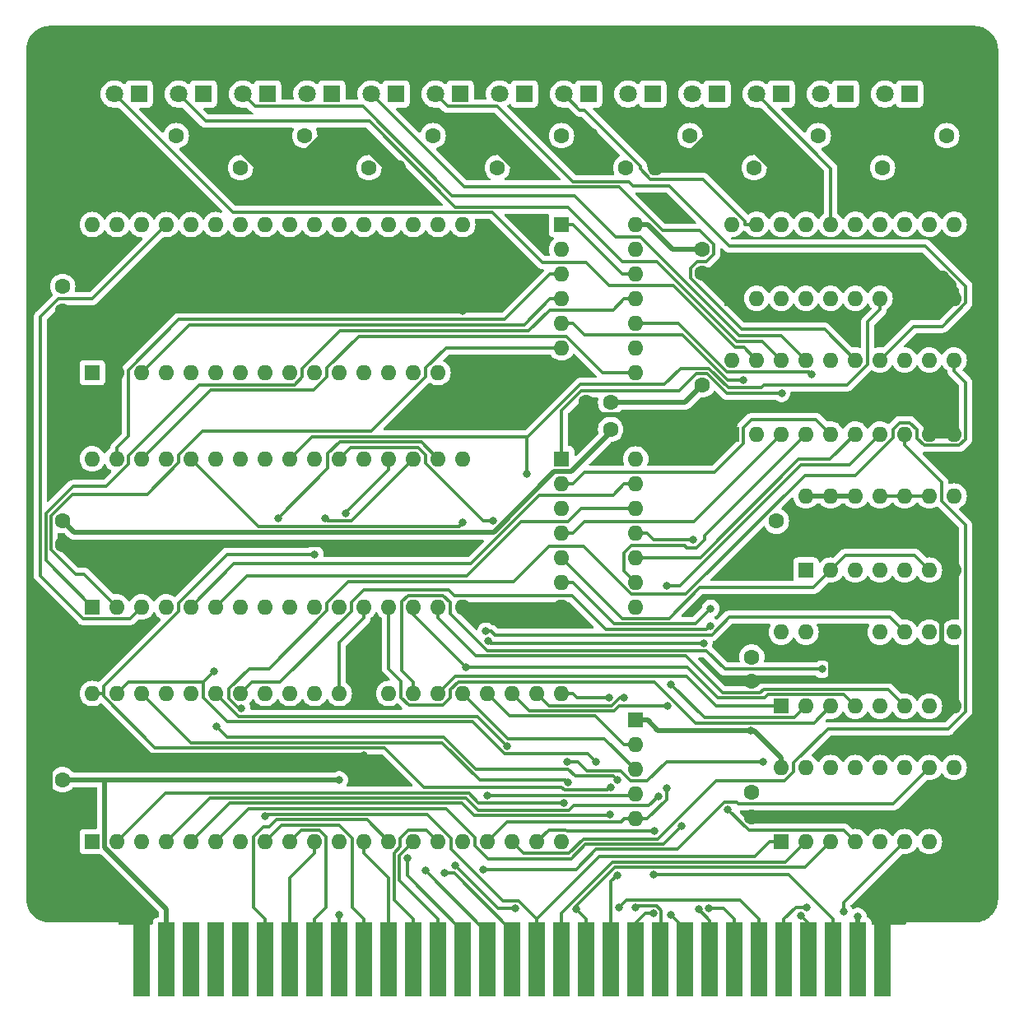
<source format=gtl>
G04 #@! TF.GenerationSoftware,KiCad,Pcbnew,7.0.7*
G04 #@! TF.CreationDate,2023-08-22T19:55:34-04:00*
G04 #@! TF.ProjectId,3 - CPU and memory,33202d20-4350-4552-9061-6e64206d656d,1*
G04 #@! TF.SameCoordinates,Original*
G04 #@! TF.FileFunction,Copper,L1,Top*
G04 #@! TF.FilePolarity,Positive*
%FSLAX46Y46*%
G04 Gerber Fmt 4.6, Leading zero omitted, Abs format (unit mm)*
G04 Created by KiCad (PCBNEW 7.0.7) date 2023-08-22 19:55:34*
%MOMM*%
%LPD*%
G01*
G04 APERTURE LIST*
G04 #@! TA.AperFunction,ComponentPad*
%ADD10C,1.600000*%
G04 #@! TD*
G04 #@! TA.AperFunction,ComponentPad*
%ADD11O,1.600000X1.600000*%
G04 #@! TD*
G04 #@! TA.AperFunction,ComponentPad*
%ADD12R,1.600000X1.600000*%
G04 #@! TD*
G04 #@! TA.AperFunction,ComponentPad*
%ADD13R,1.800000X1.800000*%
G04 #@! TD*
G04 #@! TA.AperFunction,ComponentPad*
%ADD14C,1.800000*%
G04 #@! TD*
G04 #@! TA.AperFunction,ConnectorPad*
%ADD15R,1.780000X7.620000*%
G04 #@! TD*
G04 #@! TA.AperFunction,ViaPad*
%ADD16C,0.800000*%
G04 #@! TD*
G04 #@! TA.AperFunction,Conductor*
%ADD17C,0.500000*%
G04 #@! TD*
G04 #@! TA.AperFunction,Conductor*
%ADD18C,0.333000*%
G04 #@! TD*
G04 APERTURE END LIST*
D10*
X151892000Y-51816000D03*
D11*
X141732000Y-51816000D03*
D12*
X90429000Y-124465000D03*
D11*
X92969000Y-124465000D03*
X95509000Y-124465000D03*
X98049000Y-124465000D03*
X100589000Y-124465000D03*
X103129000Y-124465000D03*
X105669000Y-124465000D03*
X108209000Y-124465000D03*
X110749000Y-124465000D03*
X113289000Y-124465000D03*
X115829000Y-124465000D03*
X118369000Y-124465000D03*
X120909000Y-124465000D03*
X123449000Y-124465000D03*
X125989000Y-124465000D03*
X128529000Y-124465000D03*
X131069000Y-124465000D03*
X133609000Y-124465000D03*
X136149000Y-124465000D03*
X138689000Y-124465000D03*
X138689000Y-109225000D03*
X136149000Y-109225000D03*
X133609000Y-109225000D03*
X131069000Y-109225000D03*
X128529000Y-109225000D03*
X125989000Y-109225000D03*
X123449000Y-109225000D03*
X120909000Y-109225000D03*
X118369000Y-109225000D03*
X115829000Y-109225000D03*
X113289000Y-109225000D03*
X110749000Y-109225000D03*
X108209000Y-109225000D03*
X105669000Y-109225000D03*
X103129000Y-109225000D03*
X100589000Y-109225000D03*
X98049000Y-109225000D03*
X95509000Y-109225000D03*
X92969000Y-109225000D03*
X90429000Y-109225000D03*
D10*
X87376000Y-67330000D03*
X87376000Y-69830000D03*
X105664000Y-55118000D03*
D11*
X95504000Y-55118000D03*
D10*
X153162000Y-77470000D03*
X153162000Y-79970000D03*
X87376000Y-118090000D03*
X87376000Y-115590000D03*
D13*
X115042000Y-47529000D03*
D14*
X112502000Y-47529000D03*
D10*
X125476000Y-51816000D03*
D11*
X115316000Y-51816000D03*
D10*
X143744000Y-82042000D03*
X141244000Y-82042000D03*
D12*
X156210000Y-82520000D03*
D11*
X158750000Y-82520000D03*
X161290000Y-82520000D03*
X163830000Y-82520000D03*
X166370000Y-82520000D03*
X168910000Y-82520000D03*
X171450000Y-82520000D03*
X173990000Y-82520000D03*
X176530000Y-82520000D03*
X179070000Y-82520000D03*
X179070000Y-74900000D03*
X176530000Y-74900000D03*
X173990000Y-74900000D03*
X171450000Y-74900000D03*
X168910000Y-74900000D03*
X166370000Y-74900000D03*
X163830000Y-74900000D03*
X161290000Y-74900000D03*
X158750000Y-74900000D03*
X156210000Y-74900000D03*
D13*
X167874000Y-47529000D03*
D14*
X165334000Y-47529000D03*
D12*
X163830000Y-96520000D03*
D11*
X166370000Y-96520000D03*
X168910000Y-96520000D03*
X171450000Y-96520000D03*
X173990000Y-96520000D03*
X176530000Y-96520000D03*
X179070000Y-96520000D03*
X179070000Y-88900000D03*
X176530000Y-88900000D03*
X173990000Y-88900000D03*
X171450000Y-88900000D03*
X168910000Y-88900000D03*
X166370000Y-88900000D03*
X163830000Y-88900000D03*
D10*
X160787000Y-91470000D03*
X160787000Y-93970000D03*
D12*
X138694000Y-85085000D03*
D11*
X138694000Y-87625000D03*
X138694000Y-90165000D03*
X138694000Y-92705000D03*
X138694000Y-95245000D03*
X138694000Y-97785000D03*
X138694000Y-100325000D03*
X146314000Y-100325000D03*
X146314000Y-97785000D03*
X146314000Y-95245000D03*
X146314000Y-92705000D03*
X146314000Y-90165000D03*
X146314000Y-87625000D03*
X146314000Y-85085000D03*
D12*
X90424000Y-76205000D03*
D11*
X92964000Y-76205000D03*
X95504000Y-76205000D03*
X98044000Y-76205000D03*
X100584000Y-76205000D03*
X103124000Y-76205000D03*
X105664000Y-76205000D03*
X108204000Y-76205000D03*
X110744000Y-76205000D03*
X113284000Y-76205000D03*
X115824000Y-76205000D03*
X118364000Y-76205000D03*
X120904000Y-76205000D03*
X123444000Y-76205000D03*
X125984000Y-76205000D03*
X128524000Y-76205000D03*
X128524000Y-60965000D03*
X125984000Y-60965000D03*
X123444000Y-60965000D03*
X120904000Y-60965000D03*
X118364000Y-60965000D03*
X115824000Y-60965000D03*
X113284000Y-60965000D03*
X110744000Y-60965000D03*
X108204000Y-60965000D03*
X105664000Y-60965000D03*
X103124000Y-60965000D03*
X100584000Y-60965000D03*
X98044000Y-60965000D03*
X95504000Y-60965000D03*
X92964000Y-60965000D03*
X90424000Y-60965000D03*
D10*
X87376000Y-91440000D03*
X87376000Y-93940000D03*
D12*
X161290000Y-110520000D03*
D11*
X163830000Y-110520000D03*
X166370000Y-110520000D03*
X168910000Y-110520000D03*
X171450000Y-110520000D03*
X173990000Y-110520000D03*
X176530000Y-110520000D03*
X179070000Y-110520000D03*
X179070000Y-102900000D03*
X176530000Y-102900000D03*
X173990000Y-102900000D03*
X171450000Y-102900000D03*
X168910000Y-102900000D03*
X166370000Y-102900000D03*
X163830000Y-102900000D03*
X161290000Y-102900000D03*
D13*
X95230000Y-47529000D03*
D14*
X92690000Y-47529000D03*
D12*
X138694000Y-60955000D03*
D11*
X138694000Y-63495000D03*
X138694000Y-66035000D03*
X138694000Y-68575000D03*
X138694000Y-71115000D03*
X138694000Y-73655000D03*
X138694000Y-76195000D03*
X146314000Y-76195000D03*
X146314000Y-73655000D03*
X146314000Y-71115000D03*
X146314000Y-68575000D03*
X146314000Y-66035000D03*
X146314000Y-63495000D03*
X146314000Y-60955000D03*
D10*
X158252000Y-119410000D03*
X158252000Y-121910000D03*
D13*
X108438000Y-47529000D03*
D14*
X105898000Y-47529000D03*
D10*
X118872000Y-55118000D03*
D11*
X108712000Y-55118000D03*
D10*
X158252000Y-105470000D03*
X158252000Y-107970000D03*
D13*
X121646000Y-47529000D03*
D14*
X119106000Y-47529000D03*
D15*
X171704000Y-136612000D03*
X169164000Y-136612000D03*
X166624000Y-136612000D03*
X164084000Y-136612000D03*
X161544000Y-136612000D03*
X159004000Y-136612000D03*
X156464000Y-136612000D03*
X153924000Y-136612000D03*
X151384000Y-136612000D03*
X148844000Y-136612000D03*
X146304000Y-136612000D03*
X143764000Y-136612000D03*
X141224000Y-136612000D03*
X138684000Y-136612000D03*
X136144000Y-136612000D03*
X133604000Y-136612000D03*
X131064000Y-136612000D03*
X128524000Y-136612000D03*
X125984000Y-136612000D03*
X123444000Y-136612000D03*
X120904000Y-136612000D03*
X118364000Y-136612000D03*
X115824000Y-136612000D03*
X113284000Y-136612000D03*
X110744000Y-136612000D03*
X108204000Y-136612000D03*
X105664000Y-136612000D03*
X103124000Y-136612000D03*
X100584000Y-136612000D03*
X98044000Y-136612000D03*
X95504000Y-136612000D03*
D10*
X178308000Y-51816000D03*
D11*
X168148000Y-51816000D03*
D13*
X134854000Y-47529000D03*
D14*
X132314000Y-47529000D03*
D10*
X99060000Y-51816000D03*
D11*
X88900000Y-51816000D03*
D12*
X161290000Y-124460000D03*
D11*
X163830000Y-124460000D03*
X166370000Y-124460000D03*
X168910000Y-124460000D03*
X171450000Y-124460000D03*
X173990000Y-124460000D03*
X176530000Y-124460000D03*
X179070000Y-124460000D03*
X179070000Y-116840000D03*
X176530000Y-116840000D03*
X173990000Y-116840000D03*
X171450000Y-116840000D03*
X168910000Y-116840000D03*
X166370000Y-116840000D03*
X163830000Y-116840000D03*
X161290000Y-116840000D03*
D13*
X161270000Y-47529000D03*
D14*
X158730000Y-47529000D03*
D13*
X101834000Y-47529000D03*
D14*
X99294000Y-47529000D03*
D13*
X141458000Y-47529000D03*
D14*
X138918000Y-47529000D03*
D13*
X154666000Y-47529000D03*
D14*
X152126000Y-47529000D03*
D10*
X143744000Y-79248000D03*
X141244000Y-79248000D03*
D12*
X156215000Y-68550000D03*
D11*
X158755000Y-68550000D03*
X161295000Y-68550000D03*
X163835000Y-68550000D03*
X166375000Y-68550000D03*
X168915000Y-68550000D03*
X171455000Y-68550000D03*
X173995000Y-68550000D03*
X176535000Y-68550000D03*
X179075000Y-68550000D03*
X179075000Y-60930000D03*
X176535000Y-60930000D03*
X173995000Y-60930000D03*
X171455000Y-60930000D03*
X168915000Y-60930000D03*
X166375000Y-60930000D03*
X163835000Y-60930000D03*
X161295000Y-60930000D03*
X158755000Y-60930000D03*
X156215000Y-60930000D03*
D13*
X174478000Y-47529000D03*
D14*
X171938000Y-47529000D03*
D13*
X148062000Y-47529000D03*
D14*
X145522000Y-47529000D03*
D10*
X165100000Y-51816000D03*
D11*
X154940000Y-51816000D03*
D10*
X138684000Y-51816000D03*
D11*
X128524000Y-51816000D03*
D10*
X171704000Y-55118000D03*
D11*
X161544000Y-55118000D03*
D13*
X128250000Y-47529000D03*
D14*
X125710000Y-47529000D03*
D12*
X90424000Y-100310000D03*
D11*
X92964000Y-100310000D03*
X95504000Y-100310000D03*
X98044000Y-100310000D03*
X100584000Y-100310000D03*
X103124000Y-100310000D03*
X105664000Y-100310000D03*
X108204000Y-100310000D03*
X110744000Y-100310000D03*
X113284000Y-100310000D03*
X115824000Y-100310000D03*
X118364000Y-100310000D03*
X120904000Y-100310000D03*
X123444000Y-100310000D03*
X125984000Y-100310000D03*
X128524000Y-100310000D03*
X128524000Y-85070000D03*
X125984000Y-85070000D03*
X123444000Y-85070000D03*
X120904000Y-85070000D03*
X118364000Y-85070000D03*
X115824000Y-85070000D03*
X113284000Y-85070000D03*
X110744000Y-85070000D03*
X108204000Y-85070000D03*
X105664000Y-85070000D03*
X103124000Y-85070000D03*
X100584000Y-85070000D03*
X98044000Y-85070000D03*
X95504000Y-85070000D03*
X92964000Y-85070000D03*
X90424000Y-85070000D03*
D10*
X158496000Y-55118000D03*
D11*
X148336000Y-55118000D03*
D10*
X112268000Y-51816000D03*
D11*
X102108000Y-51816000D03*
D10*
X153162000Y-63500000D03*
X153162000Y-66000000D03*
X132080000Y-55118000D03*
D11*
X121920000Y-55118000D03*
D10*
X145288000Y-55118000D03*
D11*
X135128000Y-55118000D03*
D12*
X146304000Y-111974000D03*
D11*
X146304000Y-114514000D03*
X146304000Y-117054000D03*
X146304000Y-119594000D03*
X146304000Y-122134000D03*
D16*
X169164000Y-132170200D03*
X158112700Y-113022100D03*
X115824000Y-118110000D03*
X135255000Y-101600000D03*
X118344000Y-115590000D03*
X115570000Y-65405000D03*
X109855000Y-65405000D03*
X135890000Y-60960000D03*
X128524000Y-93980000D03*
X149860000Y-59690000D03*
X128524000Y-69850000D03*
X94615000Y-95885000D03*
X135890000Y-78740000D03*
X94963900Y-132147600D03*
X143625500Y-121642600D03*
X148164900Y-127854900D03*
X148686900Y-119774000D03*
X163321800Y-132058900D03*
X131127500Y-103828300D03*
X163898100Y-131201900D03*
X128494600Y-91639300D03*
X153304700Y-104049300D03*
X144582600Y-131280000D03*
X138942000Y-120459000D03*
X153862800Y-131351800D03*
X144433100Y-118107600D03*
X103182000Y-112649700D03*
X113284000Y-94879300D03*
X143715300Y-118867800D03*
X152796000Y-131425700D03*
X102904600Y-106982900D03*
X149965600Y-132027100D03*
X142235700Y-116276200D03*
X139312800Y-118392100D03*
X146320500Y-131274700D03*
X148188232Y-131864943D03*
X144422100Y-127914700D03*
X133106700Y-114620600D03*
X140179000Y-131420900D03*
X153957800Y-102264400D03*
X108209000Y-121859500D03*
X126652000Y-127723200D03*
X124663300Y-127448900D03*
X122807644Y-126189644D03*
X128831300Y-106508600D03*
X130920700Y-102827900D03*
X109538800Y-91187700D03*
X115824000Y-131979700D03*
X114363900Y-91187700D03*
X116521000Y-90698700D03*
X165475300Y-106720000D03*
X167715200Y-131663100D03*
X151071000Y-122823000D03*
X131073800Y-119692200D03*
X148268100Y-123407100D03*
X131653500Y-91458300D03*
X145137000Y-109629600D03*
X143575300Y-109662600D03*
X149607600Y-110456400D03*
X133919700Y-131298200D03*
X127772300Y-126950000D03*
X149468000Y-98106700D03*
X149467600Y-119003500D03*
X130596500Y-127313000D03*
X139303800Y-116239700D03*
X159421800Y-116239900D03*
X105765900Y-110715300D03*
X161322400Y-78325100D03*
X135128000Y-86614000D03*
X154023700Y-100471500D03*
X152236900Y-93418600D03*
X155786500Y-121139500D03*
X149972300Y-108292300D03*
X157392200Y-76934400D03*
X164397800Y-76351900D03*
D17*
X88554900Y-92618900D02*
X131700200Y-92618900D01*
X158488100Y-113022100D02*
X161290000Y-115824000D01*
X146304000Y-111974000D02*
X147554300Y-111974000D01*
X87376000Y-91440000D02*
X88554900Y-92618900D01*
X91699000Y-118090000D02*
X115804000Y-118090000D01*
X115804000Y-118090000D02*
X115824000Y-118110000D01*
X163830000Y-88900000D02*
X166370000Y-88900000D01*
X131700200Y-92618900D02*
X137944500Y-86374600D01*
X151384000Y-79248000D02*
X143744000Y-79248000D01*
X153162000Y-63500000D02*
X150109300Y-63500000D01*
X161290000Y-115824000D02*
X161290000Y-116840000D01*
X91699000Y-125036100D02*
X98044000Y-131381100D01*
X143744000Y-82290000D02*
X143744000Y-82042000D01*
X139659400Y-86374600D02*
X143744000Y-82290000D01*
X146314000Y-60955000D02*
X147564300Y-60955000D01*
X169164000Y-132351700D02*
X169164000Y-132170200D01*
X137944500Y-86374600D02*
X139659400Y-86374600D01*
X150109300Y-63500000D02*
X147564300Y-60955000D01*
X169164000Y-136612000D02*
X169164000Y-132351700D01*
X98044000Y-131381100D02*
X98044000Y-136612000D01*
X166370000Y-88900000D02*
X168910000Y-88900000D01*
X158112700Y-113022100D02*
X158488100Y-113022100D01*
X158112700Y-113022100D02*
X148602400Y-113022100D01*
X153162000Y-77470000D02*
X151384000Y-79248000D01*
X87376000Y-118090000D02*
X91699000Y-118090000D01*
X91699000Y-118090000D02*
X91699000Y-125036100D01*
X148602400Y-113022100D02*
X147554300Y-111974000D01*
X166764700Y-107970000D02*
X177780400Y-107970000D01*
X156215000Y-66035000D02*
X156250000Y-66000000D01*
X95504000Y-136612000D02*
X95504000Y-132687700D01*
X171704000Y-131826000D02*
X179070000Y-124460000D01*
X158252000Y-107970000D02*
X166350000Y-107970000D01*
X115316000Y-51816000D02*
X114065700Y-51816000D01*
X117367700Y-51816000D02*
X115316000Y-51816000D01*
X179070000Y-123190000D02*
X179070000Y-124460000D01*
X107461700Y-55118000D02*
X104159700Y-51816000D01*
X171704000Y-136612000D02*
X171704000Y-131826000D01*
X156991700Y-51816000D02*
X160293700Y-55118000D01*
X179070000Y-96520000D02*
X179070000Y-97770300D01*
X137433700Y-76205000D02*
X137443700Y-76195000D01*
X138694000Y-100325000D02*
X137443700Y-100325000D01*
X104159700Y-51816000D02*
X102108000Y-51816000D01*
X86097600Y-123281300D02*
X94963900Y-132147600D01*
X161544000Y-55118000D02*
X160293700Y-55118000D01*
X120669700Y-55118000D02*
X117367700Y-51816000D01*
X154940000Y-51816000D02*
X153689700Y-51816000D01*
X95504000Y-132687700D02*
X94963900Y-132147600D01*
X158252000Y-121910000D02*
X177790000Y-121910000D01*
X129774300Y-76205000D02*
X137433700Y-76205000D01*
X156210000Y-80010000D02*
X156170000Y-79970000D01*
X156170000Y-79970000D02*
X156390400Y-79970000D01*
X95504000Y-55118000D02*
X94253700Y-55118000D01*
X152633600Y-80498400D02*
X142494400Y-80498400D01*
X179070000Y-95250000D02*
X179070000Y-96520000D01*
X87376000Y-93940000D02*
X128484000Y-93940000D01*
X92964000Y-69830000D02*
X92964000Y-76205000D01*
X166370000Y-107950000D02*
X166350000Y-107970000D01*
X148336000Y-55118000D02*
X150387700Y-55118000D01*
X179070000Y-109220000D02*
X179070000Y-110520000D01*
X128504000Y-69830000D02*
X128524000Y-69850000D01*
X177780400Y-107970000D02*
X177820000Y-107970000D01*
X150387700Y-55118000D02*
X153689700Y-51816000D01*
X179075000Y-67061000D02*
X179075000Y-68550000D01*
X179070000Y-81280000D02*
X179070000Y-82520000D01*
X177760000Y-79970000D02*
X179070000Y-81280000D01*
X176530000Y-82520000D02*
X179070000Y-82520000D01*
X178014000Y-66000000D02*
X179075000Y-67061000D01*
X166350000Y-107970000D02*
X166764700Y-107970000D01*
X176535000Y-68550000D02*
X179075000Y-68550000D01*
X128524000Y-76205000D02*
X129774300Y-76205000D01*
X137428700Y-100310000D02*
X129774300Y-100310000D01*
X155508500Y-66000000D02*
X156250000Y-66000000D01*
X87376000Y-115590000D02*
X86097600Y-116868400D01*
X153162000Y-66000000D02*
X155508500Y-66000000D01*
X156250000Y-66000000D02*
X178014000Y-66000000D01*
X173995000Y-68550000D02*
X176535000Y-68550000D01*
X153162000Y-79970000D02*
X156170000Y-79970000D01*
X88900000Y-51816000D02*
X90951700Y-51816000D01*
X90951700Y-51816000D02*
X94253700Y-55118000D01*
X108712000Y-55118000D02*
X107461700Y-55118000D01*
X128484000Y-93940000D02*
X128524000Y-93980000D01*
X177790000Y-121910000D02*
X179070000Y-123190000D01*
X166370000Y-102900000D02*
X166370000Y-107950000D01*
X137443700Y-100325000D02*
X137428700Y-100310000D01*
X110763700Y-55118000D02*
X114065700Y-51816000D01*
X156390400Y-79970000D02*
X177760000Y-79970000D01*
X177780400Y-99059900D02*
X177780400Y-107970000D01*
X130575700Y-51816000D02*
X128524000Y-51816000D01*
X87376000Y-69830000D02*
X92964000Y-69830000D01*
X177790000Y-93970000D02*
X179070000Y-95250000D01*
X156215000Y-68550000D02*
X156215000Y-66035000D01*
X128524000Y-100310000D02*
X129774300Y-100310000D01*
X154940000Y-51816000D02*
X156991700Y-51816000D01*
X121920000Y-55118000D02*
X120669700Y-55118000D01*
X92964000Y-69830000D02*
X128504000Y-69830000D01*
X86097600Y-116868400D02*
X86097600Y-123281300D01*
X156210000Y-82520000D02*
X156210000Y-80010000D01*
X135128000Y-55118000D02*
X133877700Y-55118000D01*
X179070000Y-97770300D02*
X177780400Y-99059900D01*
X138694000Y-76195000D02*
X137443700Y-76195000D01*
X133877700Y-55118000D02*
X130575700Y-51816000D01*
X142494400Y-80498400D02*
X141244000Y-79248000D01*
X87376000Y-115590000D02*
X118344000Y-115590000D01*
X160787000Y-93970000D02*
X177790000Y-93970000D01*
X108712000Y-55118000D02*
X110763700Y-55118000D01*
X166370000Y-102900000D02*
X168910000Y-102900000D01*
X153162000Y-79970000D02*
X152633600Y-80498400D01*
X177820000Y-107970000D02*
X179070000Y-109220000D01*
D18*
X131532700Y-59696700D02*
X136693300Y-64857300D01*
X141216200Y-64857300D02*
X143569500Y-67210600D01*
X104857700Y-59696700D02*
X131532700Y-59696700D01*
X158750000Y-74900000D02*
X157431350Y-73581350D01*
X150171900Y-67210600D02*
X156542650Y-73581350D01*
X136693300Y-64857300D02*
X141216200Y-64857300D01*
X92690000Y-47529000D02*
X104857700Y-59696700D01*
X143569500Y-67210600D02*
X150171900Y-67210600D01*
X157431350Y-73581350D02*
X156542650Y-73581350D01*
X146812000Y-55248400D02*
X146812000Y-54968900D01*
X140562200Y-49173200D02*
X138918000Y-47529000D01*
X147853500Y-56289900D02*
X146812000Y-55248400D01*
X146812000Y-54968900D02*
X141016300Y-49173200D01*
X157588200Y-60930000D02*
X157588200Y-60638300D01*
X153239800Y-56289900D02*
X147853500Y-56289900D01*
X141016300Y-49173200D02*
X140562200Y-49173200D01*
X157588200Y-60638300D02*
X153239800Y-56289900D01*
X158755000Y-60930000D02*
X157588200Y-60930000D01*
X161290000Y-74900000D02*
X159339750Y-72949750D01*
X99294000Y-47529000D02*
X102100200Y-50335200D01*
X159339750Y-72949750D02*
X156666250Y-72949750D01*
X102100200Y-50335200D02*
X118915000Y-50335200D01*
X144912600Y-64765000D02*
X148481500Y-64765000D01*
X118915000Y-50335200D02*
X127743100Y-59163300D01*
X148481500Y-64765000D02*
X156666250Y-72949750D01*
X139310900Y-59163300D02*
X144912600Y-64765000D01*
X127743100Y-59163300D02*
X139310900Y-59163300D01*
X161320000Y-72390000D02*
X156972000Y-72390000D01*
X163830000Y-74900000D02*
X161320000Y-72390000D01*
X127418900Y-57984400D02*
X118230400Y-48795900D01*
X118230400Y-48795900D02*
X107164900Y-48795900D01*
X144263500Y-62225000D02*
X140022900Y-57984400D01*
X107164900Y-48795900D02*
X105898000Y-47529000D01*
X146807000Y-62225000D02*
X144263500Y-62225000D01*
X140022900Y-57984400D02*
X127418900Y-57984400D01*
X156972000Y-72390000D02*
X146807000Y-62225000D01*
X166375000Y-60930000D02*
X166375000Y-55174000D01*
X166375000Y-55174000D02*
X158730000Y-47529000D01*
X165737500Y-71727500D02*
X157188300Y-71727500D01*
X151955000Y-66494200D02*
X157188300Y-71727500D01*
X154328900Y-63012600D02*
X154328900Y-64028900D01*
X151955000Y-65473000D02*
X151955000Y-66494200D01*
X144571700Y-57089900D02*
X149075500Y-61593700D01*
X149075500Y-61593700D02*
X152910000Y-61593700D01*
X152678000Y-64750000D02*
X151955000Y-65473000D01*
X119106000Y-47529000D02*
X128666900Y-57089900D01*
X152910000Y-61593700D02*
X154328900Y-63012600D01*
X128666900Y-57089900D02*
X144571700Y-57089900D01*
X153607800Y-64750000D02*
X152678000Y-64750000D01*
X154328900Y-64028900D02*
X153607800Y-64750000D01*
X168910000Y-74900000D02*
X165737500Y-71727500D01*
X180280100Y-67333600D02*
X180280100Y-69009000D01*
X176119800Y-63173300D02*
X180280100Y-67333600D01*
X145627700Y-56556500D02*
X146060800Y-56989600D01*
X132108000Y-48795900D02*
X139868600Y-56556500D01*
X174918450Y-71431550D02*
X177857550Y-71431550D01*
X125710000Y-47529000D02*
X126976900Y-48795900D01*
X180280100Y-69009000D02*
X177857550Y-71431550D01*
X146060800Y-56989600D02*
X149755100Y-56989600D01*
X126976900Y-48795900D02*
X132108000Y-48795900D01*
X139868600Y-56556500D02*
X145627700Y-56556500D01*
X171450000Y-74900000D02*
X174918450Y-71431550D01*
X155938800Y-63173300D02*
X176119800Y-63173300D01*
X149755100Y-56989600D02*
X155938800Y-63173300D01*
X146314000Y-66035000D02*
X144940800Y-66035000D01*
X137527200Y-68575000D02*
X134829400Y-71272800D01*
X166624000Y-136612000D02*
X166624000Y-132435200D01*
X162043700Y-127854900D02*
X148164900Y-127854900D01*
X144940800Y-66035000D02*
X139860800Y-60955000D01*
X100589000Y-124465000D02*
X104525400Y-120528600D01*
X129667600Y-121759200D02*
X143508900Y-121759200D01*
X100436200Y-71272800D02*
X134829400Y-71272800D01*
X95504000Y-76205000D02*
X100436200Y-71272800D01*
X138694000Y-60955000D02*
X139860800Y-60955000D01*
X143508900Y-121759200D02*
X143625500Y-121642600D01*
X128437000Y-120528600D02*
X129667600Y-121759200D01*
X166624000Y-132435200D02*
X162043700Y-127854900D01*
X138694000Y-68575000D02*
X137527200Y-68575000D01*
X128437000Y-120528600D02*
X104525400Y-120528600D01*
X89487900Y-101496200D02*
X85076000Y-97084300D01*
X94317800Y-101496200D02*
X89487900Y-101496200D01*
X139471400Y-121225900D02*
X139920900Y-120776400D01*
X147684500Y-120776400D02*
X148686900Y-119774000D01*
X90429000Y-68580000D02*
X86967800Y-68580000D01*
X98044000Y-60965000D02*
X90429000Y-68580000D01*
X95504000Y-100310000D02*
X94317800Y-101496200D01*
X98049000Y-124465000D02*
X102518700Y-119995300D01*
X128878700Y-119995300D02*
X130109300Y-121225900D01*
X164084000Y-136612000D02*
X164084000Y-132821100D01*
X85076000Y-97084300D02*
X85076000Y-70471800D01*
X85076000Y-70471800D02*
X86967800Y-68580000D01*
X130109300Y-121225900D02*
X139471400Y-121225900D01*
X164084000Y-132821100D02*
X163321800Y-132058900D01*
X102518700Y-119995300D02*
X128878700Y-119995300D01*
X139920900Y-120776400D02*
X147684500Y-120776400D01*
X100584000Y-85070000D02*
X107512800Y-91998800D01*
X163898100Y-131201900D02*
X162777300Y-131201900D01*
X153304700Y-104049300D02*
X131348500Y-104049300D01*
X131348500Y-104049300D02*
X131127500Y-103828300D01*
X162777300Y-131201900D02*
X161544000Y-132435200D01*
X161544000Y-136612000D02*
X161544000Y-132435200D01*
X128135100Y-91998800D02*
X128494600Y-91639300D01*
X107512800Y-91998800D02*
X128135100Y-91998800D01*
X144582600Y-131280000D02*
X145396600Y-130466000D01*
X92969000Y-124465000D02*
X97972100Y-119461900D01*
X157034800Y-130466000D02*
X159004000Y-132435200D01*
X130159700Y-120459000D02*
X138942000Y-120459000D01*
X159004000Y-136612000D02*
X159004000Y-132435200D01*
X129162600Y-119461900D02*
X130159700Y-120459000D01*
X145396600Y-130466000D02*
X157034800Y-130466000D01*
X97972100Y-119461900D02*
X129162600Y-119461900D01*
X156464000Y-136612000D02*
X156464000Y-132435200D01*
X129874700Y-117006600D02*
X126606000Y-113737900D01*
X139367400Y-117006600D02*
X129874700Y-117006600D01*
X144433100Y-118107600D02*
X144047300Y-117721800D01*
X140082600Y-117721800D02*
X139367400Y-117006600D01*
X104270200Y-113737900D02*
X103182000Y-112649700D01*
X153862800Y-131351800D02*
X155380600Y-131351800D01*
X126606000Y-113737900D02*
X104270200Y-113737900D01*
X144047300Y-117721800D02*
X140082600Y-117721800D01*
X155380600Y-131351800D02*
X156464000Y-132435200D01*
X91595800Y-109225000D02*
X91595800Y-109516700D01*
X120493300Y-114804600D02*
X124556500Y-118867800D01*
X99314000Y-100724000D02*
X99314000Y-99881200D01*
X138995200Y-119158900D02*
X143424200Y-119158900D01*
X153924000Y-132553700D02*
X152796000Y-131425700D01*
X91595800Y-108442200D02*
X99314000Y-100724000D01*
X104315900Y-94879300D02*
X113284000Y-94879300D01*
X99314000Y-99881200D02*
X104315900Y-94879300D01*
X153924000Y-136612000D02*
X153924000Y-132553700D01*
X96883700Y-114804600D02*
X120493300Y-114804600D01*
X91595800Y-109516700D02*
X96883700Y-114804600D01*
X90429000Y-109225000D02*
X91595800Y-109225000D01*
X143424200Y-119158900D02*
X143715300Y-118867800D01*
X138704100Y-118867800D02*
X138995200Y-119158900D01*
X91595800Y-109225000D02*
X91595800Y-108442200D01*
X124556500Y-118867800D02*
X138704100Y-118867800D01*
X141364300Y-115404800D02*
X142235700Y-116276200D01*
X151384000Y-133445500D02*
X149965600Y-132027100D01*
X132804100Y-115404800D02*
X141364300Y-115404800D01*
X151384000Y-136612000D02*
X151384000Y-133445500D01*
X102904600Y-106982900D02*
X101859000Y-108028500D01*
X101859000Y-109648400D02*
X104316100Y-112105500D01*
X101859000Y-108028500D02*
X101859000Y-109648400D01*
X92969000Y-109225000D02*
X94165500Y-108028500D01*
X94165500Y-108028500D02*
X101859000Y-108028500D01*
X104316100Y-112105500D02*
X129504800Y-112105500D01*
X129504800Y-112105500D02*
X132804100Y-115404800D01*
X126384900Y-114271300D02*
X130272100Y-118158500D01*
X130272100Y-118158500D02*
X139079200Y-118158500D01*
X148954232Y-131547655D02*
X148505520Y-131098943D01*
X148844000Y-136612000D02*
X148954232Y-136501768D01*
X148954232Y-136501768D02*
X148954232Y-131547655D01*
X146496257Y-131098943D02*
X146320500Y-131274700D01*
X139079200Y-118158500D02*
X139312800Y-118392100D01*
X100555300Y-114271300D02*
X126384900Y-114271300D01*
X95509000Y-109225000D02*
X100555300Y-114271300D01*
X148505520Y-131098943D02*
X146496257Y-131098943D01*
X145147200Y-87625000D02*
X143980400Y-88791800D01*
X146314000Y-87625000D02*
X145147200Y-87625000D01*
X100584000Y-100310000D02*
X105004200Y-95889800D01*
X147281057Y-131864943D02*
X148188232Y-131864943D01*
X105004200Y-95889800D02*
X129328400Y-95889800D01*
X146304000Y-132842000D02*
X147281057Y-131864943D01*
X143980400Y-88791800D02*
X136426400Y-88791800D01*
X146304000Y-136612000D02*
X146304000Y-132842000D01*
X136426400Y-88791800D02*
X129328400Y-95889800D01*
X143764000Y-132435200D02*
X143764000Y-128572800D01*
X134510600Y-91538100D02*
X128924400Y-97124300D01*
X143764000Y-128572800D02*
X144422100Y-127914700D01*
X103124000Y-100310000D02*
X106309700Y-97124300D01*
X106309700Y-97124300D02*
X128924400Y-97124300D01*
X139327600Y-91538100D02*
X134510600Y-91538100D01*
X143764000Y-136612000D02*
X143764000Y-132435200D01*
X146314000Y-90165000D02*
X140700700Y-90165000D01*
X140700700Y-90165000D02*
X139327600Y-91538100D01*
X163742000Y-127088000D02*
X144164400Y-127088000D01*
X130058200Y-111572100D02*
X133106700Y-114620600D01*
X141224000Y-136612000D02*
X141224000Y-132435200D01*
X141224000Y-132435200D02*
X141193300Y-132435200D01*
X103129000Y-109225000D02*
X105476100Y-111572100D01*
X144164400Y-127088000D02*
X140179000Y-131073400D01*
X141193300Y-132435200D02*
X140179000Y-131420900D01*
X166370000Y-124460000D02*
X163742000Y-127088000D01*
X140179000Y-131073400D02*
X140179000Y-131420900D01*
X105476100Y-111572100D02*
X130058200Y-111572100D01*
X153957800Y-102264400D02*
X153573300Y-102648900D01*
X105669000Y-109225000D02*
X106835800Y-108058200D01*
X153573300Y-102648900D02*
X143278400Y-102648900D01*
X117094000Y-100720200D02*
X109756000Y-108058200D01*
X117094000Y-99833000D02*
X117094000Y-100720200D01*
X143943400Y-126554700D02*
X161735300Y-126554700D01*
X127638600Y-99120300D02*
X127105300Y-98587000D01*
X139749800Y-99120300D02*
X127638600Y-99120300D01*
X163830000Y-124460000D02*
X161735300Y-126554700D01*
X143943400Y-126554700D02*
X138684000Y-131814100D01*
X138684000Y-131814100D02*
X138684000Y-136612000D01*
X143278400Y-102648900D02*
X139749800Y-99120300D01*
X106835800Y-108058200D02*
X109756000Y-108058200D01*
X127105300Y-98587000D02*
X118340000Y-98587000D01*
X118340000Y-98587000D02*
X117094000Y-99833000D01*
X132643500Y-130531400D02*
X127325700Y-125213600D01*
X136144000Y-132435200D02*
X134240200Y-130531400D01*
X136144000Y-132435200D02*
X142557800Y-126021400D01*
X158561800Y-126021400D02*
X160123200Y-124460000D01*
X127325700Y-124092300D02*
X124869300Y-121635900D01*
X136144000Y-136612000D02*
X136144000Y-132435200D01*
X142557800Y-126021400D02*
X158561800Y-126021400D01*
X134240200Y-130531400D02*
X132643500Y-130531400D01*
X124869300Y-121635900D02*
X108432600Y-121635900D01*
X108432600Y-121635900D02*
X108209000Y-121859500D01*
X161290000Y-124460000D02*
X160123200Y-124460000D01*
X127325700Y-125213600D02*
X127325700Y-124092300D01*
X133604000Y-136612000D02*
X133604000Y-133692000D01*
X133604000Y-133692000D02*
X127635200Y-127723200D01*
X127635200Y-127723200D02*
X126652000Y-127723200D01*
X131064000Y-136612000D02*
X131064000Y-133849600D01*
X131064000Y-133849600D02*
X124663300Y-127448900D01*
X115829000Y-104011800D02*
X115829000Y-109225000D01*
X118364000Y-101476800D02*
X115829000Y-104011800D01*
X118364000Y-100310000D02*
X118364000Y-101476800D01*
X128524000Y-133692000D02*
X122807644Y-127975644D01*
X122807644Y-127975644D02*
X122807644Y-126189644D01*
X128524000Y-136612000D02*
X128524000Y-133692000D01*
X125984000Y-136612000D02*
X125984000Y-132435200D01*
X128061700Y-108023000D02*
X148259000Y-108023000D01*
X126461500Y-110438300D02*
X127259000Y-109640800D01*
X166370000Y-110520000D02*
X164652300Y-112237700D01*
X123449000Y-124465000D02*
X122013100Y-125900900D01*
X122179000Y-109621600D02*
X122995700Y-110438300D01*
X120904000Y-100310000D02*
X120904000Y-106651800D01*
X152473700Y-112237700D02*
X148259000Y-108023000D01*
X164652300Y-112237700D02*
X152473700Y-112237700D01*
X122179000Y-107926800D02*
X122179000Y-109621600D01*
X127259000Y-109640800D02*
X127259000Y-108825700D01*
X120904000Y-106651800D02*
X122179000Y-107926800D01*
X122013100Y-128464300D02*
X125984000Y-132435200D01*
X122013100Y-125900900D02*
X122013100Y-128464300D01*
X127259000Y-108825700D02*
X128061700Y-108023000D01*
X122995700Y-110438300D02*
X126461500Y-110438300D01*
X122924300Y-123290700D02*
X122090100Y-124124900D01*
X122090100Y-125013000D02*
X121479800Y-125623300D01*
X122090100Y-124124900D02*
X122090100Y-125013000D01*
X121479800Y-125623300D02*
X121479800Y-130471000D01*
X123444000Y-101121300D02*
X123444000Y-100310000D01*
X123444000Y-136612000D02*
X123444000Y-132435200D01*
X122924300Y-123290700D02*
X124814700Y-123290700D01*
X159906600Y-109353200D02*
X159573300Y-109686500D01*
X121479800Y-130471000D02*
X123444000Y-132435200D01*
X168910000Y-110520000D02*
X167743200Y-109353200D01*
X125989000Y-124465000D02*
X124814700Y-123290700D01*
X159573300Y-109686500D02*
X154764300Y-109686500D01*
X151586400Y-106508600D02*
X128831300Y-106508600D01*
X128831300Y-106508600D02*
X123444000Y-101121300D01*
X167743200Y-109353200D02*
X159906600Y-109353200D01*
X154764300Y-109686500D02*
X151586400Y-106508600D01*
X129856800Y-105349600D02*
X151448200Y-105349600D01*
X125984000Y-100310000D02*
X125984000Y-101476800D01*
X155251800Y-109153200D02*
X159085500Y-109153200D01*
X118369000Y-124465000D02*
X118369000Y-125631800D01*
X125984000Y-101476800D02*
X129856800Y-105349600D01*
X120904000Y-128166800D02*
X118369000Y-125631800D01*
X173990000Y-110520000D02*
X172251300Y-108781300D01*
X151448200Y-105349600D02*
X155251800Y-109153200D01*
X159085500Y-109153200D02*
X159457400Y-108781300D01*
X120904000Y-136612000D02*
X120904000Y-128166800D01*
X172251300Y-108781300D02*
X159457400Y-108781300D01*
X109918500Y-122755500D02*
X115789400Y-122755500D01*
X155960700Y-101346000D02*
X154124400Y-103182300D01*
X108209000Y-124465000D02*
X109918500Y-122755500D01*
X117187000Y-131258200D02*
X118364000Y-132435200D01*
X131476400Y-102827900D02*
X130920700Y-102827900D01*
X118364000Y-136612000D02*
X118364000Y-132435200D01*
X131830800Y-103182300D02*
X131476400Y-102827900D01*
X115789400Y-122755500D02*
X117187000Y-124153100D01*
X154124400Y-103182300D02*
X131830800Y-103182300D01*
X117187000Y-124153100D02*
X117187000Y-131258200D01*
X173990000Y-102900000D02*
X172436000Y-101346000D01*
X172436000Y-101346000D02*
X155960700Y-101346000D01*
X115824000Y-136612000D02*
X115824000Y-131979700D01*
X125984000Y-85070000D02*
X124258400Y-83344400D01*
X114657100Y-84545300D02*
X114657100Y-86069400D01*
X115858000Y-83344400D02*
X114657100Y-84545300D01*
X124258400Y-83344400D02*
X115858000Y-83344400D01*
X114657100Y-86069400D02*
X109538800Y-91187700D01*
X114461500Y-131257700D02*
X113284000Y-132435200D01*
X110749000Y-124465000D02*
X111925100Y-123288900D01*
X111925100Y-123288900D02*
X113783500Y-123288900D01*
X123444000Y-85070000D02*
X117048500Y-91465500D01*
X117048500Y-91465500D02*
X116838700Y-91465500D01*
X114461500Y-123966900D02*
X114461500Y-131257700D01*
X114641700Y-91465500D02*
X116838700Y-91465500D01*
X114363900Y-91187700D02*
X114641700Y-91465500D01*
X113284000Y-136612000D02*
X113284000Y-132435200D01*
X113783500Y-123288900D02*
X114461500Y-123966900D01*
X116521000Y-90619800D02*
X116521000Y-90698700D01*
X113289000Y-125631800D02*
X110744000Y-128176800D01*
X113289000Y-124465000D02*
X113289000Y-125631800D01*
X120904000Y-85070000D02*
X120904000Y-86236800D01*
X110744000Y-128176800D02*
X110744000Y-136612000D01*
X120904000Y-86236800D02*
X116521000Y-90619800D01*
X109396000Y-122220300D02*
X108633800Y-122982500D01*
X107005200Y-131236400D02*
X108204000Y-132435200D01*
X107998200Y-122982500D02*
X107005200Y-123975500D01*
X107005200Y-123975500D02*
X107005200Y-131236400D01*
X120909000Y-124465000D02*
X118664300Y-122220300D01*
X109396000Y-122220300D02*
X118664300Y-122220300D01*
X108204000Y-136612000D02*
X108204000Y-132435200D01*
X108633800Y-122982500D02*
X107998200Y-122982500D01*
X127254000Y-99861000D02*
X126513300Y-99120300D01*
X167715200Y-130734800D02*
X167715200Y-131663100D01*
X122910000Y-99120300D02*
X122266000Y-99764300D01*
X126513300Y-99120300D02*
X122910000Y-99120300D01*
X131031000Y-104816200D02*
X127254000Y-101039200D01*
X122266000Y-99764300D02*
X122266000Y-106875200D01*
X127254000Y-101039200D02*
X127254000Y-99861000D01*
X155492200Y-106720000D02*
X153588400Y-104816200D01*
X123449000Y-109225000D02*
X123449000Y-108058200D01*
X153588400Y-104816200D02*
X131031000Y-104816200D01*
X165475300Y-106720000D02*
X155492200Y-106720000D01*
X122266000Y-106875200D02*
X123449000Y-108058200D01*
X173990000Y-124460000D02*
X167715200Y-130734800D01*
X151517400Y-107489600D02*
X127724400Y-107489600D01*
X127724400Y-107489600D02*
X125989000Y-109225000D01*
X154547800Y-110520000D02*
X151517400Y-107489600D01*
X161290000Y-110520000D02*
X154547800Y-110520000D01*
X129799000Y-124873800D02*
X131141000Y-126215800D01*
X141161600Y-124707200D02*
X149186800Y-124707200D01*
X139653000Y-126215800D02*
X141161600Y-124707200D01*
X126805800Y-121061900D02*
X129799000Y-124055100D01*
X106532100Y-121061900D02*
X126805800Y-121061900D01*
X103129000Y-124465000D02*
X106532100Y-121061900D01*
X149186800Y-124707200D02*
X151071000Y-122823000D01*
X131141000Y-126215800D02*
X139653000Y-126215800D01*
X129799000Y-124055100D02*
X129799000Y-124873800D01*
X131073800Y-119692200D02*
X146205800Y-119692200D01*
X146205800Y-119692200D02*
X146304000Y-119594000D01*
X123938000Y-83877800D02*
X124714000Y-84653800D01*
X138694000Y-92705000D02*
X139860800Y-92705000D01*
X161290000Y-82520000D02*
X152271800Y-91538200D01*
X124714000Y-85544300D02*
X130628000Y-91458300D01*
X130628000Y-91458300D02*
X131653500Y-91458300D01*
X124714000Y-84653800D02*
X124714000Y-85544300D01*
X115824000Y-85070000D02*
X117016200Y-83877800D01*
X139118500Y-123244200D02*
X137369800Y-123244200D01*
X152271800Y-91538200D02*
X141027600Y-91538200D01*
X136149000Y-124465000D02*
X137369800Y-123244200D01*
X141027600Y-91538200D02*
X139860800Y-92705000D01*
X117016200Y-83877800D02*
X123938000Y-83877800D01*
X139118500Y-123244200D02*
X139281400Y-123407100D01*
X139281400Y-123407100D02*
X148268100Y-123407100D01*
X163091700Y-85130500D02*
X152977200Y-95245000D01*
X168910000Y-82520000D02*
X166299500Y-85130500D01*
X143866000Y-110456400D02*
X143925200Y-110397200D01*
X137380400Y-110456400D02*
X143866000Y-110456400D01*
X144692800Y-109629600D02*
X145137000Y-109629600D01*
X143925200Y-110397200D02*
X144692800Y-109629600D01*
X166299500Y-85130500D02*
X163091700Y-85130500D01*
X152977200Y-95245000D02*
X146314000Y-95245000D01*
X136149000Y-109225000D02*
X137380400Y-110456400D01*
X166370000Y-82520000D02*
X164876000Y-81026000D01*
X139860800Y-87625000D02*
X141027600Y-86458200D01*
X154423000Y-86458200D02*
X157376900Y-83504300D01*
X139855800Y-109225000D02*
X140293400Y-109662600D01*
X138694000Y-87625000D02*
X139860800Y-87625000D01*
X164876000Y-81026000D02*
X158242000Y-81026000D01*
X140293400Y-109662600D02*
X143575300Y-109662600D01*
X141027600Y-86458200D02*
X154423000Y-86458200D01*
X158242000Y-81026000D02*
X157376900Y-81891100D01*
X157376900Y-83504300D02*
X157376900Y-81891100D01*
X138689000Y-109225000D02*
X139855800Y-109225000D01*
X151529400Y-94205500D02*
X152584500Y-94205500D01*
X163830000Y-82520000D02*
X153367000Y-92983000D01*
X152584500Y-94205500D02*
X153367000Y-93423000D01*
X151351300Y-94027400D02*
X151529400Y-94205500D01*
X153367000Y-92983000D02*
X153367000Y-93423000D01*
X145126300Y-94774500D02*
X145873400Y-94027400D01*
X146314000Y-97785000D02*
X145126300Y-96597300D01*
X145126300Y-96597300D02*
X145126300Y-94774500D01*
X145873400Y-94027400D02*
X151351300Y-94027400D01*
X133609000Y-109225000D02*
X135373700Y-110989700D01*
X135373700Y-110989700D02*
X144087000Y-110989700D01*
X144620300Y-110456400D02*
X149607600Y-110456400D01*
X144087000Y-110989700D02*
X144620300Y-110456400D01*
X154564000Y-118195600D02*
X161653300Y-118195600D01*
X177800000Y-89430200D02*
X177800000Y-87496800D01*
X161653300Y-118195600D02*
X162560000Y-117288900D01*
X140940500Y-124173900D02*
X148585800Y-124173900D01*
X173990000Y-82520000D02*
X173990000Y-83686800D01*
X177800000Y-87496800D02*
X173990000Y-83686800D01*
X154564000Y-118195700D02*
X154564000Y-118195600D01*
X134795400Y-125651400D02*
X139463000Y-125651400D01*
X133609000Y-124465000D02*
X134795400Y-125651400D01*
X148585800Y-124173900D02*
X154564000Y-118195700D01*
X178452500Y-112839900D02*
X180237100Y-111055300D01*
X139463000Y-125651400D02*
X140940500Y-124173900D01*
X162560000Y-117288900D02*
X162560000Y-116380000D01*
X162560000Y-116380000D02*
X166100100Y-112839900D01*
X180237100Y-91867300D02*
X177800000Y-89430200D01*
X166100100Y-112839900D02*
X178452500Y-112839900D01*
X180237100Y-111055300D02*
X180237100Y-91867300D01*
X127772300Y-126950000D02*
X132120500Y-131298200D01*
X132120500Y-131298200D02*
X133919700Y-131298200D01*
X128529000Y-109225000D02*
X133157700Y-113853700D01*
X146304000Y-117054000D02*
X143103700Y-113853700D01*
X133157700Y-113853700D02*
X143103700Y-113853700D01*
X163312700Y-85663800D02*
X168306200Y-85663800D01*
X146304000Y-114514000D02*
X145137200Y-114514000D01*
X171450000Y-82520000D02*
X168306200Y-85663800D01*
X149468000Y-98106700D02*
X150869800Y-98106700D01*
X142146200Y-111523000D02*
X145137200Y-114514000D01*
X131069000Y-109225000D02*
X133367000Y-111523000D01*
X133367000Y-111523000D02*
X142146200Y-111523000D01*
X150869800Y-98106700D02*
X163312700Y-85663800D01*
X146304000Y-122134000D02*
X147470800Y-122134000D01*
X133124600Y-122409400D02*
X144861800Y-122409400D01*
X145137200Y-122134000D02*
X146304000Y-122134000D01*
X131069000Y-124465000D02*
X133124600Y-122409400D01*
X149467600Y-120137200D02*
X149467600Y-119003500D01*
X147470800Y-122134000D02*
X149467600Y-120137200D01*
X144861800Y-122409400D02*
X145137200Y-122134000D01*
X140177800Y-127313000D02*
X142250300Y-125240500D01*
X130596500Y-127313000D02*
X140177800Y-127313000D01*
X155461800Y-120370000D02*
X156692600Y-120370000D01*
X156692600Y-120370000D02*
X156900500Y-120577900D01*
X150591300Y-125240500D02*
X155461800Y-120370000D01*
X176530000Y-116840000D02*
X172792100Y-120577900D01*
X172792100Y-120577900D02*
X156900500Y-120577900D01*
X142250300Y-125240500D02*
X150591300Y-125240500D01*
X145822500Y-118232400D02*
X147518800Y-118232400D01*
X149511300Y-116239900D02*
X159421800Y-116239900D01*
X144775600Y-117185500D02*
X145822500Y-118232400D01*
X140379700Y-116239700D02*
X141325500Y-117185500D01*
X139303800Y-116239700D02*
X140379700Y-116239700D01*
X147518800Y-118232400D02*
X149511300Y-116239900D01*
X141325500Y-117185500D02*
X144775600Y-117185500D01*
X108579500Y-106677600D02*
X106562100Y-106677600D01*
X175260000Y-82091700D02*
X174498500Y-81330200D01*
X116761000Y-97722300D02*
X114554000Y-99929300D01*
X105481800Y-110715300D02*
X105765900Y-110715300D01*
X180254000Y-83034700D02*
X179601800Y-83686900D01*
X145835400Y-98987000D02*
X140919300Y-94070900D01*
X179601800Y-83686900D02*
X175998000Y-83686900D01*
X168935000Y-86776400D02*
X163704200Y-86776400D01*
X172773100Y-82938300D02*
X168935000Y-86776400D01*
X114554000Y-100703100D02*
X108579500Y-106677600D01*
X174498500Y-81330200D02*
X173461100Y-81330200D01*
X180254000Y-77250800D02*
X180254000Y-83034700D01*
X106562100Y-106677600D02*
X104486700Y-108753000D01*
X175260000Y-82948900D02*
X175260000Y-82091700D01*
X133779800Y-97722300D02*
X116761000Y-97722300D01*
X172773100Y-82018200D02*
X172773100Y-82938300D01*
X114554000Y-99929300D02*
X114554000Y-100703100D01*
X104486700Y-109720200D02*
X105481800Y-110715300D01*
X175998000Y-83686900D02*
X175260000Y-82948900D01*
X137431200Y-94070900D02*
X133779800Y-97722300D01*
X179070000Y-74900000D02*
X179070000Y-76066800D01*
X104486700Y-108753000D02*
X104486700Y-109720200D01*
X140919300Y-94070900D02*
X137431200Y-94070900D01*
X151493600Y-98987000D02*
X145835400Y-98987000D01*
X179070000Y-76066800D02*
X180254000Y-77250800D01*
X173461100Y-81330200D02*
X172773100Y-82018200D01*
X163704200Y-86776400D02*
X151493600Y-98987000D01*
X167894000Y-94996000D02*
X175006000Y-94996000D01*
X166370000Y-96520000D02*
X164577450Y-98312550D01*
X138694000Y-95245000D02*
X144947500Y-101498500D01*
X166370000Y-96520000D02*
X167894000Y-94996000D01*
X175006000Y-94996000D02*
X176530000Y-96520000D01*
X164577450Y-98312550D02*
X152922550Y-98312550D01*
X149736600Y-101498500D02*
X152922550Y-98312550D01*
X144947500Y-101498500D02*
X149736600Y-101498500D01*
X155672300Y-78325100D02*
X161322400Y-78325100D01*
X138694000Y-85085000D02*
X138694000Y-80077200D01*
X153641000Y-76293800D02*
X155672300Y-78325100D01*
X138694000Y-80077200D02*
X140690500Y-78080700D01*
X150751100Y-78080700D02*
X152538000Y-76293800D01*
X152538000Y-76293800D02*
X153641000Y-76293800D01*
X140690500Y-78080700D02*
X150751100Y-78080700D01*
X171450000Y-88900000D02*
X173990000Y-88900000D01*
X173990000Y-88900000D02*
X176530000Y-88900000D01*
X138694000Y-66035000D02*
X137527200Y-66035000D01*
X137527200Y-66035000D02*
X132822700Y-70739500D01*
X94130800Y-75917200D02*
X94130800Y-82736400D01*
X99308500Y-70739500D02*
X94130800Y-75917200D01*
X92964000Y-85070000D02*
X92964000Y-83903200D01*
X94130800Y-82736400D02*
X92964000Y-83903200D01*
X132822700Y-70739500D02*
X99308500Y-70739500D01*
X89599150Y-96945150D02*
X88728850Y-96945150D01*
X96052700Y-88719300D02*
X99314000Y-85458000D01*
X88403700Y-88719300D02*
X96052700Y-88719300D01*
X126789600Y-73655000D02*
X138694000Y-73655000D01*
X86180500Y-94396800D02*
X86180500Y-90942500D01*
X124714000Y-76633900D02*
X124714000Y-75730600D01*
X88728850Y-96945150D02*
X86180500Y-94396800D01*
X124714000Y-75730600D02*
X126789600Y-73655000D01*
X101746300Y-82248200D02*
X119099700Y-82248200D01*
X99314000Y-84680500D02*
X101746300Y-82248200D01*
X119099700Y-82248200D02*
X124714000Y-76633900D01*
X86180500Y-90942500D02*
X88403700Y-88719300D01*
X99314000Y-85458000D02*
X99314000Y-84680500D01*
X92964000Y-100310000D02*
X89599150Y-96945150D01*
X146314000Y-68575000D02*
X145147200Y-68575000D01*
X91815100Y-87930300D02*
X88438400Y-87930300D01*
X112014000Y-76634100D02*
X111201400Y-77446700D01*
X94130900Y-85614500D02*
X91815100Y-87930300D01*
X94130900Y-84730900D02*
X94130900Y-85614500D01*
X143980400Y-69741800D02*
X137499000Y-69741800D01*
X137499000Y-69741800D02*
X135310200Y-71930600D01*
X101415100Y-77446700D02*
X94130900Y-84730900D01*
X145147200Y-68575000D02*
X143980400Y-69741800D01*
X115865900Y-71930600D02*
X112014000Y-75782500D01*
X112014000Y-75782500D02*
X112014000Y-76634100D01*
X90424000Y-100310000D02*
X85647200Y-95533200D01*
X85647200Y-95533200D02*
X85647200Y-90721500D01*
X111201400Y-77446700D02*
X101415100Y-77446700D01*
X135310200Y-71930600D02*
X115865900Y-71930600D01*
X88438400Y-87930300D02*
X85647200Y-90721500D01*
X170180000Y-75341500D02*
X168068500Y-77453000D01*
X113010000Y-82804000D02*
X135043100Y-82804000D01*
X150939100Y-75760400D02*
X149295000Y-77404500D01*
X110744000Y-85070000D02*
X113010000Y-82804000D01*
X170180000Y-70991800D02*
X170180000Y-75341500D01*
X135128000Y-86614000D02*
X135128000Y-82888900D01*
X171455000Y-69716800D02*
X170180000Y-70991800D01*
X135043100Y-82804000D02*
X135128000Y-82888900D01*
X171455000Y-68550000D02*
X171455000Y-69716800D01*
X155826600Y-77725000D02*
X153862000Y-75760400D01*
X135128000Y-82888900D02*
X140612400Y-77404500D01*
X159514100Y-77453000D02*
X159242100Y-77725000D01*
X149295000Y-77404500D02*
X140612400Y-77404500D01*
X168068500Y-77453000D02*
X159514100Y-77453000D01*
X159242100Y-77725000D02*
X155826600Y-77725000D01*
X153862000Y-75760400D02*
X150939100Y-75760400D01*
X139860800Y-97785000D02*
X144107700Y-102031900D01*
X152463300Y-102031900D02*
X154023700Y-100471500D01*
X138694000Y-97785000D02*
X139860800Y-97785000D01*
X144107700Y-102031900D02*
X152463300Y-102031900D01*
X117826200Y-72464000D02*
X139173300Y-72464000D01*
X142904300Y-76195000D02*
X146314000Y-76195000D01*
X113207800Y-77980100D02*
X114554000Y-76633900D01*
X139173300Y-72464000D02*
X142904300Y-76195000D01*
X95504000Y-85070000D02*
X102593900Y-77980100D01*
X114554000Y-75736200D02*
X117826200Y-72464000D01*
X102593900Y-77980100D02*
X113207800Y-77980100D01*
X114554000Y-76633900D02*
X114554000Y-75736200D01*
X157940200Y-123293200D02*
X155786500Y-121139500D01*
X167743200Y-123293200D02*
X157940200Y-123293200D01*
X148194400Y-93418600D02*
X152236900Y-93418600D01*
X168910000Y-124460000D02*
X167743200Y-123293200D01*
X147480800Y-92705000D02*
X148194400Y-93418600D01*
X146314000Y-92705000D02*
X147480800Y-92705000D01*
X153366800Y-111686800D02*
X149972300Y-108292300D01*
X163830000Y-110520000D02*
X162663200Y-111686800D01*
X162663200Y-111686800D02*
X153366800Y-111686800D01*
X141027600Y-72281800D02*
X151137700Y-72281800D01*
X151137700Y-72281800D02*
X155790300Y-76934400D01*
X139860800Y-71115000D02*
X141027600Y-72281800D01*
X155790300Y-76934400D02*
X157392200Y-76934400D01*
X138694000Y-71115000D02*
X139860800Y-71115000D01*
X155699100Y-76088900D02*
X164134800Y-76088900D01*
X164134800Y-76088900D02*
X164397800Y-76351900D01*
X146314000Y-71115000D02*
X150725200Y-71115000D01*
X150725200Y-71115000D02*
X155699100Y-76088900D01*
G04 #@! TA.AperFunction,Conductor*
G36*
X181105899Y-40502614D02*
G01*
X181202917Y-40508483D01*
X181410353Y-40522079D01*
X181417541Y-40522970D01*
X181553203Y-40547831D01*
X181719601Y-40580930D01*
X181726018Y-40582562D01*
X181853580Y-40622312D01*
X181865157Y-40625920D01*
X182019000Y-40678142D01*
X182024583Y-40680341D01*
X182160505Y-40741514D01*
X182239346Y-40780395D01*
X182303803Y-40812182D01*
X182308533Y-40814772D01*
X182436369Y-40892051D01*
X182438778Y-40893583D01*
X182569549Y-40980962D01*
X182573402Y-40983752D01*
X182691537Y-41076304D01*
X182694223Y-41078531D01*
X182812060Y-41181872D01*
X182815054Y-41184676D01*
X182921321Y-41290943D01*
X182924126Y-41293938D01*
X183027467Y-41411775D01*
X183029694Y-41414461D01*
X183122246Y-41532596D01*
X183125036Y-41536449D01*
X183212415Y-41667220D01*
X183213947Y-41669629D01*
X183291226Y-41797465D01*
X183293816Y-41802195D01*
X183364491Y-41945507D01*
X183425656Y-42081412D01*
X183427864Y-42087020D01*
X183480079Y-42240842D01*
X183523430Y-42379959D01*
X183525073Y-42386416D01*
X183558167Y-42552790D01*
X183583024Y-42688432D01*
X183583922Y-42695674D01*
X183597517Y-42903100D01*
X183603385Y-43000098D01*
X183603500Y-43003904D01*
X183603500Y-130300095D01*
X183603385Y-130303901D01*
X183597517Y-130400899D01*
X183583922Y-130608324D01*
X183583024Y-130615566D01*
X183558167Y-130751209D01*
X183525073Y-130917582D01*
X183523430Y-130924039D01*
X183480079Y-131063157D01*
X183427864Y-131216978D01*
X183425656Y-131222586D01*
X183364491Y-131358492D01*
X183293816Y-131501803D01*
X183291226Y-131506533D01*
X183213947Y-131634369D01*
X183212415Y-131636778D01*
X183125036Y-131767549D01*
X183122246Y-131771402D01*
X183029694Y-131889537D01*
X183027467Y-131892223D01*
X182924126Y-132010060D01*
X182921307Y-132013070D01*
X182815070Y-132119307D01*
X182812060Y-132122126D01*
X182694223Y-132225467D01*
X182691537Y-132227694D01*
X182573402Y-132320246D01*
X182569549Y-132323036D01*
X182438778Y-132410415D01*
X182436369Y-132411947D01*
X182308533Y-132489226D01*
X182303803Y-132491816D01*
X182160492Y-132562491D01*
X182024586Y-132623656D01*
X182018978Y-132625864D01*
X181865157Y-132678079D01*
X181726039Y-132721430D01*
X181719582Y-132723073D01*
X181553209Y-132756167D01*
X181417566Y-132781024D01*
X181410324Y-132781922D01*
X181202899Y-132795517D01*
X181111768Y-132801030D01*
X181105900Y-132801385D01*
X181102096Y-132801500D01*
X174139158Y-132801500D01*
X174138952Y-132801459D01*
X174114001Y-132801459D01*
X174114000Y-132801459D01*
X174113901Y-132801500D01*
X174113617Y-132801617D01*
X174113459Y-132802000D01*
X174113476Y-132827014D01*
X174113471Y-132827014D01*
X174113500Y-132827157D01*
X174113500Y-132874000D01*
X174093498Y-132942121D01*
X174039842Y-132988614D01*
X173987500Y-133000000D01*
X170688500Y-133000000D01*
X170620379Y-132979998D01*
X170573886Y-132926342D01*
X170562500Y-132874000D01*
X170562500Y-132753367D01*
X170562499Y-132753350D01*
X170555990Y-132692803D01*
X170555988Y-132692795D01*
X170504889Y-132555797D01*
X170504887Y-132555792D01*
X170417261Y-132438738D01*
X170300207Y-132351112D01*
X170300202Y-132351110D01*
X170159090Y-132298477D01*
X170102254Y-132255930D01*
X170077444Y-132189410D01*
X170077655Y-132176803D01*
X170077504Y-132176803D01*
X170077504Y-132170201D01*
X170076674Y-132162308D01*
X170057542Y-131980272D01*
X169998527Y-131798644D01*
X169903040Y-131633256D01*
X169903038Y-131633254D01*
X169903034Y-131633248D01*
X169775255Y-131491335D01*
X169620752Y-131379082D01*
X169446288Y-131301406D01*
X169259487Y-131261700D01*
X169068513Y-131261700D01*
X168881709Y-131301406D01*
X168722321Y-131372370D01*
X168651954Y-131381804D01*
X168587657Y-131351697D01*
X168551240Y-131296199D01*
X168549729Y-131291549D01*
X168549725Y-131291541D01*
X168549723Y-131291538D01*
X168475118Y-131162318D01*
X168454242Y-131126159D01*
X168454241Y-131126158D01*
X168454240Y-131126156D01*
X168450953Y-131122505D01*
X168420235Y-131058500D01*
X168428997Y-130988047D01*
X168455490Y-130949102D01*
X173623041Y-125781551D01*
X173685351Y-125747527D01*
X173744745Y-125748942D01*
X173761913Y-125753543D01*
X173990000Y-125773498D01*
X174218087Y-125753543D01*
X174439243Y-125694284D01*
X174646749Y-125597523D01*
X174834300Y-125466198D01*
X174996198Y-125304300D01*
X175127523Y-125116749D01*
X175145804Y-125077543D01*
X175192721Y-125024258D01*
X175260998Y-125004796D01*
X175328958Y-125025337D01*
X175374195Y-125077543D01*
X175376527Y-125082545D01*
X175392477Y-125116749D01*
X175523802Y-125304300D01*
X175685700Y-125466198D01*
X175873251Y-125597523D01*
X176080757Y-125694284D01*
X176301913Y-125753543D01*
X176530000Y-125773498D01*
X176758087Y-125753543D01*
X176979243Y-125694284D01*
X177186749Y-125597523D01*
X177374300Y-125466198D01*
X177536198Y-125304300D01*
X177667523Y-125116749D01*
X177764284Y-124909243D01*
X177823543Y-124688087D01*
X177843498Y-124460000D01*
X177823543Y-124231913D01*
X177764284Y-124010757D01*
X177667523Y-123803251D01*
X177536198Y-123615700D01*
X177374300Y-123453802D01*
X177349530Y-123436458D01*
X177186749Y-123322477D01*
X176979246Y-123225717D01*
X176979240Y-123225715D01*
X176826476Y-123184782D01*
X176758087Y-123166457D01*
X176530000Y-123146502D01*
X176301913Y-123166457D01*
X176080759Y-123225715D01*
X176080753Y-123225717D01*
X175873250Y-123322477D01*
X175685703Y-123453799D01*
X175685697Y-123453804D01*
X175523804Y-123615697D01*
X175523799Y-123615703D01*
X175392477Y-123803250D01*
X175374195Y-123842457D01*
X175327278Y-123895742D01*
X175259001Y-123915203D01*
X175191041Y-123894661D01*
X175145805Y-123842457D01*
X175142816Y-123836048D01*
X175127523Y-123803251D01*
X174996198Y-123615700D01*
X174834300Y-123453802D01*
X174809530Y-123436458D01*
X174646749Y-123322477D01*
X174439246Y-123225717D01*
X174439240Y-123225715D01*
X174286476Y-123184782D01*
X174218087Y-123166457D01*
X173990000Y-123146502D01*
X173989999Y-123146502D01*
X173761913Y-123166457D01*
X173540759Y-123225715D01*
X173540753Y-123225717D01*
X173333250Y-123322477D01*
X173145703Y-123453799D01*
X173145697Y-123453804D01*
X172983804Y-123615697D01*
X172983799Y-123615703D01*
X172852477Y-123803250D01*
X172834195Y-123842457D01*
X172787278Y-123895742D01*
X172719001Y-123915203D01*
X172651041Y-123894661D01*
X172605805Y-123842457D01*
X172602816Y-123836048D01*
X172587523Y-123803251D01*
X172456198Y-123615700D01*
X172294300Y-123453802D01*
X172269530Y-123436458D01*
X172106749Y-123322477D01*
X171899246Y-123225717D01*
X171899240Y-123225715D01*
X171746476Y-123184782D01*
X171678087Y-123166457D01*
X171450000Y-123146502D01*
X171221913Y-123166457D01*
X171000759Y-123225715D01*
X171000753Y-123225717D01*
X170793250Y-123322477D01*
X170605703Y-123453799D01*
X170605697Y-123453804D01*
X170443804Y-123615697D01*
X170443799Y-123615703D01*
X170312477Y-123803250D01*
X170294195Y-123842457D01*
X170247278Y-123895742D01*
X170179001Y-123915203D01*
X170111041Y-123894661D01*
X170065805Y-123842457D01*
X170062816Y-123836048D01*
X170047523Y-123803251D01*
X169916198Y-123615700D01*
X169754300Y-123453802D01*
X169729530Y-123436458D01*
X169566749Y-123322477D01*
X169359246Y-123225717D01*
X169359240Y-123225715D01*
X169206476Y-123184782D01*
X169138087Y-123166457D01*
X168910000Y-123146502D01*
X168909999Y-123146502D01*
X168681911Y-123166457D01*
X168664740Y-123171058D01*
X168593764Y-123169365D01*
X168543039Y-123138445D01*
X168236281Y-122831687D01*
X168233671Y-122828915D01*
X168194097Y-122784245D01*
X168194093Y-122784241D01*
X168144984Y-122750344D01*
X168141946Y-122748108D01*
X168114952Y-122726960D01*
X168094968Y-122711303D01*
X168086597Y-122707536D01*
X168066733Y-122696332D01*
X168059191Y-122691126D01*
X168003411Y-122669971D01*
X167999897Y-122668515D01*
X167945496Y-122644032D01*
X167945491Y-122644030D01*
X167942354Y-122643455D01*
X167936464Y-122642375D01*
X167914503Y-122636253D01*
X167905925Y-122633000D01*
X167846689Y-122625807D01*
X167842940Y-122625236D01*
X167784256Y-122614482D01*
X167784255Y-122614482D01*
X167724694Y-122618085D01*
X167720891Y-122618200D01*
X158271984Y-122618200D01*
X158203863Y-122598198D01*
X158182889Y-122581295D01*
X157069589Y-121467995D01*
X157035563Y-121405683D01*
X157040628Y-121334868D01*
X157083175Y-121278032D01*
X157149695Y-121253221D01*
X157158684Y-121252900D01*
X172769791Y-121252900D01*
X172773594Y-121253014D01*
X172833155Y-121256618D01*
X172891861Y-121245858D01*
X172895587Y-121245292D01*
X172954825Y-121238100D01*
X172963396Y-121234848D01*
X172985366Y-121228723D01*
X172994390Y-121227070D01*
X173048805Y-121202579D01*
X173052308Y-121201129D01*
X173108087Y-121179975D01*
X173108087Y-121179974D01*
X173108092Y-121179973D01*
X173115635Y-121174765D01*
X173135508Y-121163557D01*
X173143868Y-121159796D01*
X173190871Y-121122970D01*
X173193861Y-121120770D01*
X173242996Y-121086856D01*
X173282577Y-121042175D01*
X173285148Y-121039444D01*
X176163041Y-118161551D01*
X176225351Y-118127527D01*
X176284745Y-118128942D01*
X176301913Y-118133543D01*
X176530000Y-118153498D01*
X176758087Y-118133543D01*
X176979243Y-118074284D01*
X177186749Y-117977523D01*
X177374300Y-117846198D01*
X177536198Y-117684300D01*
X177667523Y-117496749D01*
X177685804Y-117457543D01*
X177732721Y-117404258D01*
X177800998Y-117384796D01*
X177868958Y-117405337D01*
X177914195Y-117457543D01*
X177932477Y-117496749D01*
X178014439Y-117613803D01*
X178047308Y-117660745D01*
X178063802Y-117684300D01*
X178225700Y-117846198D01*
X178413251Y-117977523D01*
X178620757Y-118074284D01*
X178841913Y-118133543D01*
X179070000Y-118153498D01*
X179298087Y-118133543D01*
X179519243Y-118074284D01*
X179726749Y-117977523D01*
X179914300Y-117846198D01*
X180076198Y-117684300D01*
X180207523Y-117496749D01*
X180304284Y-117289243D01*
X180363543Y-117068087D01*
X180383498Y-116840000D01*
X180363543Y-116611913D01*
X180304284Y-116390757D01*
X180207523Y-116183251D01*
X180076198Y-115995700D01*
X179914300Y-115833802D01*
X179726749Y-115702477D01*
X179710268Y-115694792D01*
X179519246Y-115605717D01*
X179519240Y-115605715D01*
X179404364Y-115574934D01*
X179298087Y-115546457D01*
X179070000Y-115526502D01*
X179069999Y-115526502D01*
X178841913Y-115546457D01*
X178620759Y-115605715D01*
X178620753Y-115605717D01*
X178413250Y-115702477D01*
X178225703Y-115833799D01*
X178225697Y-115833804D01*
X178063804Y-115995697D01*
X178063799Y-115995703D01*
X177932477Y-116183250D01*
X177914195Y-116222457D01*
X177867278Y-116275742D01*
X177799001Y-116295203D01*
X177731041Y-116274661D01*
X177685805Y-116222457D01*
X177679855Y-116209697D01*
X177667523Y-116183251D01*
X177536198Y-115995700D01*
X177374300Y-115833802D01*
X177186749Y-115702477D01*
X177170268Y-115694792D01*
X176979246Y-115605717D01*
X176979240Y-115605715D01*
X176864364Y-115574934D01*
X176758087Y-115546457D01*
X176530000Y-115526502D01*
X176301913Y-115546457D01*
X176080759Y-115605715D01*
X176080753Y-115605717D01*
X175873250Y-115702477D01*
X175685703Y-115833799D01*
X175685697Y-115833804D01*
X175523804Y-115995697D01*
X175523799Y-115995703D01*
X175392477Y-116183250D01*
X175374195Y-116222457D01*
X175327278Y-116275742D01*
X175259001Y-116295203D01*
X175191041Y-116274661D01*
X175145805Y-116222457D01*
X175139855Y-116209697D01*
X175127523Y-116183251D01*
X174996198Y-115995700D01*
X174834300Y-115833802D01*
X174646749Y-115702477D01*
X174630268Y-115694792D01*
X174439246Y-115605717D01*
X174439240Y-115605715D01*
X174324364Y-115574934D01*
X174218087Y-115546457D01*
X173990000Y-115526502D01*
X173989999Y-115526502D01*
X173761913Y-115546457D01*
X173540759Y-115605715D01*
X173540753Y-115605717D01*
X173333250Y-115702477D01*
X173145703Y-115833799D01*
X173145697Y-115833804D01*
X172983804Y-115995697D01*
X172983799Y-115995703D01*
X172852477Y-116183250D01*
X172834195Y-116222457D01*
X172787278Y-116275742D01*
X172719001Y-116295203D01*
X172651041Y-116274661D01*
X172605805Y-116222457D01*
X172599855Y-116209697D01*
X172587523Y-116183251D01*
X172456198Y-115995700D01*
X172294300Y-115833802D01*
X172106749Y-115702477D01*
X172090268Y-115694792D01*
X171899246Y-115605717D01*
X171899240Y-115605715D01*
X171784364Y-115574934D01*
X171678087Y-115546457D01*
X171450000Y-115526502D01*
X171221913Y-115546457D01*
X171000759Y-115605715D01*
X171000753Y-115605717D01*
X170793250Y-115702477D01*
X170605703Y-115833799D01*
X170605697Y-115833804D01*
X170443804Y-115995697D01*
X170443799Y-115995703D01*
X170312477Y-116183250D01*
X170294195Y-116222457D01*
X170247278Y-116275742D01*
X170179001Y-116295203D01*
X170111041Y-116274661D01*
X170065805Y-116222457D01*
X170059855Y-116209697D01*
X170047523Y-116183251D01*
X169916198Y-115995700D01*
X169754300Y-115833802D01*
X169566749Y-115702477D01*
X169550268Y-115694792D01*
X169359246Y-115605717D01*
X169359240Y-115605715D01*
X169244364Y-115574934D01*
X169138087Y-115546457D01*
X168910000Y-115526502D01*
X168909999Y-115526502D01*
X168681913Y-115546457D01*
X168460759Y-115605715D01*
X168460753Y-115605717D01*
X168253250Y-115702477D01*
X168065703Y-115833799D01*
X168065697Y-115833804D01*
X167903804Y-115995697D01*
X167903799Y-115995703D01*
X167772477Y-116183250D01*
X167754195Y-116222457D01*
X167707278Y-116275742D01*
X167639001Y-116295203D01*
X167571041Y-116274661D01*
X167525805Y-116222457D01*
X167519855Y-116209697D01*
X167507523Y-116183251D01*
X167376198Y-115995700D01*
X167214300Y-115833802D01*
X167026749Y-115702477D01*
X167010268Y-115694792D01*
X166819246Y-115605717D01*
X166819240Y-115605715D01*
X166704364Y-115574934D01*
X166598087Y-115546457D01*
X166370000Y-115526502D01*
X166141913Y-115546457D01*
X165920759Y-115605715D01*
X165920753Y-115605717D01*
X165713250Y-115702477D01*
X165525703Y-115833799D01*
X165525697Y-115833804D01*
X165363804Y-115995697D01*
X165363799Y-115995703D01*
X165232477Y-116183250D01*
X165214195Y-116222457D01*
X165167278Y-116275742D01*
X165099001Y-116295203D01*
X165031041Y-116274661D01*
X164985805Y-116222457D01*
X164979855Y-116209697D01*
X164967523Y-116183251D01*
X164836198Y-115995700D01*
X164674300Y-115833802D01*
X164486749Y-115702477D01*
X164486750Y-115702477D01*
X164448900Y-115684828D01*
X164395614Y-115637911D01*
X164376153Y-115569634D01*
X164396694Y-115501674D01*
X164413045Y-115481547D01*
X166342791Y-113551802D01*
X166405101Y-113517779D01*
X166431884Y-113514900D01*
X178430191Y-113514900D01*
X178433994Y-113515014D01*
X178493555Y-113518618D01*
X178552261Y-113507858D01*
X178555987Y-113507292D01*
X178615225Y-113500100D01*
X178623796Y-113496848D01*
X178645766Y-113490723D01*
X178654790Y-113489070D01*
X178709205Y-113464579D01*
X178712708Y-113463129D01*
X178768487Y-113441975D01*
X178768487Y-113441974D01*
X178768492Y-113441973D01*
X178776035Y-113436765D01*
X178795908Y-113425557D01*
X178804268Y-113421796D01*
X178851271Y-113384970D01*
X178854261Y-113382770D01*
X178903396Y-113348856D01*
X178942977Y-113304175D01*
X178945548Y-113301444D01*
X180698644Y-111548348D01*
X180701382Y-111545772D01*
X180746056Y-111506196D01*
X180779970Y-111457061D01*
X180782170Y-111454071D01*
X180818996Y-111407068D01*
X180822757Y-111398708D01*
X180833966Y-111378835D01*
X180839172Y-111371293D01*
X180839173Y-111371292D01*
X180860342Y-111315472D01*
X180861774Y-111312014D01*
X180886270Y-111257589D01*
X180887923Y-111248567D01*
X180894046Y-111226603D01*
X180897300Y-111218025D01*
X180904491Y-111158795D01*
X180905064Y-111155029D01*
X180908686Y-111135266D01*
X180915818Y-111096354D01*
X180912214Y-111036793D01*
X180912100Y-111032990D01*
X180912100Y-91889608D01*
X180912215Y-91885803D01*
X180915818Y-91826245D01*
X180905061Y-91767549D01*
X180904489Y-91763789D01*
X180897300Y-91704576D01*
X180894839Y-91698087D01*
X180894046Y-91695996D01*
X180887921Y-91674023D01*
X180886270Y-91665011D01*
X180886270Y-91665010D01*
X180861775Y-91610584D01*
X180860328Y-91607089D01*
X180839173Y-91551308D01*
X180833960Y-91543757D01*
X180822761Y-91523899D01*
X180818996Y-91515532D01*
X180782183Y-91468544D01*
X180779961Y-91465524D01*
X180746056Y-91416404D01*
X180701376Y-91376821D01*
X180698627Y-91374233D01*
X179605179Y-90280785D01*
X179571154Y-90218474D01*
X179576219Y-90147659D01*
X179618766Y-90090823D01*
X179641026Y-90077496D01*
X179726749Y-90037523D01*
X179914300Y-89906198D01*
X180076198Y-89744300D01*
X180207523Y-89556749D01*
X180304284Y-89349243D01*
X180363543Y-89128087D01*
X180383498Y-88900000D01*
X180363543Y-88671913D01*
X180304284Y-88450757D01*
X180207523Y-88243251D01*
X180076198Y-88055700D01*
X179914300Y-87893802D01*
X179726749Y-87762477D01*
X179665000Y-87733683D01*
X179519246Y-87665717D01*
X179519240Y-87665715D01*
X179389141Y-87630855D01*
X179298087Y-87606457D01*
X179070000Y-87586502D01*
X178841913Y-87606457D01*
X178633611Y-87662271D01*
X178562634Y-87660581D01*
X178503839Y-87620787D01*
X178475891Y-87555522D01*
X178475000Y-87540570D01*
X178475000Y-87530042D01*
X178475000Y-87519078D01*
X178475112Y-87515340D01*
X178478718Y-87455746D01*
X178467959Y-87397044D01*
X178467392Y-87393313D01*
X178460200Y-87334075D01*
X178456946Y-87325496D01*
X178450821Y-87303523D01*
X178449170Y-87294511D01*
X178448429Y-87292864D01*
X178424675Y-87240084D01*
X178423228Y-87236589D01*
X178416328Y-87218395D01*
X178402073Y-87180808D01*
X178396860Y-87173257D01*
X178385661Y-87153399D01*
X178381896Y-87145032D01*
X178345083Y-87098044D01*
X178342861Y-87095024D01*
X178308956Y-87045904D01*
X178305436Y-87042786D01*
X178264282Y-87006327D01*
X178261527Y-87003733D01*
X175834492Y-84576698D01*
X175800466Y-84514386D01*
X175805531Y-84443571D01*
X175848078Y-84386735D01*
X175914598Y-84361924D01*
X175946300Y-84363667D01*
X175956946Y-84365618D01*
X176016506Y-84362014D01*
X176020310Y-84361900D01*
X179579491Y-84361900D01*
X179583294Y-84362014D01*
X179642855Y-84365618D01*
X179701561Y-84354858D01*
X179705287Y-84354292D01*
X179764525Y-84347100D01*
X179773096Y-84343848D01*
X179795066Y-84337723D01*
X179804090Y-84336070D01*
X179858505Y-84311579D01*
X179862008Y-84310129D01*
X179917787Y-84288975D01*
X179917787Y-84288974D01*
X179917792Y-84288973D01*
X179925335Y-84283765D01*
X179945208Y-84272557D01*
X179953568Y-84268796D01*
X180000571Y-84231970D01*
X180003561Y-84229770D01*
X180052696Y-84195856D01*
X180092277Y-84151175D01*
X180094848Y-84148444D01*
X180715544Y-83527748D01*
X180718282Y-83525172D01*
X180720456Y-83523246D01*
X180762956Y-83485596D01*
X180796870Y-83436461D01*
X180799070Y-83433471D01*
X180835896Y-83386468D01*
X180839657Y-83378108D01*
X180850866Y-83358235D01*
X180853231Y-83354809D01*
X180856073Y-83350692D01*
X180877229Y-83294905D01*
X180878679Y-83291405D01*
X180903170Y-83236990D01*
X180904823Y-83227966D01*
X180910948Y-83205996D01*
X180914200Y-83197425D01*
X180921392Y-83138187D01*
X180921961Y-83134448D01*
X180932718Y-83075755D01*
X180929114Y-83016193D01*
X180929000Y-83012390D01*
X180929000Y-77273108D01*
X180929115Y-77269303D01*
X180932718Y-77209745D01*
X180921961Y-77151049D01*
X180921389Y-77147289D01*
X180914200Y-77088076D01*
X180914200Y-77088075D01*
X180910946Y-77079496D01*
X180904821Y-77057523D01*
X180904111Y-77053649D01*
X180903170Y-77048510D01*
X180878675Y-76994084D01*
X180877228Y-76990589D01*
X180856073Y-76934808D01*
X180850860Y-76927257D01*
X180839661Y-76907399D01*
X180835896Y-76899032D01*
X180799083Y-76852044D01*
X180796861Y-76849024D01*
X180762956Y-76799904D01*
X180718276Y-76760321D01*
X180715527Y-76757733D01*
X179978241Y-76020446D01*
X179944215Y-75958135D01*
X179949280Y-75887320D01*
X179978241Y-75842257D01*
X180016960Y-75803538D01*
X180076198Y-75744300D01*
X180207523Y-75556749D01*
X180304284Y-75349243D01*
X180363543Y-75128087D01*
X180383498Y-74900000D01*
X180363543Y-74671913D01*
X180304284Y-74450757D01*
X180207523Y-74243251D01*
X180076198Y-74055700D01*
X179914300Y-73893802D01*
X179898997Y-73883087D01*
X179726749Y-73762477D01*
X179519246Y-73665717D01*
X179519240Y-73665715D01*
X179385521Y-73629885D01*
X179298087Y-73606457D01*
X179070000Y-73586502D01*
X178841913Y-73606457D01*
X178620759Y-73665715D01*
X178620753Y-73665717D01*
X178413250Y-73762477D01*
X178225703Y-73893799D01*
X178225697Y-73893804D01*
X178063804Y-74055697D01*
X178063799Y-74055703D01*
X177932477Y-74243250D01*
X177914195Y-74282457D01*
X177867278Y-74335742D01*
X177799001Y-74355203D01*
X177731041Y-74334661D01*
X177685805Y-74282457D01*
X177676456Y-74262408D01*
X177667523Y-74243251D01*
X177536198Y-74055700D01*
X177374300Y-73893802D01*
X177358997Y-73883087D01*
X177186749Y-73762477D01*
X176979246Y-73665717D01*
X176979240Y-73665715D01*
X176845521Y-73629885D01*
X176758087Y-73606457D01*
X176530000Y-73586502D01*
X176301913Y-73606457D01*
X176080759Y-73665715D01*
X176080753Y-73665717D01*
X175873250Y-73762477D01*
X175685703Y-73893799D01*
X175685697Y-73893804D01*
X175523804Y-74055697D01*
X175523799Y-74055703D01*
X175392477Y-74243250D01*
X175374195Y-74282457D01*
X175327278Y-74335742D01*
X175259001Y-74355203D01*
X175191041Y-74334661D01*
X175145805Y-74282457D01*
X175136456Y-74262408D01*
X175127523Y-74243251D01*
X174996198Y-74055700D01*
X174834300Y-73893802D01*
X174818997Y-73883087D01*
X174646749Y-73762477D01*
X174439246Y-73665717D01*
X174439240Y-73665715D01*
X174305521Y-73629885D01*
X174218087Y-73606457D01*
X174009143Y-73588176D01*
X173943026Y-73562313D01*
X173901386Y-73504810D01*
X173897446Y-73433922D01*
X173931028Y-73373564D01*
X175161141Y-72143452D01*
X175223451Y-72109429D01*
X175250234Y-72106550D01*
X177835241Y-72106550D01*
X177839044Y-72106664D01*
X177898605Y-72110268D01*
X177957311Y-72099508D01*
X177961037Y-72098942D01*
X178020275Y-72091750D01*
X178028846Y-72088498D01*
X178050816Y-72082373D01*
X178059840Y-72080720D01*
X178114255Y-72056229D01*
X178117758Y-72054779D01*
X178173537Y-72033625D01*
X178173537Y-72033624D01*
X178173542Y-72033623D01*
X178181085Y-72028415D01*
X178200958Y-72017207D01*
X178209318Y-72013446D01*
X178256321Y-71976620D01*
X178259311Y-71974420D01*
X178308446Y-71940506D01*
X178348027Y-71895825D01*
X178350598Y-71893094D01*
X180741644Y-69502048D01*
X180744382Y-69499472D01*
X180789056Y-69459896D01*
X180822970Y-69410761D01*
X180825170Y-69407771D01*
X180861996Y-69360768D01*
X180865757Y-69352408D01*
X180876966Y-69332535D01*
X180882173Y-69324992D01*
X180903329Y-69269205D01*
X180904779Y-69265705D01*
X180929270Y-69211290D01*
X180930923Y-69202266D01*
X180937048Y-69180296D01*
X180940300Y-69171725D01*
X180947492Y-69112487D01*
X180948061Y-69108748D01*
X180951688Y-69088958D01*
X180958818Y-69050055D01*
X180955214Y-68990493D01*
X180955100Y-68986690D01*
X180955100Y-67355908D01*
X180955215Y-67352103D01*
X180957416Y-67315715D01*
X180958818Y-67292546D01*
X180948059Y-67233844D01*
X180947492Y-67230113D01*
X180940300Y-67170875D01*
X180937046Y-67162296D01*
X180930921Y-67140323D01*
X180929270Y-67131311D01*
X180929270Y-67131310D01*
X180904775Y-67076884D01*
X180903328Y-67073389D01*
X180891120Y-67041200D01*
X180882173Y-67017608D01*
X180876960Y-67010057D01*
X180865761Y-66990199D01*
X180861996Y-66981832D01*
X180825183Y-66934844D01*
X180822961Y-66931824D01*
X180789056Y-66882704D01*
X180744376Y-66843121D01*
X180741627Y-66840533D01*
X176612880Y-62711787D01*
X176610271Y-62709015D01*
X176570697Y-62664345D01*
X176570693Y-62664341D01*
X176521584Y-62630444D01*
X176518546Y-62628208D01*
X176491552Y-62607060D01*
X176471568Y-62591403D01*
X176463197Y-62587636D01*
X176443333Y-62576432D01*
X176435791Y-62571226D01*
X176380011Y-62550071D01*
X176376497Y-62548615D01*
X176322096Y-62524132D01*
X176322091Y-62524130D01*
X176318954Y-62523555D01*
X176313064Y-62522475D01*
X176291103Y-62516353D01*
X176282525Y-62513100D01*
X176223289Y-62505907D01*
X176219540Y-62505336D01*
X176160856Y-62494582D01*
X176160855Y-62494582D01*
X176101294Y-62498185D01*
X176097491Y-62498300D01*
X156270584Y-62498300D01*
X156202463Y-62478298D01*
X156181489Y-62461395D01*
X156174883Y-62454789D01*
X156140857Y-62392477D01*
X156145922Y-62321662D01*
X156188469Y-62264826D01*
X156252994Y-62240173D01*
X156443087Y-62223543D01*
X156664243Y-62164284D01*
X156871749Y-62067523D01*
X157059300Y-61936198D01*
X157221198Y-61774300D01*
X157312656Y-61643684D01*
X157368109Y-61599359D01*
X157431046Y-61590876D01*
X157462545Y-61594701D01*
X157469990Y-61596065D01*
X157506240Y-61605000D01*
X157547366Y-61605000D01*
X157564665Y-61605000D01*
X157632786Y-61625002D01*
X157667878Y-61658729D01*
X157748802Y-61774300D01*
X157910700Y-61936198D01*
X158098251Y-62067523D01*
X158305757Y-62164284D01*
X158526913Y-62223543D01*
X158755000Y-62243498D01*
X158983087Y-62223543D01*
X159204243Y-62164284D01*
X159411749Y-62067523D01*
X159599300Y-61936198D01*
X159761198Y-61774300D01*
X159892523Y-61586749D01*
X159910804Y-61547543D01*
X159957721Y-61494258D01*
X160025998Y-61474796D01*
X160093958Y-61495337D01*
X160139195Y-61547543D01*
X160157477Y-61586749D01*
X160288802Y-61774300D01*
X160450700Y-61936198D01*
X160638251Y-62067523D01*
X160845757Y-62164284D01*
X161066913Y-62223543D01*
X161295000Y-62243498D01*
X161523087Y-62223543D01*
X161744243Y-62164284D01*
X161951749Y-62067523D01*
X162139300Y-61936198D01*
X162301198Y-61774300D01*
X162432523Y-61586749D01*
X162450804Y-61547543D01*
X162497721Y-61494258D01*
X162565998Y-61474796D01*
X162633958Y-61495337D01*
X162679195Y-61547543D01*
X162697477Y-61586749D01*
X162828802Y-61774300D01*
X162990700Y-61936198D01*
X163178251Y-62067523D01*
X163385757Y-62164284D01*
X163606913Y-62223543D01*
X163835000Y-62243498D01*
X164063087Y-62223543D01*
X164284243Y-62164284D01*
X164491749Y-62067523D01*
X164679300Y-61936198D01*
X164841198Y-61774300D01*
X164972523Y-61586749D01*
X164990804Y-61547543D01*
X165037721Y-61494258D01*
X165105998Y-61474796D01*
X165173958Y-61495337D01*
X165219195Y-61547543D01*
X165237477Y-61586749D01*
X165368802Y-61774300D01*
X165530700Y-61936198D01*
X165718251Y-62067523D01*
X165925757Y-62164284D01*
X166146913Y-62223543D01*
X166375000Y-62243498D01*
X166603087Y-62223543D01*
X166824243Y-62164284D01*
X167031749Y-62067523D01*
X167219300Y-61936198D01*
X167381198Y-61774300D01*
X167512523Y-61586749D01*
X167530804Y-61547543D01*
X167577721Y-61494258D01*
X167645998Y-61474796D01*
X167713958Y-61495337D01*
X167759195Y-61547543D01*
X167777477Y-61586749D01*
X167908802Y-61774300D01*
X168070700Y-61936198D01*
X168258251Y-62067523D01*
X168465757Y-62164284D01*
X168686913Y-62223543D01*
X168915000Y-62243498D01*
X169143087Y-62223543D01*
X169364243Y-62164284D01*
X169571749Y-62067523D01*
X169759300Y-61936198D01*
X169921198Y-61774300D01*
X170052523Y-61586749D01*
X170070804Y-61547543D01*
X170117721Y-61494258D01*
X170185998Y-61474796D01*
X170253958Y-61495337D01*
X170299195Y-61547543D01*
X170317477Y-61586749D01*
X170448802Y-61774300D01*
X170610700Y-61936198D01*
X170798251Y-62067523D01*
X171005757Y-62164284D01*
X171226913Y-62223543D01*
X171455000Y-62243498D01*
X171683087Y-62223543D01*
X171904243Y-62164284D01*
X172111749Y-62067523D01*
X172299300Y-61936198D01*
X172461198Y-61774300D01*
X172592523Y-61586749D01*
X172610804Y-61547543D01*
X172657721Y-61494258D01*
X172725998Y-61474796D01*
X172793958Y-61495337D01*
X172839195Y-61547543D01*
X172857477Y-61586749D01*
X172988802Y-61774300D01*
X173150700Y-61936198D01*
X173338251Y-62067523D01*
X173545757Y-62164284D01*
X173766913Y-62223543D01*
X173995000Y-62243498D01*
X174223087Y-62223543D01*
X174444243Y-62164284D01*
X174651749Y-62067523D01*
X174839300Y-61936198D01*
X175001198Y-61774300D01*
X175132523Y-61586749D01*
X175150804Y-61547543D01*
X175197721Y-61494258D01*
X175265998Y-61474796D01*
X175333958Y-61495337D01*
X175379195Y-61547543D01*
X175397477Y-61586749D01*
X175528802Y-61774300D01*
X175690700Y-61936198D01*
X175878251Y-62067523D01*
X176085757Y-62164284D01*
X176306913Y-62223543D01*
X176535000Y-62243498D01*
X176763087Y-62223543D01*
X176984243Y-62164284D01*
X177191749Y-62067523D01*
X177379300Y-61936198D01*
X177541198Y-61774300D01*
X177672523Y-61586749D01*
X177690804Y-61547543D01*
X177737721Y-61494258D01*
X177805998Y-61474796D01*
X177873958Y-61495337D01*
X177919195Y-61547543D01*
X177937477Y-61586749D01*
X178068802Y-61774300D01*
X178230700Y-61936198D01*
X178418251Y-62067523D01*
X178625757Y-62164284D01*
X178846913Y-62223543D01*
X179075000Y-62243498D01*
X179303087Y-62223543D01*
X179524243Y-62164284D01*
X179731749Y-62067523D01*
X179919300Y-61936198D01*
X180081198Y-61774300D01*
X180212523Y-61586749D01*
X180309284Y-61379243D01*
X180368543Y-61158087D01*
X180388498Y-60930000D01*
X180368543Y-60701913D01*
X180309284Y-60480757D01*
X180212523Y-60273251D01*
X180081198Y-60085700D01*
X179919300Y-59923802D01*
X179897869Y-59908796D01*
X179731749Y-59792477D01*
X179524246Y-59695717D01*
X179524240Y-59695715D01*
X179430771Y-59670670D01*
X179303087Y-59636457D01*
X179075000Y-59616502D01*
X179074999Y-59616502D01*
X178846913Y-59636457D01*
X178625759Y-59695715D01*
X178625753Y-59695717D01*
X178418250Y-59792477D01*
X178230703Y-59923799D01*
X178230697Y-59923804D01*
X178068804Y-60085697D01*
X178068799Y-60085703D01*
X177937477Y-60273250D01*
X177919195Y-60312457D01*
X177872278Y-60365742D01*
X177804001Y-60385203D01*
X177736041Y-60364661D01*
X177690805Y-60312457D01*
X177688843Y-60308250D01*
X177672523Y-60273251D01*
X177541198Y-60085700D01*
X177379300Y-59923802D01*
X177357869Y-59908796D01*
X177191749Y-59792477D01*
X176984246Y-59695717D01*
X176984240Y-59695715D01*
X176890771Y-59670670D01*
X176763087Y-59636457D01*
X176535000Y-59616502D01*
X176534999Y-59616502D01*
X176306913Y-59636457D01*
X176085759Y-59695715D01*
X176085753Y-59695717D01*
X175878250Y-59792477D01*
X175690703Y-59923799D01*
X175690697Y-59923804D01*
X175528804Y-60085697D01*
X175528799Y-60085703D01*
X175397477Y-60273250D01*
X175379195Y-60312457D01*
X175332278Y-60365742D01*
X175264001Y-60385203D01*
X175196041Y-60364661D01*
X175150805Y-60312457D01*
X175148843Y-60308250D01*
X175132523Y-60273251D01*
X175001198Y-60085700D01*
X174839300Y-59923802D01*
X174817869Y-59908796D01*
X174651749Y-59792477D01*
X174444246Y-59695717D01*
X174444240Y-59695715D01*
X174350771Y-59670670D01*
X174223087Y-59636457D01*
X173995000Y-59616502D01*
X173994999Y-59616502D01*
X173766913Y-59636457D01*
X173545759Y-59695715D01*
X173545753Y-59695717D01*
X173338250Y-59792477D01*
X173150703Y-59923799D01*
X173150697Y-59923804D01*
X172988804Y-60085697D01*
X172988799Y-60085703D01*
X172857477Y-60273250D01*
X172839195Y-60312457D01*
X172792278Y-60365742D01*
X172724001Y-60385203D01*
X172656041Y-60364661D01*
X172610805Y-60312457D01*
X172608843Y-60308250D01*
X172592523Y-60273251D01*
X172461198Y-60085700D01*
X172299300Y-59923802D01*
X172277869Y-59908796D01*
X172111749Y-59792477D01*
X171904246Y-59695717D01*
X171904240Y-59695715D01*
X171810771Y-59670670D01*
X171683087Y-59636457D01*
X171455000Y-59616502D01*
X171454999Y-59616502D01*
X171226913Y-59636457D01*
X171005759Y-59695715D01*
X171005753Y-59695717D01*
X170798250Y-59792477D01*
X170610703Y-59923799D01*
X170610697Y-59923804D01*
X170448804Y-60085697D01*
X170448799Y-60085703D01*
X170317477Y-60273250D01*
X170299195Y-60312457D01*
X170252278Y-60365742D01*
X170184001Y-60385203D01*
X170116041Y-60364661D01*
X170070805Y-60312457D01*
X170068843Y-60308250D01*
X170052523Y-60273251D01*
X169921198Y-60085700D01*
X169759300Y-59923802D01*
X169737869Y-59908796D01*
X169571749Y-59792477D01*
X169364246Y-59695717D01*
X169364240Y-59695715D01*
X169270771Y-59670670D01*
X169143087Y-59636457D01*
X168915000Y-59616502D01*
X168914999Y-59616502D01*
X168686913Y-59636457D01*
X168465759Y-59695715D01*
X168465753Y-59695717D01*
X168258250Y-59792477D01*
X168070703Y-59923799D01*
X168070697Y-59923804D01*
X167908804Y-60085697D01*
X167908799Y-60085703D01*
X167777477Y-60273250D01*
X167759195Y-60312457D01*
X167712278Y-60365742D01*
X167644001Y-60385203D01*
X167576041Y-60364661D01*
X167530805Y-60312457D01*
X167528843Y-60308250D01*
X167512523Y-60273251D01*
X167381198Y-60085700D01*
X167219300Y-59923802D01*
X167214253Y-59920268D01*
X167103729Y-59842877D01*
X167059401Y-59787419D01*
X167050000Y-59739664D01*
X167050000Y-55196308D01*
X167050115Y-55192503D01*
X167053718Y-55132946D01*
X167050979Y-55118000D01*
X170390502Y-55118000D01*
X170410457Y-55346086D01*
X170469715Y-55567240D01*
X170469717Y-55567246D01*
X170552506Y-55744788D01*
X170566477Y-55774749D01*
X170697802Y-55962300D01*
X170859700Y-56124198D01*
X171047251Y-56255523D01*
X171254757Y-56352284D01*
X171475913Y-56411543D01*
X171704000Y-56431498D01*
X171932087Y-56411543D01*
X172153243Y-56352284D01*
X172360749Y-56255523D01*
X172548300Y-56124198D01*
X172710198Y-55962300D01*
X172841523Y-55774749D01*
X172938284Y-55567243D01*
X172997543Y-55346087D01*
X173017498Y-55118000D01*
X172997543Y-54889913D01*
X172938284Y-54668757D01*
X172841523Y-54461251D01*
X172710198Y-54273700D01*
X172548300Y-54111802D01*
X172360749Y-53980477D01*
X172354485Y-53977556D01*
X172153246Y-53883717D01*
X172153240Y-53883715D01*
X172059771Y-53858670D01*
X171932087Y-53824457D01*
X171704000Y-53804502D01*
X171475913Y-53824457D01*
X171254759Y-53883715D01*
X171254753Y-53883717D01*
X171047250Y-53980477D01*
X170859703Y-54111799D01*
X170859697Y-54111804D01*
X170697804Y-54273697D01*
X170697799Y-54273703D01*
X170566477Y-54461250D01*
X170469717Y-54668753D01*
X170469715Y-54668759D01*
X170410457Y-54889913D01*
X170390502Y-55118000D01*
X167050979Y-55118000D01*
X167042959Y-55074244D01*
X167042392Y-55070513D01*
X167035200Y-55011275D01*
X167031946Y-55002696D01*
X167025821Y-54980723D01*
X167024170Y-54971711D01*
X167012994Y-54946878D01*
X166999675Y-54917284D01*
X166998228Y-54913789D01*
X166989173Y-54889913D01*
X166977073Y-54858008D01*
X166971860Y-54850457D01*
X166960661Y-54830599D01*
X166956896Y-54822232D01*
X166920083Y-54775244D01*
X166917861Y-54772224D01*
X166883956Y-54723104D01*
X166839276Y-54683521D01*
X166836527Y-54680933D01*
X165432757Y-53277163D01*
X165398731Y-53214851D01*
X165403796Y-53144036D01*
X165446343Y-53087200D01*
X165489238Y-53066362D01*
X165549243Y-53050284D01*
X165756749Y-52953523D01*
X165944300Y-52822198D01*
X166106198Y-52660300D01*
X166237523Y-52472749D01*
X166334284Y-52265243D01*
X166393543Y-52044087D01*
X166413498Y-51816000D01*
X176994502Y-51816000D01*
X177014457Y-52044087D01*
X177073716Y-52265243D01*
X177170477Y-52472749D01*
X177301802Y-52660300D01*
X177463700Y-52822198D01*
X177651251Y-52953523D01*
X177858757Y-53050284D01*
X178079913Y-53109543D01*
X178308000Y-53129498D01*
X178536087Y-53109543D01*
X178757243Y-53050284D01*
X178964749Y-52953523D01*
X179152300Y-52822198D01*
X179314198Y-52660300D01*
X179445523Y-52472749D01*
X179542284Y-52265243D01*
X179601543Y-52044087D01*
X179621498Y-51816000D01*
X179601543Y-51587913D01*
X179542284Y-51366757D01*
X179445523Y-51159251D01*
X179314198Y-50971700D01*
X179152300Y-50809802D01*
X178964749Y-50678477D01*
X178757246Y-50581717D01*
X178757240Y-50581715D01*
X178663771Y-50556670D01*
X178536087Y-50522457D01*
X178308000Y-50502502D01*
X178079913Y-50522457D01*
X177858759Y-50581715D01*
X177858753Y-50581717D01*
X177651250Y-50678477D01*
X177463703Y-50809799D01*
X177463697Y-50809804D01*
X177301804Y-50971697D01*
X177301799Y-50971703D01*
X177170477Y-51159250D01*
X177073717Y-51366753D01*
X177073715Y-51366759D01*
X177041394Y-51487382D01*
X177014457Y-51587913D01*
X176994502Y-51816000D01*
X166413498Y-51816000D01*
X166393543Y-51587913D01*
X166334284Y-51366757D01*
X166237523Y-51159251D01*
X166106198Y-50971700D01*
X165944300Y-50809802D01*
X165756749Y-50678477D01*
X165756749Y-50678476D01*
X165549246Y-50581717D01*
X165549240Y-50581715D01*
X165455771Y-50556670D01*
X165328087Y-50522457D01*
X165100000Y-50502502D01*
X164871913Y-50522457D01*
X164650759Y-50581715D01*
X164650753Y-50581717D01*
X164443250Y-50678477D01*
X164255703Y-50809799D01*
X164255697Y-50809804D01*
X164093804Y-50971697D01*
X164093799Y-50971703D01*
X163962477Y-51159250D01*
X163865717Y-51366753D01*
X163865713Y-51366764D01*
X163849637Y-51426760D01*
X163812685Y-51487382D01*
X163748824Y-51518403D01*
X163678330Y-51509973D01*
X163638836Y-51483242D01*
X161308189Y-49152595D01*
X161274163Y-49090283D01*
X161279228Y-49019468D01*
X161321775Y-48962632D01*
X161388295Y-48937821D01*
X161397284Y-48937500D01*
X162218632Y-48937500D01*
X162218638Y-48937500D01*
X162218645Y-48937499D01*
X162218649Y-48937499D01*
X162279196Y-48930990D01*
X162279199Y-48930989D01*
X162279201Y-48930989D01*
X162416204Y-48879889D01*
X162533261Y-48792261D01*
X162620887Y-48675207D01*
X162620887Y-48675206D01*
X162620889Y-48675204D01*
X162671989Y-48538201D01*
X162672367Y-48534690D01*
X162678499Y-48477649D01*
X162678500Y-48477632D01*
X162678500Y-47528999D01*
X163920673Y-47528999D01*
X163939950Y-47761633D01*
X163997249Y-47987903D01*
X163997252Y-47987910D01*
X164091015Y-48201668D01*
X164218685Y-48397083D01*
X164376774Y-48568813D01*
X164376778Y-48568817D01*
X164432965Y-48612549D01*
X164560983Y-48712190D01*
X164766273Y-48823287D01*
X164987049Y-48899080D01*
X165217288Y-48937500D01*
X165217292Y-48937500D01*
X165450708Y-48937500D01*
X165450712Y-48937500D01*
X165680951Y-48899080D01*
X165901727Y-48823287D01*
X166107017Y-48712190D01*
X166291220Y-48568818D01*
X166291225Y-48568813D01*
X166295054Y-48565289D01*
X166296431Y-48566785D01*
X166349780Y-48534690D01*
X166420745Y-48536790D01*
X166479310Y-48576924D01*
X166499741Y-48612549D01*
X166523111Y-48675204D01*
X166523112Y-48675207D01*
X166610738Y-48792261D01*
X166727792Y-48879887D01*
X166727794Y-48879888D01*
X166727796Y-48879889D01*
X166779243Y-48899078D01*
X166864795Y-48930988D01*
X166864803Y-48930990D01*
X166925350Y-48937499D01*
X166925355Y-48937499D01*
X166925362Y-48937500D01*
X166925368Y-48937500D01*
X168822632Y-48937500D01*
X168822638Y-48937500D01*
X168822645Y-48937499D01*
X168822649Y-48937499D01*
X168883196Y-48930990D01*
X168883199Y-48930989D01*
X168883201Y-48930989D01*
X169020204Y-48879889D01*
X169137261Y-48792261D01*
X169224887Y-48675207D01*
X169224887Y-48675206D01*
X169224889Y-48675204D01*
X169275989Y-48538201D01*
X169276367Y-48534690D01*
X169282499Y-48477649D01*
X169282500Y-48477632D01*
X169282500Y-47528999D01*
X170524673Y-47528999D01*
X170543950Y-47761633D01*
X170601249Y-47987903D01*
X170601252Y-47987910D01*
X170695015Y-48201668D01*
X170822685Y-48397083D01*
X170980774Y-48568813D01*
X170980778Y-48568817D01*
X171036965Y-48612549D01*
X171164983Y-48712190D01*
X171370273Y-48823287D01*
X171591049Y-48899080D01*
X171821288Y-48937500D01*
X171821292Y-48937500D01*
X172054708Y-48937500D01*
X172054712Y-48937500D01*
X172284951Y-48899080D01*
X172505727Y-48823287D01*
X172711017Y-48712190D01*
X172895220Y-48568818D01*
X172895225Y-48568813D01*
X172899054Y-48565289D01*
X172900431Y-48566785D01*
X172953780Y-48534690D01*
X173024745Y-48536790D01*
X173083310Y-48576924D01*
X173103741Y-48612549D01*
X173127111Y-48675204D01*
X173127112Y-48675207D01*
X173214738Y-48792261D01*
X173331792Y-48879887D01*
X173331794Y-48879888D01*
X173331796Y-48879889D01*
X173383243Y-48899078D01*
X173468795Y-48930988D01*
X173468803Y-48930990D01*
X173529350Y-48937499D01*
X173529355Y-48937499D01*
X173529362Y-48937500D01*
X173529368Y-48937500D01*
X175426632Y-48937500D01*
X175426638Y-48937500D01*
X175426645Y-48937499D01*
X175426649Y-48937499D01*
X175487196Y-48930990D01*
X175487199Y-48930989D01*
X175487201Y-48930989D01*
X175624204Y-48879889D01*
X175741261Y-48792261D01*
X175741261Y-48792260D01*
X175828887Y-48675207D01*
X175828887Y-48675206D01*
X175828889Y-48675204D01*
X175879989Y-48538201D01*
X175880367Y-48534690D01*
X175886499Y-48477649D01*
X175886500Y-48477632D01*
X175886500Y-46580367D01*
X175886499Y-46580350D01*
X175879990Y-46519803D01*
X175879988Y-46519795D01*
X175828889Y-46382797D01*
X175828887Y-46382792D01*
X175741261Y-46265738D01*
X175624207Y-46178112D01*
X175624202Y-46178110D01*
X175487204Y-46127011D01*
X175487196Y-46127009D01*
X175426649Y-46120500D01*
X175426638Y-46120500D01*
X173529362Y-46120500D01*
X173529350Y-46120500D01*
X173468803Y-46127009D01*
X173468795Y-46127011D01*
X173331797Y-46178110D01*
X173331792Y-46178112D01*
X173214738Y-46265738D01*
X173127112Y-46382792D01*
X173127112Y-46382793D01*
X173103741Y-46445451D01*
X173061193Y-46502286D01*
X172994672Y-46527095D01*
X172925298Y-46512002D01*
X172899705Y-46492002D01*
X172899054Y-46492711D01*
X172895221Y-46489182D01*
X172803118Y-46417495D01*
X172711017Y-46345810D01*
X172505727Y-46234713D01*
X172505724Y-46234712D01*
X172505723Y-46234711D01*
X172284955Y-46158921D01*
X172284948Y-46158919D01*
X172186411Y-46142476D01*
X172054712Y-46120500D01*
X171821288Y-46120500D01*
X171706066Y-46139727D01*
X171591051Y-46158919D01*
X171591044Y-46158921D01*
X171370276Y-46234711D01*
X171370273Y-46234713D01*
X171164985Y-46345809D01*
X171164983Y-46345810D01*
X170980778Y-46489182D01*
X170980774Y-46489186D01*
X170822685Y-46660916D01*
X170695015Y-46856331D01*
X170601252Y-47070089D01*
X170601249Y-47070096D01*
X170543950Y-47296366D01*
X170524673Y-47528999D01*
X169282500Y-47528999D01*
X169282500Y-46580367D01*
X169282499Y-46580350D01*
X169275990Y-46519803D01*
X169275988Y-46519795D01*
X169224889Y-46382797D01*
X169224887Y-46382792D01*
X169137261Y-46265738D01*
X169020207Y-46178112D01*
X169020202Y-46178110D01*
X168883204Y-46127011D01*
X168883196Y-46127009D01*
X168822649Y-46120500D01*
X168822638Y-46120500D01*
X166925362Y-46120500D01*
X166925350Y-46120500D01*
X166864803Y-46127009D01*
X166864795Y-46127011D01*
X166727797Y-46178110D01*
X166727792Y-46178112D01*
X166610738Y-46265738D01*
X166523112Y-46382792D01*
X166523112Y-46382793D01*
X166499741Y-46445451D01*
X166457193Y-46502286D01*
X166390672Y-46527095D01*
X166321298Y-46512002D01*
X166295705Y-46492002D01*
X166295054Y-46492711D01*
X166291221Y-46489182D01*
X166199118Y-46417495D01*
X166107017Y-46345810D01*
X165901727Y-46234713D01*
X165901724Y-46234712D01*
X165901723Y-46234711D01*
X165680955Y-46158921D01*
X165680948Y-46158919D01*
X165582411Y-46142476D01*
X165450712Y-46120500D01*
X165217288Y-46120500D01*
X165102066Y-46139727D01*
X164987051Y-46158919D01*
X164987044Y-46158921D01*
X164766276Y-46234711D01*
X164766273Y-46234713D01*
X164560985Y-46345809D01*
X164560983Y-46345810D01*
X164376778Y-46489182D01*
X164376774Y-46489186D01*
X164218685Y-46660916D01*
X164091015Y-46856331D01*
X163997252Y-47070089D01*
X163997249Y-47070096D01*
X163939950Y-47296366D01*
X163920673Y-47528999D01*
X162678500Y-47528999D01*
X162678500Y-46580367D01*
X162678499Y-46580350D01*
X162671990Y-46519803D01*
X162671988Y-46519795D01*
X162620889Y-46382797D01*
X162620887Y-46382792D01*
X162533261Y-46265738D01*
X162416207Y-46178112D01*
X162416202Y-46178110D01*
X162279204Y-46127011D01*
X162279196Y-46127009D01*
X162218649Y-46120500D01*
X162218638Y-46120500D01*
X160321362Y-46120500D01*
X160321350Y-46120500D01*
X160260803Y-46127009D01*
X160260795Y-46127011D01*
X160123797Y-46178110D01*
X160123792Y-46178112D01*
X160006738Y-46265738D01*
X159919112Y-46382792D01*
X159919112Y-46382793D01*
X159895741Y-46445451D01*
X159853193Y-46502286D01*
X159786672Y-46527095D01*
X159717298Y-46512002D01*
X159691705Y-46492002D01*
X159691054Y-46492711D01*
X159687221Y-46489182D01*
X159595118Y-46417495D01*
X159503017Y-46345810D01*
X159297727Y-46234713D01*
X159297724Y-46234712D01*
X159297723Y-46234711D01*
X159076955Y-46158921D01*
X159076948Y-46158919D01*
X158978411Y-46142476D01*
X158846712Y-46120500D01*
X158613288Y-46120500D01*
X158498066Y-46139727D01*
X158383051Y-46158919D01*
X158383044Y-46158921D01*
X158162276Y-46234711D01*
X158162273Y-46234713D01*
X157956985Y-46345809D01*
X157956983Y-46345810D01*
X157772778Y-46489182D01*
X157772774Y-46489186D01*
X157614685Y-46660916D01*
X157487015Y-46856331D01*
X157393252Y-47070089D01*
X157393249Y-47070096D01*
X157335950Y-47296366D01*
X157316673Y-47528999D01*
X157335950Y-47761633D01*
X157393249Y-47987903D01*
X157393252Y-47987910D01*
X157487015Y-48201668D01*
X157614685Y-48397083D01*
X157772774Y-48568813D01*
X157772778Y-48568817D01*
X157828965Y-48612549D01*
X157956983Y-48712190D01*
X158162273Y-48823287D01*
X158383049Y-48899080D01*
X158613288Y-48937500D01*
X158613292Y-48937500D01*
X158846714Y-48937500D01*
X158979364Y-48915364D01*
X159071712Y-48899954D01*
X159142196Y-48908470D01*
X159181546Y-48935140D01*
X165663095Y-55416689D01*
X165697121Y-55479001D01*
X165700000Y-55505784D01*
X165700000Y-59739664D01*
X165679998Y-59807785D01*
X165646271Y-59842877D01*
X165530700Y-59923801D01*
X165368799Y-60085703D01*
X165237477Y-60273250D01*
X165219195Y-60312457D01*
X165172278Y-60365742D01*
X165104001Y-60385203D01*
X165036041Y-60364661D01*
X164990805Y-60312457D01*
X164988843Y-60308250D01*
X164972523Y-60273251D01*
X164841198Y-60085700D01*
X164679300Y-59923802D01*
X164657869Y-59908796D01*
X164491749Y-59792477D01*
X164284246Y-59695717D01*
X164284240Y-59695715D01*
X164190771Y-59670670D01*
X164063087Y-59636457D01*
X163835000Y-59616502D01*
X163834999Y-59616502D01*
X163606913Y-59636457D01*
X163385759Y-59695715D01*
X163385753Y-59695717D01*
X163178250Y-59792477D01*
X162990703Y-59923799D01*
X162990697Y-59923804D01*
X162828804Y-60085697D01*
X162828799Y-60085703D01*
X162697476Y-60273251D01*
X162679193Y-60312459D01*
X162632275Y-60365743D01*
X162563997Y-60385203D01*
X162496038Y-60364660D01*
X162450805Y-60312457D01*
X162432523Y-60273251D01*
X162409679Y-60240627D01*
X162301200Y-60085703D01*
X162301195Y-60085697D01*
X162139302Y-59923804D01*
X162139298Y-59923801D01*
X162117869Y-59908796D01*
X161951749Y-59792477D01*
X161744246Y-59695717D01*
X161744240Y-59695715D01*
X161650771Y-59670670D01*
X161523087Y-59636457D01*
X161295000Y-59616502D01*
X161294999Y-59616502D01*
X161066913Y-59636457D01*
X160845759Y-59695715D01*
X160845753Y-59695717D01*
X160638250Y-59792477D01*
X160450703Y-59923799D01*
X160450697Y-59923804D01*
X160288804Y-60085697D01*
X160288799Y-60085703D01*
X160157477Y-60273250D01*
X160139195Y-60312457D01*
X160092278Y-60365742D01*
X160024001Y-60385203D01*
X159956041Y-60364661D01*
X159910805Y-60312457D01*
X159908843Y-60308250D01*
X159892523Y-60273251D01*
X159761198Y-60085700D01*
X159599300Y-59923802D01*
X159577869Y-59908796D01*
X159411749Y-59792477D01*
X159204246Y-59695717D01*
X159204240Y-59695715D01*
X159110771Y-59670670D01*
X158983087Y-59636457D01*
X158755000Y-59616502D01*
X158754999Y-59616502D01*
X158526913Y-59636457D01*
X158305759Y-59695715D01*
X158305753Y-59695717D01*
X158098250Y-59792477D01*
X157948839Y-59897097D01*
X157881565Y-59919785D01*
X157812705Y-59902500D01*
X157787473Y-59882979D01*
X153732881Y-55828387D01*
X153730271Y-55825615D01*
X153690697Y-55780945D01*
X153690693Y-55780941D01*
X153641584Y-55747044D01*
X153638546Y-55744808D01*
X153611552Y-55723660D01*
X153591568Y-55708003D01*
X153583197Y-55704236D01*
X153563333Y-55693032D01*
X153555791Y-55687826D01*
X153500011Y-55666671D01*
X153496497Y-55665215D01*
X153442096Y-55640732D01*
X153442091Y-55640730D01*
X153438954Y-55640155D01*
X153433064Y-55639075D01*
X153411103Y-55632953D01*
X153402525Y-55629700D01*
X153343289Y-55622507D01*
X153339540Y-55621936D01*
X153280856Y-55611182D01*
X153280855Y-55611182D01*
X153221294Y-55614785D01*
X153217491Y-55614900D01*
X148185284Y-55614900D01*
X148117163Y-55594898D01*
X148096189Y-55577995D01*
X147636194Y-55118000D01*
X157182502Y-55118000D01*
X157202457Y-55346086D01*
X157261715Y-55567240D01*
X157261717Y-55567246D01*
X157344506Y-55744788D01*
X157358477Y-55774749D01*
X157489802Y-55962300D01*
X157651700Y-56124198D01*
X157839251Y-56255523D01*
X158046757Y-56352284D01*
X158267913Y-56411543D01*
X158496000Y-56431498D01*
X158724087Y-56411543D01*
X158945243Y-56352284D01*
X159152749Y-56255523D01*
X159340300Y-56124198D01*
X159502198Y-55962300D01*
X159633523Y-55774749D01*
X159730284Y-55567243D01*
X159789543Y-55346087D01*
X159809498Y-55118000D01*
X159789543Y-54889913D01*
X159730284Y-54668757D01*
X159633523Y-54461251D01*
X159502198Y-54273700D01*
X159340300Y-54111802D01*
X159152749Y-53980477D01*
X159146485Y-53977556D01*
X158945246Y-53883717D01*
X158945240Y-53883715D01*
X158851771Y-53858670D01*
X158724087Y-53824457D01*
X158496000Y-53804502D01*
X158267913Y-53824457D01*
X158046759Y-53883715D01*
X158046753Y-53883717D01*
X157839250Y-53980477D01*
X157651703Y-54111799D01*
X157651697Y-54111804D01*
X157489804Y-54273697D01*
X157489799Y-54273703D01*
X157358477Y-54461250D01*
X157261717Y-54668753D01*
X157261715Y-54668759D01*
X157202457Y-54889913D01*
X157182502Y-55118000D01*
X147636194Y-55118000D01*
X147527384Y-55009190D01*
X147493358Y-54946878D01*
X147490763Y-54928095D01*
X147490717Y-54927848D01*
X147490718Y-54927846D01*
X147479963Y-54869167D01*
X147479391Y-54865403D01*
X147472200Y-54806177D01*
X147472200Y-54806175D01*
X147468944Y-54797591D01*
X147462822Y-54775630D01*
X147461170Y-54766611D01*
X147436685Y-54712209D01*
X147435230Y-54708695D01*
X147420084Y-54668759D01*
X147414073Y-54652908D01*
X147408860Y-54645357D01*
X147397661Y-54625499D01*
X147393896Y-54617132D01*
X147357083Y-54570144D01*
X147354861Y-54567124D01*
X147320956Y-54518004D01*
X147276276Y-54478421D01*
X147273527Y-54475833D01*
X144613694Y-51816000D01*
X150578502Y-51816000D01*
X150598457Y-52044087D01*
X150657716Y-52265243D01*
X150754477Y-52472749D01*
X150885802Y-52660300D01*
X151047700Y-52822198D01*
X151235251Y-52953523D01*
X151442757Y-53050284D01*
X151663913Y-53109543D01*
X151892000Y-53129498D01*
X152120087Y-53109543D01*
X152341243Y-53050284D01*
X152548749Y-52953523D01*
X152736300Y-52822198D01*
X152898198Y-52660300D01*
X153029523Y-52472749D01*
X153126284Y-52265243D01*
X153185543Y-52044087D01*
X153205498Y-51816000D01*
X153185543Y-51587913D01*
X153126284Y-51366757D01*
X153029523Y-51159251D01*
X152898198Y-50971700D01*
X152736300Y-50809802D01*
X152548749Y-50678477D01*
X152548748Y-50678476D01*
X152341246Y-50581717D01*
X152341240Y-50581715D01*
X152247771Y-50556670D01*
X152120087Y-50522457D01*
X151892000Y-50502502D01*
X151663913Y-50522457D01*
X151442759Y-50581715D01*
X151442753Y-50581717D01*
X151235250Y-50678477D01*
X151047703Y-50809799D01*
X151047697Y-50809804D01*
X150885804Y-50971697D01*
X150885799Y-50971703D01*
X150754477Y-51159250D01*
X150657717Y-51366753D01*
X150657715Y-51366759D01*
X150625394Y-51487382D01*
X150598457Y-51587913D01*
X150578502Y-51816000D01*
X144613694Y-51816000D01*
X141950289Y-49152594D01*
X141916263Y-49090283D01*
X141921328Y-49019468D01*
X141963875Y-48962632D01*
X142030395Y-48937821D01*
X142039384Y-48937500D01*
X142406632Y-48937500D01*
X142406638Y-48937500D01*
X142406645Y-48937499D01*
X142406649Y-48937499D01*
X142467196Y-48930990D01*
X142467199Y-48930989D01*
X142467201Y-48930989D01*
X142604204Y-48879889D01*
X142721261Y-48792261D01*
X142808887Y-48675207D01*
X142808887Y-48675206D01*
X142808889Y-48675204D01*
X142859989Y-48538201D01*
X142860367Y-48534690D01*
X142866499Y-48477649D01*
X142866500Y-48477632D01*
X142866500Y-47528999D01*
X144108673Y-47528999D01*
X144127950Y-47761633D01*
X144185249Y-47987903D01*
X144185252Y-47987910D01*
X144279015Y-48201668D01*
X144406685Y-48397083D01*
X144564774Y-48568813D01*
X144564778Y-48568817D01*
X144620965Y-48612549D01*
X144748983Y-48712190D01*
X144954273Y-48823287D01*
X145175049Y-48899080D01*
X145405288Y-48937500D01*
X145405292Y-48937500D01*
X145638708Y-48937500D01*
X145638712Y-48937500D01*
X145868951Y-48899080D01*
X146089727Y-48823287D01*
X146295017Y-48712190D01*
X146479220Y-48568818D01*
X146479225Y-48568813D01*
X146483054Y-48565289D01*
X146484431Y-48566785D01*
X146537780Y-48534690D01*
X146608745Y-48536790D01*
X146667310Y-48576924D01*
X146687741Y-48612549D01*
X146711111Y-48675204D01*
X146711112Y-48675207D01*
X146798738Y-48792261D01*
X146915792Y-48879887D01*
X146915794Y-48879888D01*
X146915796Y-48879889D01*
X146967243Y-48899078D01*
X147052795Y-48930988D01*
X147052803Y-48930990D01*
X147113350Y-48937499D01*
X147113355Y-48937499D01*
X147113362Y-48937500D01*
X147113368Y-48937500D01*
X149010632Y-48937500D01*
X149010638Y-48937500D01*
X149010645Y-48937499D01*
X149010649Y-48937499D01*
X149071196Y-48930990D01*
X149071199Y-48930989D01*
X149071201Y-48930989D01*
X149208204Y-48879889D01*
X149325261Y-48792261D01*
X149412887Y-48675207D01*
X149412887Y-48675206D01*
X149412889Y-48675204D01*
X149463989Y-48538201D01*
X149464367Y-48534690D01*
X149470499Y-48477649D01*
X149470500Y-48477632D01*
X149470500Y-47528999D01*
X150712673Y-47528999D01*
X150731950Y-47761633D01*
X150789249Y-47987903D01*
X150789252Y-47987910D01*
X150883015Y-48201668D01*
X151010685Y-48397083D01*
X151168774Y-48568813D01*
X151168778Y-48568817D01*
X151224965Y-48612549D01*
X151352983Y-48712190D01*
X151558273Y-48823287D01*
X151779049Y-48899080D01*
X152009288Y-48937500D01*
X152009292Y-48937500D01*
X152242708Y-48937500D01*
X152242712Y-48937500D01*
X152472951Y-48899080D01*
X152693727Y-48823287D01*
X152899017Y-48712190D01*
X153083220Y-48568818D01*
X153083225Y-48568813D01*
X153087054Y-48565289D01*
X153088431Y-48566785D01*
X153141780Y-48534690D01*
X153212745Y-48536790D01*
X153271310Y-48576924D01*
X153291741Y-48612549D01*
X153315111Y-48675204D01*
X153315112Y-48675207D01*
X153402738Y-48792261D01*
X153519792Y-48879887D01*
X153519794Y-48879888D01*
X153519796Y-48879889D01*
X153571243Y-48899078D01*
X153656795Y-48930988D01*
X153656803Y-48930990D01*
X153717350Y-48937499D01*
X153717355Y-48937499D01*
X153717362Y-48937500D01*
X153717368Y-48937500D01*
X155614632Y-48937500D01*
X155614638Y-48937500D01*
X155614645Y-48937499D01*
X155614649Y-48937499D01*
X155675196Y-48930990D01*
X155675199Y-48930989D01*
X155675201Y-48930989D01*
X155812204Y-48879889D01*
X155929261Y-48792261D01*
X155929260Y-48792261D01*
X156016887Y-48675207D01*
X156016887Y-48675206D01*
X156016889Y-48675204D01*
X156067989Y-48538201D01*
X156068367Y-48534690D01*
X156074499Y-48477649D01*
X156074500Y-48477632D01*
X156074500Y-46580367D01*
X156074499Y-46580350D01*
X156067990Y-46519803D01*
X156067988Y-46519795D01*
X156016889Y-46382797D01*
X156016887Y-46382792D01*
X155929261Y-46265738D01*
X155812207Y-46178112D01*
X155812202Y-46178110D01*
X155675204Y-46127011D01*
X155675196Y-46127009D01*
X155614649Y-46120500D01*
X155614638Y-46120500D01*
X153717362Y-46120500D01*
X153717350Y-46120500D01*
X153656803Y-46127009D01*
X153656795Y-46127011D01*
X153519797Y-46178110D01*
X153519792Y-46178112D01*
X153402738Y-46265738D01*
X153315112Y-46382792D01*
X153315112Y-46382793D01*
X153291741Y-46445451D01*
X153249193Y-46502286D01*
X153182672Y-46527095D01*
X153113298Y-46512002D01*
X153087705Y-46492002D01*
X153087054Y-46492711D01*
X153083221Y-46489182D01*
X152991118Y-46417495D01*
X152899017Y-46345810D01*
X152693727Y-46234713D01*
X152693724Y-46234712D01*
X152693723Y-46234711D01*
X152472955Y-46158921D01*
X152472948Y-46158919D01*
X152374411Y-46142476D01*
X152242712Y-46120500D01*
X152009288Y-46120500D01*
X151894066Y-46139727D01*
X151779051Y-46158919D01*
X151779044Y-46158921D01*
X151558276Y-46234711D01*
X151558273Y-46234713D01*
X151352985Y-46345809D01*
X151352983Y-46345810D01*
X151168778Y-46489182D01*
X151168774Y-46489186D01*
X151010685Y-46660916D01*
X150883015Y-46856331D01*
X150789252Y-47070089D01*
X150789249Y-47070096D01*
X150731950Y-47296366D01*
X150712673Y-47528999D01*
X149470500Y-47528999D01*
X149470500Y-46580367D01*
X149470499Y-46580350D01*
X149463990Y-46519803D01*
X149463988Y-46519795D01*
X149412889Y-46382797D01*
X149412887Y-46382792D01*
X149325261Y-46265738D01*
X149208207Y-46178112D01*
X149208202Y-46178110D01*
X149071204Y-46127011D01*
X149071196Y-46127009D01*
X149010649Y-46120500D01*
X149010638Y-46120500D01*
X147113362Y-46120500D01*
X147113350Y-46120500D01*
X147052803Y-46127009D01*
X147052795Y-46127011D01*
X146915797Y-46178110D01*
X146915792Y-46178112D01*
X146798738Y-46265738D01*
X146711112Y-46382792D01*
X146711112Y-46382793D01*
X146687741Y-46445451D01*
X146645193Y-46502286D01*
X146578672Y-46527095D01*
X146509298Y-46512002D01*
X146483705Y-46492002D01*
X146483054Y-46492711D01*
X146479221Y-46489182D01*
X146387118Y-46417495D01*
X146295017Y-46345810D01*
X146089727Y-46234713D01*
X146089724Y-46234712D01*
X146089723Y-46234711D01*
X145868955Y-46158921D01*
X145868948Y-46158919D01*
X145770411Y-46142476D01*
X145638712Y-46120500D01*
X145405288Y-46120500D01*
X145290066Y-46139727D01*
X145175051Y-46158919D01*
X145175044Y-46158921D01*
X144954276Y-46234711D01*
X144954273Y-46234713D01*
X144748985Y-46345809D01*
X144748983Y-46345810D01*
X144564778Y-46489182D01*
X144564774Y-46489186D01*
X144406685Y-46660916D01*
X144279015Y-46856331D01*
X144185252Y-47070089D01*
X144185249Y-47070096D01*
X144127950Y-47296366D01*
X144108673Y-47528999D01*
X142866500Y-47528999D01*
X142866500Y-46580367D01*
X142866499Y-46580350D01*
X142859990Y-46519803D01*
X142859988Y-46519795D01*
X142808889Y-46382797D01*
X142808887Y-46382792D01*
X142721261Y-46265738D01*
X142604207Y-46178112D01*
X142604202Y-46178110D01*
X142467204Y-46127011D01*
X142467196Y-46127009D01*
X142406649Y-46120500D01*
X142406638Y-46120500D01*
X140509362Y-46120500D01*
X140509350Y-46120500D01*
X140448803Y-46127009D01*
X140448795Y-46127011D01*
X140311797Y-46178110D01*
X140311792Y-46178112D01*
X140194738Y-46265738D01*
X140107112Y-46382792D01*
X140107112Y-46382793D01*
X140083741Y-46445451D01*
X140041193Y-46502286D01*
X139974672Y-46527095D01*
X139905298Y-46512002D01*
X139879705Y-46492002D01*
X139879054Y-46492711D01*
X139875221Y-46489182D01*
X139783118Y-46417495D01*
X139691017Y-46345810D01*
X139485727Y-46234713D01*
X139485724Y-46234712D01*
X139485723Y-46234711D01*
X139264955Y-46158921D01*
X139264948Y-46158919D01*
X139166411Y-46142476D01*
X139034712Y-46120500D01*
X138801288Y-46120500D01*
X138686066Y-46139727D01*
X138571051Y-46158919D01*
X138571044Y-46158921D01*
X138350276Y-46234711D01*
X138350273Y-46234713D01*
X138144985Y-46345809D01*
X138144983Y-46345810D01*
X137960778Y-46489182D01*
X137960774Y-46489186D01*
X137802685Y-46660916D01*
X137675015Y-46856331D01*
X137581252Y-47070089D01*
X137581249Y-47070096D01*
X137523950Y-47296366D01*
X137504673Y-47528999D01*
X137523950Y-47761633D01*
X137581249Y-47987903D01*
X137581252Y-47987910D01*
X137675015Y-48201668D01*
X137802685Y-48397083D01*
X137960774Y-48568813D01*
X137960778Y-48568817D01*
X138016965Y-48612549D01*
X138144983Y-48712190D01*
X138350273Y-48823287D01*
X138571049Y-48899080D01*
X138801288Y-48937500D01*
X138801292Y-48937500D01*
X139034714Y-48937500D01*
X139167364Y-48915364D01*
X139259712Y-48899954D01*
X139330196Y-48908470D01*
X139369546Y-48935140D01*
X140069133Y-49634727D01*
X140071721Y-49637476D01*
X140111304Y-49682156D01*
X140160424Y-49716061D01*
X140163444Y-49718283D01*
X140210432Y-49755096D01*
X140218799Y-49758861D01*
X140238657Y-49770060D01*
X140246208Y-49775273D01*
X140301997Y-49796431D01*
X140305484Y-49797875D01*
X140359910Y-49822370D01*
X140368926Y-49824021D01*
X140390896Y-49830146D01*
X140399475Y-49833400D01*
X140458703Y-49840591D01*
X140462449Y-49841161D01*
X140521145Y-49851918D01*
X140580705Y-49848314D01*
X140584509Y-49848200D01*
X140684516Y-49848200D01*
X140752637Y-49868202D01*
X140773611Y-49885105D01*
X144666139Y-53777633D01*
X144700165Y-53839945D01*
X144695100Y-53910760D01*
X144652553Y-53967596D01*
X144635917Y-53977556D01*
X144636015Y-53977726D01*
X144631253Y-53980474D01*
X144443703Y-54111799D01*
X144443697Y-54111804D01*
X144281804Y-54273697D01*
X144281799Y-54273703D01*
X144150477Y-54461250D01*
X144053717Y-54668753D01*
X144053715Y-54668759D01*
X143994457Y-54889913D01*
X143974502Y-55117999D01*
X143994457Y-55346086D01*
X144053715Y-55567240D01*
X144053719Y-55567250D01*
X144116670Y-55702251D01*
X144127331Y-55772442D01*
X144098351Y-55837255D01*
X144038931Y-55876111D01*
X144002475Y-55881500D01*
X140200384Y-55881500D01*
X140132263Y-55861498D01*
X140111289Y-55844595D01*
X136082694Y-51816000D01*
X137370502Y-51816000D01*
X137390457Y-52044087D01*
X137449716Y-52265243D01*
X137546477Y-52472749D01*
X137677802Y-52660300D01*
X137839700Y-52822198D01*
X138027251Y-52953523D01*
X138234757Y-53050284D01*
X138455913Y-53109543D01*
X138684000Y-53129498D01*
X138912087Y-53109543D01*
X139133243Y-53050284D01*
X139340749Y-52953523D01*
X139528300Y-52822198D01*
X139690198Y-52660300D01*
X139821523Y-52472749D01*
X139918284Y-52265243D01*
X139977543Y-52044087D01*
X139997498Y-51816000D01*
X139977543Y-51587913D01*
X139918284Y-51366757D01*
X139821523Y-51159251D01*
X139690198Y-50971700D01*
X139528300Y-50809802D01*
X139340749Y-50678477D01*
X139340749Y-50678476D01*
X139133246Y-50581717D01*
X139133240Y-50581715D01*
X139039771Y-50556670D01*
X138912087Y-50522457D01*
X138684000Y-50502502D01*
X138455913Y-50522457D01*
X138234759Y-50581715D01*
X138234753Y-50581717D01*
X138027250Y-50678477D01*
X137839703Y-50809799D01*
X137839697Y-50809804D01*
X137677804Y-50971697D01*
X137677799Y-50971703D01*
X137546477Y-51159250D01*
X137449717Y-51366753D01*
X137449715Y-51366759D01*
X137417394Y-51487382D01*
X137390457Y-51587913D01*
X137370502Y-51816000D01*
X136082694Y-51816000D01*
X133127101Y-48860407D01*
X133093075Y-48798095D01*
X133098140Y-48727280D01*
X133138804Y-48671881D01*
X133271220Y-48568818D01*
X133271224Y-48568813D01*
X133275054Y-48565289D01*
X133276431Y-48566785D01*
X133329780Y-48534690D01*
X133400745Y-48536790D01*
X133459310Y-48576924D01*
X133479741Y-48612549D01*
X133503111Y-48675204D01*
X133503112Y-48675207D01*
X133590738Y-48792261D01*
X133707792Y-48879887D01*
X133707794Y-48879888D01*
X133707796Y-48879889D01*
X133759243Y-48899078D01*
X133844795Y-48930988D01*
X133844803Y-48930990D01*
X133905350Y-48937499D01*
X133905355Y-48937499D01*
X133905362Y-48937500D01*
X133905368Y-48937500D01*
X135802632Y-48937500D01*
X135802638Y-48937500D01*
X135802645Y-48937499D01*
X135802649Y-48937499D01*
X135863196Y-48930990D01*
X135863199Y-48930989D01*
X135863201Y-48930989D01*
X136000204Y-48879889D01*
X136117261Y-48792261D01*
X136204887Y-48675207D01*
X136204887Y-48675206D01*
X136204889Y-48675204D01*
X136255989Y-48538201D01*
X136256367Y-48534690D01*
X136262499Y-48477649D01*
X136262500Y-48477632D01*
X136262500Y-46580367D01*
X136262499Y-46580350D01*
X136255990Y-46519803D01*
X136255988Y-46519795D01*
X136204889Y-46382797D01*
X136204887Y-46382792D01*
X136117261Y-46265738D01*
X136000207Y-46178112D01*
X136000202Y-46178110D01*
X135863204Y-46127011D01*
X135863196Y-46127009D01*
X135802649Y-46120500D01*
X135802638Y-46120500D01*
X133905362Y-46120500D01*
X133905350Y-46120500D01*
X133844803Y-46127009D01*
X133844795Y-46127011D01*
X133707797Y-46178110D01*
X133707792Y-46178112D01*
X133590738Y-46265738D01*
X133503112Y-46382792D01*
X133503112Y-46382793D01*
X133479741Y-46445451D01*
X133437193Y-46502286D01*
X133370672Y-46527095D01*
X133301298Y-46512002D01*
X133275705Y-46492002D01*
X133275054Y-46492711D01*
X133271221Y-46489182D01*
X133179118Y-46417495D01*
X133087017Y-46345810D01*
X132881727Y-46234713D01*
X132881724Y-46234712D01*
X132881723Y-46234711D01*
X132660955Y-46158921D01*
X132660948Y-46158919D01*
X132562411Y-46142476D01*
X132430712Y-46120500D01*
X132197288Y-46120500D01*
X132082066Y-46139727D01*
X131967051Y-46158919D01*
X131967044Y-46158921D01*
X131746276Y-46234711D01*
X131746273Y-46234713D01*
X131540985Y-46345809D01*
X131540983Y-46345810D01*
X131356778Y-46489182D01*
X131356774Y-46489186D01*
X131198685Y-46660916D01*
X131071015Y-46856331D01*
X130977252Y-47070089D01*
X130977249Y-47070096D01*
X130919950Y-47296366D01*
X130900673Y-47528999D01*
X130919950Y-47761633D01*
X130971189Y-47963969D01*
X130968522Y-48034915D01*
X130927922Y-48093157D01*
X130862279Y-48120203D01*
X130849045Y-48120900D01*
X129784500Y-48120900D01*
X129716379Y-48100898D01*
X129669886Y-48047242D01*
X129658500Y-47994900D01*
X129658500Y-46580367D01*
X129658499Y-46580350D01*
X129651990Y-46519803D01*
X129651988Y-46519795D01*
X129600889Y-46382797D01*
X129600887Y-46382792D01*
X129513261Y-46265738D01*
X129396207Y-46178112D01*
X129396202Y-46178110D01*
X129259204Y-46127011D01*
X129259196Y-46127009D01*
X129198649Y-46120500D01*
X129198638Y-46120500D01*
X127301362Y-46120500D01*
X127301350Y-46120500D01*
X127240803Y-46127009D01*
X127240795Y-46127011D01*
X127103797Y-46178110D01*
X127103792Y-46178112D01*
X126986738Y-46265738D01*
X126899112Y-46382792D01*
X126899112Y-46382793D01*
X126875741Y-46445451D01*
X126833193Y-46502286D01*
X126766672Y-46527095D01*
X126697298Y-46512002D01*
X126671705Y-46492002D01*
X126671054Y-46492711D01*
X126667221Y-46489182D01*
X126575118Y-46417495D01*
X126483017Y-46345810D01*
X126277727Y-46234713D01*
X126277724Y-46234712D01*
X126277723Y-46234711D01*
X126056955Y-46158921D01*
X126056948Y-46158919D01*
X125958411Y-46142476D01*
X125826712Y-46120500D01*
X125593288Y-46120500D01*
X125478066Y-46139727D01*
X125363051Y-46158919D01*
X125363044Y-46158921D01*
X125142276Y-46234711D01*
X125142273Y-46234713D01*
X124936985Y-46345809D01*
X124936983Y-46345810D01*
X124752778Y-46489182D01*
X124752774Y-46489186D01*
X124594685Y-46660916D01*
X124467015Y-46856331D01*
X124373252Y-47070089D01*
X124373249Y-47070096D01*
X124315950Y-47296366D01*
X124296673Y-47529000D01*
X124315950Y-47761633D01*
X124373249Y-47987903D01*
X124373252Y-47987910D01*
X124467015Y-48201668D01*
X124594685Y-48397083D01*
X124752774Y-48568813D01*
X124752778Y-48568817D01*
X124808965Y-48612549D01*
X124936983Y-48712190D01*
X125142273Y-48823287D01*
X125363049Y-48899080D01*
X125593288Y-48937500D01*
X125593292Y-48937500D01*
X125826714Y-48937500D01*
X125959364Y-48915364D01*
X126051712Y-48899954D01*
X126122196Y-48908470D01*
X126161546Y-48935140D01*
X126483833Y-49257427D01*
X126486421Y-49260176D01*
X126526004Y-49304856D01*
X126575124Y-49338761D01*
X126578144Y-49340983D01*
X126625132Y-49377796D01*
X126633499Y-49381561D01*
X126653357Y-49392760D01*
X126660908Y-49397973D01*
X126716697Y-49419131D01*
X126720184Y-49420575D01*
X126774610Y-49445070D01*
X126783626Y-49446721D01*
X126805596Y-49452846D01*
X126814175Y-49456100D01*
X126873403Y-49463291D01*
X126877149Y-49463861D01*
X126935845Y-49474618D01*
X126995405Y-49471014D01*
X126999209Y-49470900D01*
X131776216Y-49470900D01*
X131844337Y-49490902D01*
X131865311Y-49507805D01*
X138557311Y-56199805D01*
X138591337Y-56262117D01*
X138586272Y-56332932D01*
X138543725Y-56389768D01*
X138477205Y-56414579D01*
X138468216Y-56414900D01*
X132908756Y-56414900D01*
X132840635Y-56394898D01*
X132794142Y-56341242D01*
X132784038Y-56270968D01*
X132813532Y-56206388D01*
X132836485Y-56185687D01*
X132846144Y-56178923D01*
X132924300Y-56124198D01*
X133086198Y-55962300D01*
X133217523Y-55774749D01*
X133314284Y-55567243D01*
X133373543Y-55346087D01*
X133393498Y-55118000D01*
X133373543Y-54889913D01*
X133314284Y-54668757D01*
X133217523Y-54461251D01*
X133086198Y-54273700D01*
X132924300Y-54111802D01*
X132736749Y-53980477D01*
X132730485Y-53977556D01*
X132529246Y-53883717D01*
X132529240Y-53883715D01*
X132435771Y-53858670D01*
X132308087Y-53824457D01*
X132080000Y-53804502D01*
X131851913Y-53824457D01*
X131630759Y-53883715D01*
X131630753Y-53883717D01*
X131423250Y-53980477D01*
X131235703Y-54111799D01*
X131235697Y-54111804D01*
X131073804Y-54273697D01*
X131073799Y-54273703D01*
X130942477Y-54461250D01*
X130845717Y-54668753D01*
X130845715Y-54668759D01*
X130786457Y-54889913D01*
X130766502Y-55117999D01*
X130786457Y-55346086D01*
X130845715Y-55567240D01*
X130845717Y-55567246D01*
X130928506Y-55744788D01*
X130942477Y-55774749D01*
X131073802Y-55962300D01*
X131235700Y-56124198D01*
X131235703Y-56124200D01*
X131323515Y-56185687D01*
X131367843Y-56241144D01*
X131375152Y-56311764D01*
X131343121Y-56375124D01*
X131281920Y-56411109D01*
X131251244Y-56414900D01*
X128998684Y-56414900D01*
X128930563Y-56394898D01*
X128909589Y-56377995D01*
X125808757Y-53277163D01*
X125774731Y-53214851D01*
X125779796Y-53144036D01*
X125822343Y-53087200D01*
X125865238Y-53066362D01*
X125925243Y-53050284D01*
X126132749Y-52953523D01*
X126320300Y-52822198D01*
X126482198Y-52660300D01*
X126613523Y-52472749D01*
X126710284Y-52265243D01*
X126769543Y-52044087D01*
X126789498Y-51816000D01*
X126769543Y-51587913D01*
X126710284Y-51366757D01*
X126613523Y-51159251D01*
X126482198Y-50971700D01*
X126320300Y-50809802D01*
X126132749Y-50678477D01*
X126132748Y-50678476D01*
X125925246Y-50581717D01*
X125925240Y-50581715D01*
X125831771Y-50556670D01*
X125704087Y-50522457D01*
X125476000Y-50502502D01*
X125247913Y-50522457D01*
X125026759Y-50581715D01*
X125026753Y-50581717D01*
X124819250Y-50678477D01*
X124631703Y-50809799D01*
X124631697Y-50809804D01*
X124469804Y-50971697D01*
X124469799Y-50971703D01*
X124338477Y-51159250D01*
X124241717Y-51366753D01*
X124241713Y-51366764D01*
X124225637Y-51426760D01*
X124188685Y-51487382D01*
X124124824Y-51518403D01*
X124054330Y-51509973D01*
X124014836Y-51483242D01*
X121684189Y-49152595D01*
X121650163Y-49090283D01*
X121655228Y-49019468D01*
X121697775Y-48962632D01*
X121764295Y-48937821D01*
X121773284Y-48937500D01*
X122594632Y-48937500D01*
X122594638Y-48937500D01*
X122594645Y-48937499D01*
X122594649Y-48937499D01*
X122655196Y-48930990D01*
X122655199Y-48930989D01*
X122655201Y-48930989D01*
X122792204Y-48879889D01*
X122909261Y-48792261D01*
X122996887Y-48675207D01*
X122996887Y-48675206D01*
X122996889Y-48675204D01*
X123047989Y-48538201D01*
X123048367Y-48534690D01*
X123054499Y-48477649D01*
X123054500Y-48477632D01*
X123054500Y-46580367D01*
X123054499Y-46580350D01*
X123047990Y-46519803D01*
X123047988Y-46519795D01*
X122996889Y-46382797D01*
X122996887Y-46382792D01*
X122909261Y-46265738D01*
X122792207Y-46178112D01*
X122792202Y-46178110D01*
X122655204Y-46127011D01*
X122655196Y-46127009D01*
X122594649Y-46120500D01*
X122594638Y-46120500D01*
X120697362Y-46120500D01*
X120697350Y-46120500D01*
X120636803Y-46127009D01*
X120636795Y-46127011D01*
X120499797Y-46178110D01*
X120499792Y-46178112D01*
X120382738Y-46265738D01*
X120295112Y-46382792D01*
X120295112Y-46382793D01*
X120271741Y-46445451D01*
X120229193Y-46502286D01*
X120162672Y-46527095D01*
X120093298Y-46512002D01*
X120067705Y-46492002D01*
X120067054Y-46492711D01*
X120063221Y-46489182D01*
X119971118Y-46417495D01*
X119879017Y-46345810D01*
X119673727Y-46234713D01*
X119673724Y-46234712D01*
X119673723Y-46234711D01*
X119452955Y-46158921D01*
X119452948Y-46158919D01*
X119354411Y-46142476D01*
X119222712Y-46120500D01*
X118989288Y-46120500D01*
X118874066Y-46139727D01*
X118759051Y-46158919D01*
X118759044Y-46158921D01*
X118538276Y-46234711D01*
X118538273Y-46234713D01*
X118332985Y-46345809D01*
X118332983Y-46345810D01*
X118148778Y-46489182D01*
X118148774Y-46489186D01*
X117990685Y-46660916D01*
X117863015Y-46856331D01*
X117769252Y-47070089D01*
X117769249Y-47070096D01*
X117711950Y-47296366D01*
X117692673Y-47529000D01*
X117711950Y-47761633D01*
X117763189Y-47963969D01*
X117760522Y-48034915D01*
X117719922Y-48093157D01*
X117654279Y-48120203D01*
X117641045Y-48120900D01*
X116576500Y-48120900D01*
X116508379Y-48100898D01*
X116461886Y-48047242D01*
X116450500Y-47994900D01*
X116450500Y-46580367D01*
X116450499Y-46580350D01*
X116443990Y-46519803D01*
X116443988Y-46519795D01*
X116392889Y-46382797D01*
X116392887Y-46382792D01*
X116305261Y-46265738D01*
X116188207Y-46178112D01*
X116188202Y-46178110D01*
X116051204Y-46127011D01*
X116051196Y-46127009D01*
X115990649Y-46120500D01*
X115990638Y-46120500D01*
X114093362Y-46120500D01*
X114093350Y-46120500D01*
X114032803Y-46127009D01*
X114032795Y-46127011D01*
X113895797Y-46178110D01*
X113895792Y-46178112D01*
X113778738Y-46265738D01*
X113691112Y-46382792D01*
X113691112Y-46382793D01*
X113667741Y-46445451D01*
X113625193Y-46502286D01*
X113558672Y-46527095D01*
X113489298Y-46512002D01*
X113463705Y-46492002D01*
X113463054Y-46492711D01*
X113459221Y-46489182D01*
X113367118Y-46417496D01*
X113275017Y-46345810D01*
X113069727Y-46234713D01*
X113069724Y-46234712D01*
X113069723Y-46234711D01*
X112848955Y-46158921D01*
X112848948Y-46158919D01*
X112750411Y-46142476D01*
X112618712Y-46120500D01*
X112385288Y-46120500D01*
X112270066Y-46139727D01*
X112155051Y-46158919D01*
X112155044Y-46158921D01*
X111934276Y-46234711D01*
X111934273Y-46234713D01*
X111728985Y-46345809D01*
X111728983Y-46345810D01*
X111544778Y-46489182D01*
X111544774Y-46489186D01*
X111386685Y-46660916D01*
X111259015Y-46856331D01*
X111165252Y-47070089D01*
X111165249Y-47070096D01*
X111107950Y-47296366D01*
X111088673Y-47528999D01*
X111107950Y-47761633D01*
X111159189Y-47963969D01*
X111156522Y-48034915D01*
X111115922Y-48093157D01*
X111050279Y-48120203D01*
X111037045Y-48120900D01*
X109972500Y-48120900D01*
X109904379Y-48100898D01*
X109857886Y-48047242D01*
X109846500Y-47994900D01*
X109846500Y-46580367D01*
X109846499Y-46580350D01*
X109839990Y-46519803D01*
X109839988Y-46519795D01*
X109788889Y-46382797D01*
X109788887Y-46382792D01*
X109701261Y-46265738D01*
X109584207Y-46178112D01*
X109584202Y-46178110D01*
X109447204Y-46127011D01*
X109447196Y-46127009D01*
X109386649Y-46120500D01*
X109386638Y-46120500D01*
X107489362Y-46120500D01*
X107489350Y-46120500D01*
X107428803Y-46127009D01*
X107428795Y-46127011D01*
X107291797Y-46178110D01*
X107291792Y-46178112D01*
X107174738Y-46265738D01*
X107087112Y-46382792D01*
X107087112Y-46382793D01*
X107063741Y-46445451D01*
X107021193Y-46502286D01*
X106954672Y-46527095D01*
X106885298Y-46512002D01*
X106859705Y-46492002D01*
X106859054Y-46492711D01*
X106855221Y-46489182D01*
X106763118Y-46417496D01*
X106671017Y-46345810D01*
X106465727Y-46234713D01*
X106465724Y-46234712D01*
X106465723Y-46234711D01*
X106244955Y-46158921D01*
X106244948Y-46158919D01*
X106146411Y-46142476D01*
X106014712Y-46120500D01*
X105781288Y-46120500D01*
X105666066Y-46139727D01*
X105551051Y-46158919D01*
X105551044Y-46158921D01*
X105330276Y-46234711D01*
X105330273Y-46234713D01*
X105124985Y-46345809D01*
X105124983Y-46345810D01*
X104940778Y-46489182D01*
X104940774Y-46489186D01*
X104782685Y-46660916D01*
X104655015Y-46856331D01*
X104561252Y-47070089D01*
X104561249Y-47070096D01*
X104503950Y-47296366D01*
X104484673Y-47528999D01*
X104503950Y-47761633D01*
X104561249Y-47987903D01*
X104561252Y-47987910D01*
X104655015Y-48201668D01*
X104782685Y-48397083D01*
X104940774Y-48568813D01*
X104940778Y-48568817D01*
X104996965Y-48612549D01*
X105124983Y-48712190D01*
X105330273Y-48823287D01*
X105551049Y-48899080D01*
X105781288Y-48937500D01*
X105781292Y-48937500D01*
X106014714Y-48937500D01*
X106147364Y-48915364D01*
X106239712Y-48899954D01*
X106310196Y-48908470D01*
X106349546Y-48935140D01*
X106671833Y-49257427D01*
X106674421Y-49260176D01*
X106714004Y-49304856D01*
X106763124Y-49338761D01*
X106766144Y-49340983D01*
X106813132Y-49377796D01*
X106821499Y-49381561D01*
X106841357Y-49392760D01*
X106848908Y-49397973D01*
X106897464Y-49416388D01*
X106954065Y-49459247D01*
X106978510Y-49525903D01*
X106963037Y-49595193D01*
X106912559Y-49645118D01*
X106852783Y-49660200D01*
X102431984Y-49660200D01*
X102363863Y-49640198D01*
X102342889Y-49623295D01*
X101872189Y-49152595D01*
X101838163Y-49090283D01*
X101843228Y-49019468D01*
X101885775Y-48962632D01*
X101952295Y-48937821D01*
X101961284Y-48937500D01*
X102782632Y-48937500D01*
X102782638Y-48937500D01*
X102782645Y-48937499D01*
X102782649Y-48937499D01*
X102843196Y-48930990D01*
X102843199Y-48930989D01*
X102843201Y-48930989D01*
X102980204Y-48879889D01*
X103097261Y-48792261D01*
X103097260Y-48792261D01*
X103184887Y-48675207D01*
X103184887Y-48675206D01*
X103184889Y-48675204D01*
X103235989Y-48538201D01*
X103236367Y-48534690D01*
X103242499Y-48477649D01*
X103242500Y-48477632D01*
X103242500Y-46580367D01*
X103242499Y-46580350D01*
X103235990Y-46519803D01*
X103235988Y-46519795D01*
X103184889Y-46382797D01*
X103184887Y-46382792D01*
X103097261Y-46265738D01*
X102980207Y-46178112D01*
X102980202Y-46178110D01*
X102843204Y-46127011D01*
X102843196Y-46127009D01*
X102782649Y-46120500D01*
X102782638Y-46120500D01*
X100885362Y-46120500D01*
X100885350Y-46120500D01*
X100824803Y-46127009D01*
X100824795Y-46127011D01*
X100687797Y-46178110D01*
X100687792Y-46178112D01*
X100570738Y-46265738D01*
X100483112Y-46382792D01*
X100483112Y-46382793D01*
X100459741Y-46445451D01*
X100417193Y-46502286D01*
X100350672Y-46527095D01*
X100281298Y-46512002D01*
X100255705Y-46492002D01*
X100255054Y-46492711D01*
X100251221Y-46489182D01*
X100159118Y-46417496D01*
X100067017Y-46345810D01*
X99861727Y-46234713D01*
X99861724Y-46234712D01*
X99861723Y-46234711D01*
X99640955Y-46158921D01*
X99640948Y-46158919D01*
X99542411Y-46142476D01*
X99410712Y-46120500D01*
X99177288Y-46120500D01*
X99062066Y-46139727D01*
X98947051Y-46158919D01*
X98947044Y-46158921D01*
X98726276Y-46234711D01*
X98726273Y-46234713D01*
X98520985Y-46345809D01*
X98520983Y-46345810D01*
X98336778Y-46489182D01*
X98336774Y-46489186D01*
X98178685Y-46660916D01*
X98051015Y-46856331D01*
X97957252Y-47070089D01*
X97957249Y-47070096D01*
X97899950Y-47296366D01*
X97880673Y-47528999D01*
X97899950Y-47761633D01*
X97957249Y-47987903D01*
X97957252Y-47987910D01*
X98051015Y-48201668D01*
X98178685Y-48397083D01*
X98336774Y-48568813D01*
X98336778Y-48568817D01*
X98392965Y-48612549D01*
X98520983Y-48712190D01*
X98726273Y-48823287D01*
X98947049Y-48899080D01*
X99177288Y-48937500D01*
X99177292Y-48937500D01*
X99410714Y-48937500D01*
X99543364Y-48915364D01*
X99635712Y-48899954D01*
X99706196Y-48908470D01*
X99745546Y-48935139D01*
X101607133Y-50796727D01*
X101609721Y-50799476D01*
X101649304Y-50844156D01*
X101698424Y-50878061D01*
X101701444Y-50880283D01*
X101748432Y-50917096D01*
X101756799Y-50920861D01*
X101776657Y-50932060D01*
X101784208Y-50937273D01*
X101839997Y-50958431D01*
X101843484Y-50959875D01*
X101897910Y-50984370D01*
X101906926Y-50986021D01*
X101928896Y-50992146D01*
X101937475Y-50995400D01*
X101996703Y-51002591D01*
X102000449Y-51003161D01*
X102059145Y-51013918D01*
X102118705Y-51010314D01*
X102122509Y-51010200D01*
X111002200Y-51010200D01*
X111070321Y-51030202D01*
X111116814Y-51083858D01*
X111126918Y-51154132D01*
X111116395Y-51189450D01*
X111033717Y-51366753D01*
X111033715Y-51366759D01*
X111001394Y-51487382D01*
X110974457Y-51587913D01*
X110954502Y-51816000D01*
X110974457Y-52044087D01*
X111033716Y-52265243D01*
X111130477Y-52472749D01*
X111261802Y-52660300D01*
X111423700Y-52822198D01*
X111611251Y-52953523D01*
X111818757Y-53050284D01*
X112039913Y-53109543D01*
X112268000Y-53129498D01*
X112496087Y-53109543D01*
X112717243Y-53050284D01*
X112924749Y-52953523D01*
X113112300Y-52822198D01*
X113274198Y-52660300D01*
X113405523Y-52472749D01*
X113502284Y-52265243D01*
X113561543Y-52044087D01*
X113581498Y-51816000D01*
X113561543Y-51587913D01*
X113502284Y-51366757D01*
X113419605Y-51189450D01*
X113408944Y-51119258D01*
X113437924Y-51054445D01*
X113497344Y-51015589D01*
X113533800Y-51010200D01*
X118583216Y-51010200D01*
X118651337Y-51030202D01*
X118672311Y-51047105D01*
X126431811Y-58806605D01*
X126465837Y-58868917D01*
X126460772Y-58939732D01*
X126418225Y-58996568D01*
X126351705Y-59021379D01*
X126342716Y-59021700D01*
X105189484Y-59021700D01*
X105121363Y-59001698D01*
X105100389Y-58984795D01*
X101233593Y-55117999D01*
X104350502Y-55117999D01*
X104370457Y-55346086D01*
X104429715Y-55567240D01*
X104429717Y-55567246D01*
X104512506Y-55744788D01*
X104526477Y-55774749D01*
X104657802Y-55962300D01*
X104819700Y-56124198D01*
X105007251Y-56255523D01*
X105214757Y-56352284D01*
X105435913Y-56411543D01*
X105664000Y-56431498D01*
X105892087Y-56411543D01*
X106113243Y-56352284D01*
X106320749Y-56255523D01*
X106508300Y-56124198D01*
X106670198Y-55962300D01*
X106801523Y-55774749D01*
X106898284Y-55567243D01*
X106957543Y-55346087D01*
X106977498Y-55118000D01*
X106977498Y-55117999D01*
X117558502Y-55117999D01*
X117578457Y-55346086D01*
X117637715Y-55567240D01*
X117637717Y-55567246D01*
X117720506Y-55744788D01*
X117734477Y-55774749D01*
X117865802Y-55962300D01*
X118027700Y-56124198D01*
X118215251Y-56255523D01*
X118422757Y-56352284D01*
X118643913Y-56411543D01*
X118872000Y-56431498D01*
X119100087Y-56411543D01*
X119321243Y-56352284D01*
X119528749Y-56255523D01*
X119716300Y-56124198D01*
X119878198Y-55962300D01*
X120009523Y-55774749D01*
X120106284Y-55567243D01*
X120165543Y-55346087D01*
X120185498Y-55118000D01*
X120165543Y-54889913D01*
X120106284Y-54668757D01*
X120009523Y-54461251D01*
X119878198Y-54273700D01*
X119716300Y-54111802D01*
X119528749Y-53980477D01*
X119522485Y-53977556D01*
X119321246Y-53883717D01*
X119321240Y-53883715D01*
X119227771Y-53858670D01*
X119100087Y-53824457D01*
X118872000Y-53804502D01*
X118643913Y-53824457D01*
X118422759Y-53883715D01*
X118422753Y-53883717D01*
X118215250Y-53980477D01*
X118027703Y-54111799D01*
X118027697Y-54111804D01*
X117865804Y-54273697D01*
X117865799Y-54273703D01*
X117734477Y-54461250D01*
X117637717Y-54668753D01*
X117637715Y-54668759D01*
X117578457Y-54889913D01*
X117558502Y-55117999D01*
X106977498Y-55117999D01*
X106957543Y-54889913D01*
X106898284Y-54668757D01*
X106801523Y-54461251D01*
X106670198Y-54273700D01*
X106508300Y-54111802D01*
X106320749Y-53980477D01*
X106314485Y-53977556D01*
X106113246Y-53883717D01*
X106113240Y-53883715D01*
X106019771Y-53858670D01*
X105892087Y-53824457D01*
X105664000Y-53804502D01*
X105435913Y-53824457D01*
X105214759Y-53883715D01*
X105214753Y-53883717D01*
X105007250Y-53980477D01*
X104819703Y-54111799D01*
X104819697Y-54111804D01*
X104657804Y-54273697D01*
X104657799Y-54273703D01*
X104526477Y-54461250D01*
X104429717Y-54668753D01*
X104429715Y-54668759D01*
X104370457Y-54889913D01*
X104350502Y-55117999D01*
X101233593Y-55117999D01*
X99392757Y-53277163D01*
X99358731Y-53214851D01*
X99363796Y-53144036D01*
X99406343Y-53087200D01*
X99449238Y-53066362D01*
X99509243Y-53050284D01*
X99716749Y-52953523D01*
X99904300Y-52822198D01*
X100066198Y-52660300D01*
X100197523Y-52472749D01*
X100294284Y-52265243D01*
X100353543Y-52044087D01*
X100373498Y-51816000D01*
X100353543Y-51587913D01*
X100294284Y-51366757D01*
X100197523Y-51159251D01*
X100066198Y-50971700D01*
X99904300Y-50809802D01*
X99716749Y-50678477D01*
X99716748Y-50678477D01*
X99509246Y-50581717D01*
X99509240Y-50581715D01*
X99415771Y-50556670D01*
X99288087Y-50522457D01*
X99060000Y-50502502D01*
X98831913Y-50522457D01*
X98610759Y-50581715D01*
X98610753Y-50581717D01*
X98403250Y-50678477D01*
X98215703Y-50809799D01*
X98215697Y-50809804D01*
X98053804Y-50971697D01*
X98053799Y-50971703D01*
X97922477Y-51159250D01*
X97825717Y-51366753D01*
X97825713Y-51366764D01*
X97809637Y-51426760D01*
X97772685Y-51487382D01*
X97708824Y-51518403D01*
X97638330Y-51509973D01*
X97598836Y-51483242D01*
X95268189Y-49152595D01*
X95234163Y-49090283D01*
X95239228Y-49019468D01*
X95281775Y-48962632D01*
X95348295Y-48937821D01*
X95357284Y-48937500D01*
X96178632Y-48937500D01*
X96178638Y-48937500D01*
X96178645Y-48937499D01*
X96178649Y-48937499D01*
X96239196Y-48930990D01*
X96239199Y-48930989D01*
X96239201Y-48930989D01*
X96376204Y-48879889D01*
X96493261Y-48792261D01*
X96580887Y-48675207D01*
X96580887Y-48675206D01*
X96580889Y-48675204D01*
X96631989Y-48538201D01*
X96632367Y-48534690D01*
X96638499Y-48477649D01*
X96638500Y-48477632D01*
X96638500Y-46580367D01*
X96638499Y-46580350D01*
X96631990Y-46519803D01*
X96631988Y-46519795D01*
X96580889Y-46382797D01*
X96580887Y-46382792D01*
X96493261Y-46265738D01*
X96376207Y-46178112D01*
X96376202Y-46178110D01*
X96239204Y-46127011D01*
X96239196Y-46127009D01*
X96178649Y-46120500D01*
X96178638Y-46120500D01*
X94281362Y-46120500D01*
X94281350Y-46120500D01*
X94220803Y-46127009D01*
X94220795Y-46127011D01*
X94083797Y-46178110D01*
X94083792Y-46178112D01*
X93966738Y-46265738D01*
X93879112Y-46382792D01*
X93879112Y-46382793D01*
X93855741Y-46445451D01*
X93813193Y-46502286D01*
X93746672Y-46527095D01*
X93677298Y-46512002D01*
X93651705Y-46492002D01*
X93651054Y-46492711D01*
X93647221Y-46489182D01*
X93555118Y-46417496D01*
X93463017Y-46345810D01*
X93257727Y-46234713D01*
X93257724Y-46234712D01*
X93257723Y-46234711D01*
X93036955Y-46158921D01*
X93036948Y-46158919D01*
X92938411Y-46142476D01*
X92806712Y-46120500D01*
X92573288Y-46120500D01*
X92458066Y-46139727D01*
X92343051Y-46158919D01*
X92343044Y-46158921D01*
X92122276Y-46234711D01*
X92122273Y-46234713D01*
X91916985Y-46345809D01*
X91916983Y-46345810D01*
X91732778Y-46489182D01*
X91732774Y-46489186D01*
X91574685Y-46660916D01*
X91447015Y-46856331D01*
X91353252Y-47070089D01*
X91353249Y-47070096D01*
X91295950Y-47296366D01*
X91276673Y-47528999D01*
X91295950Y-47761633D01*
X91353249Y-47987903D01*
X91353252Y-47987910D01*
X91447015Y-48201668D01*
X91574685Y-48397083D01*
X91732774Y-48568813D01*
X91732778Y-48568817D01*
X91788965Y-48612549D01*
X91916983Y-48712190D01*
X92122273Y-48823287D01*
X92343049Y-48899080D01*
X92573288Y-48937500D01*
X92573292Y-48937500D01*
X92806714Y-48937500D01*
X92939364Y-48915364D01*
X93031712Y-48899954D01*
X93102196Y-48908470D01*
X93141546Y-48935140D01*
X103749772Y-59543366D01*
X103783798Y-59605678D01*
X103778733Y-59676493D01*
X103736186Y-59733329D01*
X103669666Y-59758140D01*
X103607428Y-59746656D01*
X103573250Y-59730719D01*
X103573246Y-59730717D01*
X103573243Y-59730716D01*
X103573241Y-59730715D01*
X103573240Y-59730715D01*
X103370881Y-59676493D01*
X103352087Y-59671457D01*
X103124000Y-59651502D01*
X102895913Y-59671457D01*
X102674759Y-59730715D01*
X102674753Y-59730717D01*
X102467250Y-59827477D01*
X102279703Y-59958799D01*
X102279697Y-59958804D01*
X102117804Y-60120697D01*
X102117799Y-60120703D01*
X101986477Y-60308250D01*
X101968195Y-60347457D01*
X101921278Y-60400742D01*
X101853001Y-60420203D01*
X101785041Y-60399661D01*
X101739805Y-60347457D01*
X101723483Y-60312455D01*
X101721523Y-60308251D01*
X101590198Y-60120700D01*
X101428300Y-59958802D01*
X101414021Y-59948804D01*
X101240749Y-59827477D01*
X101033246Y-59730717D01*
X101033240Y-59730715D01*
X100830881Y-59676493D01*
X100812087Y-59671457D01*
X100584000Y-59651502D01*
X100355913Y-59671457D01*
X100134759Y-59730715D01*
X100134753Y-59730717D01*
X99927250Y-59827477D01*
X99739703Y-59958799D01*
X99739697Y-59958804D01*
X99577804Y-60120697D01*
X99577799Y-60120703D01*
X99446477Y-60308250D01*
X99428195Y-60347457D01*
X99381278Y-60400742D01*
X99313001Y-60420203D01*
X99245041Y-60399661D01*
X99199805Y-60347457D01*
X99183483Y-60312455D01*
X99181523Y-60308251D01*
X99050198Y-60120700D01*
X98888300Y-59958802D01*
X98874021Y-59948804D01*
X98700749Y-59827477D01*
X98493246Y-59730717D01*
X98493240Y-59730715D01*
X98290881Y-59676493D01*
X98272087Y-59671457D01*
X98044000Y-59651502D01*
X97815913Y-59671457D01*
X97594759Y-59730715D01*
X97594753Y-59730717D01*
X97387250Y-59827477D01*
X97199703Y-59958799D01*
X97199697Y-59958804D01*
X97037804Y-60120697D01*
X97037799Y-60120703D01*
X96906477Y-60308250D01*
X96888195Y-60347457D01*
X96841278Y-60400742D01*
X96773001Y-60420203D01*
X96705041Y-60399661D01*
X96659805Y-60347457D01*
X96643483Y-60312455D01*
X96641523Y-60308251D01*
X96510198Y-60120700D01*
X96348300Y-59958802D01*
X96334021Y-59948804D01*
X96160749Y-59827477D01*
X95953246Y-59730717D01*
X95953240Y-59730715D01*
X95750881Y-59676493D01*
X95732087Y-59671457D01*
X95504000Y-59651502D01*
X95275913Y-59671457D01*
X95054759Y-59730715D01*
X95054753Y-59730717D01*
X94847250Y-59827477D01*
X94659703Y-59958799D01*
X94659697Y-59958804D01*
X94497804Y-60120697D01*
X94497799Y-60120703D01*
X94366477Y-60308250D01*
X94348195Y-60347457D01*
X94301278Y-60400742D01*
X94233001Y-60420203D01*
X94165041Y-60399661D01*
X94119805Y-60347457D01*
X94103483Y-60312455D01*
X94101523Y-60308251D01*
X93970198Y-60120700D01*
X93808300Y-59958802D01*
X93794021Y-59948804D01*
X93620749Y-59827477D01*
X93413246Y-59730717D01*
X93413240Y-59730715D01*
X93210881Y-59676493D01*
X93192087Y-59671457D01*
X92964000Y-59651502D01*
X92735913Y-59671457D01*
X92514759Y-59730715D01*
X92514753Y-59730717D01*
X92307250Y-59827477D01*
X92119703Y-59958799D01*
X92119697Y-59958804D01*
X91957804Y-60120697D01*
X91957799Y-60120703D01*
X91826477Y-60308250D01*
X91808195Y-60347457D01*
X91761278Y-60400742D01*
X91693001Y-60420203D01*
X91625041Y-60399661D01*
X91579805Y-60347457D01*
X91563483Y-60312455D01*
X91561523Y-60308251D01*
X91430198Y-60120700D01*
X91268300Y-59958802D01*
X91254021Y-59948804D01*
X91080749Y-59827477D01*
X90873246Y-59730717D01*
X90873240Y-59730715D01*
X90670881Y-59676493D01*
X90652087Y-59671457D01*
X90424000Y-59651502D01*
X90195913Y-59671457D01*
X89974759Y-59730715D01*
X89974753Y-59730717D01*
X89767250Y-59827477D01*
X89579703Y-59958799D01*
X89579697Y-59958804D01*
X89417804Y-60120697D01*
X89417799Y-60120703D01*
X89286477Y-60308250D01*
X89189717Y-60515753D01*
X89189715Y-60515759D01*
X89130457Y-60736913D01*
X89110502Y-60964999D01*
X89130457Y-61193086D01*
X89189715Y-61414240D01*
X89189717Y-61414246D01*
X89286477Y-61621749D01*
X89404335Y-61790068D01*
X89417802Y-61809300D01*
X89579700Y-61971198D01*
X89767251Y-62102523D01*
X89974757Y-62199284D01*
X90195913Y-62258543D01*
X90424000Y-62278498D01*
X90652087Y-62258543D01*
X90873243Y-62199284D01*
X91080749Y-62102523D01*
X91268300Y-61971198D01*
X91430198Y-61809300D01*
X91561523Y-61621749D01*
X91579804Y-61582543D01*
X91626721Y-61529258D01*
X91694998Y-61509796D01*
X91762958Y-61530337D01*
X91808195Y-61582543D01*
X91826476Y-61621747D01*
X91944335Y-61790068D01*
X91957802Y-61809300D01*
X92119700Y-61971198D01*
X92307251Y-62102523D01*
X92514757Y-62199284D01*
X92735913Y-62258543D01*
X92964000Y-62278498D01*
X93192087Y-62258543D01*
X93413243Y-62199284D01*
X93620749Y-62102523D01*
X93808300Y-61971198D01*
X93970198Y-61809300D01*
X94101523Y-61621749D01*
X94119804Y-61582543D01*
X94166721Y-61529258D01*
X94234998Y-61509796D01*
X94302958Y-61530337D01*
X94348195Y-61582543D01*
X94366476Y-61621747D01*
X94484335Y-61790068D01*
X94497802Y-61809300D01*
X94659700Y-61971198D01*
X94847251Y-62102523D01*
X95054757Y-62199284D01*
X95275913Y-62258543D01*
X95484854Y-62276822D01*
X95550971Y-62302685D01*
X95592610Y-62360189D01*
X95596551Y-62431076D01*
X95562966Y-62491438D01*
X90186311Y-67868095D01*
X90123999Y-67902121D01*
X90097216Y-67905000D01*
X88740794Y-67905000D01*
X88672673Y-67884998D01*
X88626180Y-67831342D01*
X88616076Y-67761068D01*
X88619087Y-67746389D01*
X88626277Y-67719556D01*
X88669543Y-67558087D01*
X88689498Y-67330000D01*
X88669543Y-67101913D01*
X88610284Y-66880757D01*
X88513523Y-66673251D01*
X88382198Y-66485700D01*
X88220300Y-66323802D01*
X88215591Y-66320505D01*
X88032749Y-66192477D01*
X87825246Y-66095717D01*
X87825240Y-66095715D01*
X87731771Y-66070670D01*
X87604087Y-66036457D01*
X87376000Y-66016502D01*
X87147913Y-66036457D01*
X86926759Y-66095715D01*
X86926753Y-66095717D01*
X86719250Y-66192477D01*
X86531703Y-66323799D01*
X86531697Y-66323804D01*
X86369804Y-66485697D01*
X86369799Y-66485703D01*
X86238477Y-66673250D01*
X86141717Y-66880753D01*
X86141715Y-66880759D01*
X86105046Y-67017610D01*
X86082457Y-67101913D01*
X86062502Y-67330000D01*
X86082457Y-67558087D01*
X86085328Y-67568802D01*
X86141715Y-67779240D01*
X86141717Y-67779246D01*
X86238477Y-67986749D01*
X86329382Y-68116575D01*
X86352070Y-68183849D01*
X86334785Y-68252710D01*
X86315264Y-68277941D01*
X84614486Y-69978719D01*
X84611716Y-69981327D01*
X84567044Y-70020904D01*
X84567039Y-70020909D01*
X84533147Y-70070009D01*
X84530892Y-70073073D01*
X84494106Y-70120027D01*
X84490336Y-70128404D01*
X84479138Y-70148257D01*
X84473928Y-70155804D01*
X84473927Y-70155806D01*
X84452773Y-70211579D01*
X84451319Y-70215092D01*
X84426829Y-70269512D01*
X84425176Y-70278532D01*
X84419053Y-70300495D01*
X84415801Y-70309069D01*
X84408608Y-70368301D01*
X84408035Y-70372062D01*
X84397282Y-70430741D01*
X84397281Y-70430742D01*
X84400885Y-70490303D01*
X84401000Y-70494108D01*
X84401000Y-97061990D01*
X84400885Y-97065795D01*
X84397282Y-97125354D01*
X84397281Y-97125354D01*
X84408036Y-97184040D01*
X84408607Y-97187789D01*
X84415800Y-97247025D01*
X84419053Y-97255603D01*
X84425177Y-97277568D01*
X84426830Y-97286591D01*
X84426832Y-97286596D01*
X84451315Y-97340997D01*
X84452771Y-97344511D01*
X84473926Y-97400291D01*
X84479132Y-97407833D01*
X84490336Y-97427697D01*
X84494103Y-97436068D01*
X84509760Y-97456052D01*
X84530908Y-97483046D01*
X84533144Y-97486084D01*
X84567041Y-97535193D01*
X84567045Y-97535197D01*
X84611715Y-97574771D01*
X84614487Y-97577381D01*
X88994833Y-101957727D01*
X88997421Y-101960476D01*
X89037004Y-102005156D01*
X89086124Y-102039061D01*
X89089144Y-102041283D01*
X89136132Y-102078096D01*
X89144499Y-102081861D01*
X89164357Y-102093060D01*
X89171908Y-102098273D01*
X89227691Y-102119429D01*
X89231184Y-102120875D01*
X89285610Y-102145370D01*
X89294626Y-102147021D01*
X89316596Y-102153146D01*
X89325175Y-102156400D01*
X89384413Y-102163592D01*
X89388144Y-102164159D01*
X89446846Y-102174918D01*
X89506406Y-102171314D01*
X89510210Y-102171200D01*
X94295491Y-102171200D01*
X94299294Y-102171314D01*
X94358855Y-102174918D01*
X94417561Y-102164158D01*
X94421287Y-102163592D01*
X94480525Y-102156400D01*
X94489096Y-102153148D01*
X94511066Y-102147023D01*
X94520090Y-102145370D01*
X94574505Y-102120879D01*
X94578008Y-102119429D01*
X94633787Y-102098275D01*
X94633787Y-102098274D01*
X94633792Y-102098273D01*
X94641335Y-102093065D01*
X94661208Y-102081857D01*
X94669568Y-102078096D01*
X94716571Y-102041270D01*
X94719561Y-102039070D01*
X94768696Y-102005156D01*
X94808277Y-101960475D01*
X94810848Y-101957744D01*
X95137041Y-101631551D01*
X95199351Y-101597527D01*
X95258745Y-101598942D01*
X95275913Y-101603543D01*
X95504000Y-101623498D01*
X95732087Y-101603543D01*
X95953243Y-101544284D01*
X96160749Y-101447523D01*
X96348300Y-101316198D01*
X96510198Y-101154300D01*
X96641523Y-100966749D01*
X96659804Y-100927543D01*
X96706721Y-100874258D01*
X96774998Y-100854796D01*
X96842958Y-100875337D01*
X96888195Y-100927543D01*
X96906477Y-100966749D01*
X97037802Y-101154300D01*
X97199700Y-101316198D01*
X97215581Y-101327318D01*
X97387249Y-101447522D01*
X97387250Y-101447522D01*
X97387251Y-101447523D01*
X97393721Y-101450540D01*
X97447008Y-101497453D01*
X97466473Y-101565729D01*
X97445935Y-101633690D01*
X97429572Y-101653832D01*
X91134286Y-107949119D01*
X91131516Y-107951727D01*
X91116397Y-107965122D01*
X91087505Y-107990719D01*
X91081142Y-107996356D01*
X91079809Y-107994851D01*
X91028410Y-108027078D01*
X90957418Y-108026284D01*
X90941017Y-108019987D01*
X90878250Y-107990719D01*
X90878246Y-107990717D01*
X90878243Y-107990716D01*
X90878241Y-107990715D01*
X90878240Y-107990715D01*
X90732735Y-107951727D01*
X90657087Y-107931457D01*
X90429000Y-107911502D01*
X90428999Y-107911502D01*
X90200913Y-107931457D01*
X89979759Y-107990715D01*
X89979753Y-107990717D01*
X89772250Y-108087477D01*
X89584703Y-108218799D01*
X89584697Y-108218804D01*
X89422804Y-108380697D01*
X89422799Y-108380703D01*
X89291477Y-108568250D01*
X89194717Y-108775753D01*
X89194715Y-108775759D01*
X89169540Y-108869713D01*
X89135457Y-108996913D01*
X89115502Y-109225000D01*
X89135457Y-109453087D01*
X89143052Y-109481432D01*
X89194715Y-109674240D01*
X89194717Y-109674246D01*
X89239273Y-109769796D01*
X89291477Y-109881749D01*
X89422802Y-110069300D01*
X89584700Y-110231198D01*
X89772251Y-110362523D01*
X89979757Y-110459284D01*
X90200913Y-110518543D01*
X90429000Y-110538498D01*
X90657087Y-110518543D01*
X90878243Y-110459284D01*
X91085749Y-110362523D01*
X91235161Y-110257902D01*
X91302435Y-110235215D01*
X91371295Y-110252500D01*
X91396526Y-110272020D01*
X96390633Y-115266127D01*
X96393221Y-115268876D01*
X96432804Y-115313556D01*
X96481924Y-115347461D01*
X96484944Y-115349683D01*
X96531932Y-115386496D01*
X96540299Y-115390261D01*
X96560157Y-115401460D01*
X96567708Y-115406673D01*
X96623497Y-115427831D01*
X96626984Y-115429275D01*
X96681410Y-115453770D01*
X96690426Y-115455421D01*
X96712396Y-115461546D01*
X96720975Y-115464800D01*
X96780203Y-115471991D01*
X96783949Y-115472561D01*
X96842645Y-115483318D01*
X96902205Y-115479714D01*
X96906009Y-115479600D01*
X120161516Y-115479600D01*
X120229637Y-115499602D01*
X120250611Y-115516505D01*
X123305911Y-118571805D01*
X123339937Y-118634117D01*
X123334872Y-118704932D01*
X123292325Y-118761768D01*
X123225805Y-118786579D01*
X123216816Y-118786900D01*
X116700475Y-118786900D01*
X116632354Y-118766898D01*
X116585861Y-118713242D01*
X116575757Y-118642968D01*
X116591356Y-118597900D01*
X116608312Y-118568529D01*
X116658527Y-118481556D01*
X116717542Y-118299928D01*
X116737504Y-118110000D01*
X116717542Y-117920072D01*
X116658527Y-117738444D01*
X116563040Y-117573056D01*
X116563038Y-117573054D01*
X116563034Y-117573048D01*
X116435255Y-117431135D01*
X116280752Y-117318882D01*
X116106288Y-117241206D01*
X115919487Y-117201500D01*
X115728513Y-117201500D01*
X115541711Y-117241206D01*
X115363374Y-117320607D01*
X115312125Y-117331500D01*
X91722911Y-117331500D01*
X91719247Y-117331393D01*
X91654601Y-117327627D01*
X91654593Y-117327628D01*
X91643491Y-117329586D01*
X91621613Y-117331500D01*
X88507868Y-117331500D01*
X88439747Y-117311498D01*
X88404656Y-117277772D01*
X88382202Y-117245706D01*
X88382200Y-117245703D01*
X88382198Y-117245700D01*
X88220300Y-117083802D01*
X88198796Y-117068745D01*
X88032749Y-116952477D01*
X87825246Y-116855717D01*
X87825240Y-116855715D01*
X87714017Y-116825913D01*
X87604087Y-116796457D01*
X87376000Y-116776502D01*
X87147913Y-116796457D01*
X86926759Y-116855715D01*
X86926753Y-116855717D01*
X86719250Y-116952477D01*
X86531703Y-117083799D01*
X86531697Y-117083804D01*
X86369804Y-117245697D01*
X86369799Y-117245703D01*
X86238477Y-117433250D01*
X86141717Y-117640753D01*
X86141715Y-117640759D01*
X86086669Y-117846195D01*
X86082457Y-117861913D01*
X86062502Y-118090000D01*
X86082457Y-118318087D01*
X86084212Y-118324635D01*
X86141715Y-118539240D01*
X86141717Y-118539246D01*
X86238477Y-118746749D01*
X86332878Y-118881568D01*
X86369802Y-118934300D01*
X86531700Y-119096198D01*
X86719251Y-119227523D01*
X86926757Y-119324284D01*
X87147913Y-119383543D01*
X87376000Y-119403498D01*
X87604087Y-119383543D01*
X87825243Y-119324284D01*
X88032749Y-119227523D01*
X88220300Y-119096198D01*
X88382198Y-118934300D01*
X88393631Y-118917972D01*
X88404656Y-118902228D01*
X88460113Y-118857900D01*
X88507868Y-118848500D01*
X90814500Y-118848500D01*
X90882621Y-118868502D01*
X90929114Y-118922158D01*
X90940500Y-118974500D01*
X90940500Y-123030500D01*
X90920498Y-123098621D01*
X90866842Y-123145114D01*
X90814500Y-123156500D01*
X89580350Y-123156500D01*
X89519803Y-123163009D01*
X89519795Y-123163011D01*
X89382797Y-123214110D01*
X89382792Y-123214112D01*
X89265738Y-123301738D01*
X89178112Y-123418792D01*
X89178110Y-123418797D01*
X89127011Y-123555795D01*
X89127009Y-123555803D01*
X89120500Y-123616350D01*
X89120500Y-125313649D01*
X89127009Y-125374196D01*
X89127011Y-125374204D01*
X89178110Y-125511202D01*
X89178112Y-125511207D01*
X89265738Y-125628261D01*
X89382792Y-125715887D01*
X89382794Y-125715888D01*
X89382796Y-125715889D01*
X89436093Y-125735768D01*
X89519795Y-125766988D01*
X89519803Y-125766990D01*
X89580350Y-125773499D01*
X89580355Y-125773499D01*
X89580362Y-125773500D01*
X89580368Y-125773500D01*
X91277632Y-125773500D01*
X91277638Y-125773500D01*
X91295421Y-125771588D01*
X91365289Y-125784190D01*
X91397989Y-125807770D01*
X97248595Y-131658376D01*
X97282621Y-131720688D01*
X97285500Y-131747471D01*
X97285500Y-132167500D01*
X97265498Y-132235621D01*
X97211842Y-132282114D01*
X97159500Y-132293500D01*
X97105350Y-132293500D01*
X97044803Y-132300009D01*
X97044795Y-132300011D01*
X96907797Y-132351110D01*
X96907792Y-132351112D01*
X96790738Y-132438738D01*
X96703112Y-132555792D01*
X96703110Y-132555797D01*
X96652011Y-132692795D01*
X96652009Y-132692803D01*
X96645500Y-132753350D01*
X96645500Y-132874000D01*
X96625498Y-132942121D01*
X96571842Y-132988614D01*
X96519500Y-133000000D01*
X93220500Y-133000000D01*
X93152379Y-132979998D01*
X93105886Y-132926342D01*
X93094500Y-132874000D01*
X93094500Y-132827157D01*
X93094528Y-132827014D01*
X93094524Y-132827014D01*
X93094539Y-132802002D01*
X93094541Y-132802000D01*
X93094383Y-132801617D01*
X93094099Y-132801500D01*
X93094000Y-132801459D01*
X93093999Y-132801459D01*
X93069048Y-132801459D01*
X93068842Y-132801500D01*
X86105904Y-132801500D01*
X86102099Y-132801385D01*
X86095756Y-132801001D01*
X86005100Y-132795517D01*
X85797674Y-132781922D01*
X85790432Y-132781024D01*
X85654790Y-132756167D01*
X85488416Y-132723073D01*
X85481959Y-132721430D01*
X85342842Y-132678079D01*
X85189020Y-132625864D01*
X85183412Y-132623656D01*
X85047507Y-132562491D01*
X84904195Y-132491816D01*
X84899465Y-132489226D01*
X84771629Y-132411947D01*
X84769220Y-132410415D01*
X84638449Y-132323036D01*
X84634596Y-132320246D01*
X84516461Y-132227694D01*
X84513775Y-132225467D01*
X84395938Y-132122126D01*
X84392943Y-132119321D01*
X84286676Y-132013054D01*
X84283872Y-132010060D01*
X84191775Y-131905044D01*
X84180528Y-131892220D01*
X84178304Y-131889537D01*
X84171432Y-131880766D01*
X84135190Y-131834506D01*
X84085752Y-131771402D01*
X84082962Y-131767549D01*
X83995583Y-131636778D01*
X83994051Y-131634369D01*
X83916772Y-131506533D01*
X83914182Y-131501803D01*
X83867774Y-131407698D01*
X83843508Y-131358492D01*
X83782341Y-131222583D01*
X83780142Y-131217000D01*
X83727920Y-131063157D01*
X83720194Y-131038365D01*
X83684562Y-130924018D01*
X83682930Y-130917601D01*
X83649831Y-130751203D01*
X83624970Y-130615541D01*
X83624079Y-130608353D01*
X83610479Y-130400851D01*
X83604615Y-130303903D01*
X83604500Y-130300098D01*
X83604500Y-43003900D01*
X83604615Y-43000096D01*
X83610489Y-42902973D01*
X83624080Y-42695640D01*
X83624970Y-42688462D01*
X83649843Y-42552732D01*
X83682931Y-42386389D01*
X83684559Y-42379990D01*
X83727922Y-42240834D01*
X83780147Y-42086985D01*
X83782343Y-42081412D01*
X83843520Y-41945481D01*
X83914187Y-41802184D01*
X83916766Y-41797475D01*
X83994074Y-41669591D01*
X83995556Y-41667262D01*
X84082975Y-41536430D01*
X84085738Y-41532614D01*
X84178335Y-41414422D01*
X84180498Y-41411814D01*
X84283889Y-41293918D01*
X84286646Y-41290975D01*
X84392975Y-41184646D01*
X84395918Y-41181889D01*
X84513814Y-41078498D01*
X84516422Y-41076335D01*
X84634614Y-40983738D01*
X84638430Y-40980975D01*
X84769262Y-40893556D01*
X84771591Y-40892074D01*
X84899475Y-40814766D01*
X84904184Y-40812187D01*
X85047481Y-40741520D01*
X85183412Y-40680342D01*
X85188985Y-40678147D01*
X85342812Y-40625929D01*
X85481990Y-40582559D01*
X85488389Y-40580931D01*
X85654732Y-40547843D01*
X85790462Y-40522970D01*
X85797642Y-40522079D01*
X86005027Y-40508486D01*
X86102100Y-40502614D01*
X86105902Y-40502500D01*
X181102098Y-40502500D01*
X181105899Y-40502614D01*
G37*
G04 #@! TD.AperFunction*
G04 #@! TA.AperFunction,Conductor*
G36*
X160134176Y-102041002D02*
G01*
X160180669Y-102094658D01*
X160190773Y-102164932D01*
X160169268Y-102219271D01*
X160152477Y-102243250D01*
X160055717Y-102450753D01*
X160055715Y-102450759D01*
X159996457Y-102671913D01*
X159976502Y-102900000D01*
X159996457Y-103128086D01*
X160055715Y-103349240D01*
X160055717Y-103349246D01*
X160152477Y-103556749D01*
X160237965Y-103678839D01*
X160283802Y-103744300D01*
X160445700Y-103906198D01*
X160633251Y-104037523D01*
X160840757Y-104134284D01*
X161061913Y-104193543D01*
X161290000Y-104213498D01*
X161518087Y-104193543D01*
X161739243Y-104134284D01*
X161946749Y-104037523D01*
X162134300Y-103906198D01*
X162296198Y-103744300D01*
X162427523Y-103556749D01*
X162445804Y-103517543D01*
X162492721Y-103464258D01*
X162560998Y-103444796D01*
X162628958Y-103465337D01*
X162674195Y-103517543D01*
X162692477Y-103556749D01*
X162823802Y-103744300D01*
X162985700Y-103906198D01*
X163173251Y-104037523D01*
X163380757Y-104134284D01*
X163601913Y-104193543D01*
X163830000Y-104213498D01*
X164058087Y-104193543D01*
X164279243Y-104134284D01*
X164486749Y-104037523D01*
X164674300Y-103906198D01*
X164836198Y-103744300D01*
X164967523Y-103556749D01*
X165064284Y-103349243D01*
X165123543Y-103128087D01*
X165143498Y-102900000D01*
X165123543Y-102671913D01*
X165064284Y-102450757D01*
X164967523Y-102243251D01*
X164950732Y-102219271D01*
X164928044Y-102151997D01*
X164945329Y-102083137D01*
X164997098Y-102034552D01*
X165053945Y-102021000D01*
X170226055Y-102021000D01*
X170294176Y-102041002D01*
X170340669Y-102094658D01*
X170350773Y-102164932D01*
X170329268Y-102219271D01*
X170312477Y-102243250D01*
X170215717Y-102450753D01*
X170215715Y-102450759D01*
X170156457Y-102671913D01*
X170136502Y-102900000D01*
X170156457Y-103128086D01*
X170215715Y-103349240D01*
X170215717Y-103349246D01*
X170312477Y-103556749D01*
X170397965Y-103678839D01*
X170443802Y-103744300D01*
X170605700Y-103906198D01*
X170793251Y-104037523D01*
X171000757Y-104134284D01*
X171221913Y-104193543D01*
X171450000Y-104213498D01*
X171678087Y-104193543D01*
X171899243Y-104134284D01*
X172106749Y-104037523D01*
X172294300Y-103906198D01*
X172456198Y-103744300D01*
X172587523Y-103556749D01*
X172605804Y-103517543D01*
X172652721Y-103464258D01*
X172720998Y-103444796D01*
X172788958Y-103465337D01*
X172834195Y-103517543D01*
X172852477Y-103556749D01*
X172983802Y-103744300D01*
X173145700Y-103906198D01*
X173333251Y-104037523D01*
X173540757Y-104134284D01*
X173761913Y-104193543D01*
X173990000Y-104213498D01*
X174218087Y-104193543D01*
X174439243Y-104134284D01*
X174646749Y-104037523D01*
X174834300Y-103906198D01*
X174996198Y-103744300D01*
X175127523Y-103556749D01*
X175145804Y-103517543D01*
X175192721Y-103464258D01*
X175260998Y-103444796D01*
X175328958Y-103465337D01*
X175374195Y-103517543D01*
X175392477Y-103556749D01*
X175523802Y-103744300D01*
X175685700Y-103906198D01*
X175873251Y-104037523D01*
X176080757Y-104134284D01*
X176301913Y-104193543D01*
X176530000Y-104213498D01*
X176758087Y-104193543D01*
X176979243Y-104134284D01*
X177186749Y-104037523D01*
X177374300Y-103906198D01*
X177536198Y-103744300D01*
X177667523Y-103556749D01*
X177685804Y-103517543D01*
X177732721Y-103464258D01*
X177800998Y-103444796D01*
X177868958Y-103465337D01*
X177914195Y-103517543D01*
X177932477Y-103556749D01*
X178063802Y-103744300D01*
X178225700Y-103906198D01*
X178413251Y-104037523D01*
X178620757Y-104134284D01*
X178841913Y-104193543D01*
X179070000Y-104213498D01*
X179298087Y-104193543D01*
X179403490Y-104165300D01*
X179474465Y-104166990D01*
X179533261Y-104206784D01*
X179561209Y-104272048D01*
X179562100Y-104287007D01*
X179562100Y-110723515D01*
X179542098Y-110791636D01*
X179525195Y-110812610D01*
X178209811Y-112127995D01*
X178147499Y-112162020D01*
X178120716Y-112164900D01*
X166122404Y-112164900D01*
X166118600Y-112164785D01*
X166059045Y-112161182D01*
X166059044Y-112161182D01*
X166059042Y-112161182D01*
X166000363Y-112171935D01*
X165996606Y-112172507D01*
X165989716Y-112173344D01*
X165919680Y-112161705D01*
X165867054Y-112114048D01*
X165848548Y-112045506D01*
X165870036Y-111977840D01*
X165885418Y-111959174D01*
X166003041Y-111841551D01*
X166065351Y-111807527D01*
X166124745Y-111808942D01*
X166141913Y-111813543D01*
X166370000Y-111833498D01*
X166598087Y-111813543D01*
X166819243Y-111754284D01*
X167026749Y-111657523D01*
X167214300Y-111526198D01*
X167376198Y-111364300D01*
X167507523Y-111176749D01*
X167525804Y-111137543D01*
X167572721Y-111084258D01*
X167640998Y-111064796D01*
X167708958Y-111085337D01*
X167754195Y-111137543D01*
X167772477Y-111176749D01*
X167903802Y-111364300D01*
X168065700Y-111526198D01*
X168253251Y-111657523D01*
X168460757Y-111754284D01*
X168681913Y-111813543D01*
X168910000Y-111833498D01*
X169138087Y-111813543D01*
X169359243Y-111754284D01*
X169566749Y-111657523D01*
X169754300Y-111526198D01*
X169916198Y-111364300D01*
X170047523Y-111176749D01*
X170065804Y-111137543D01*
X170112721Y-111084258D01*
X170180998Y-111064796D01*
X170248958Y-111085337D01*
X170294195Y-111137543D01*
X170312477Y-111176749D01*
X170443802Y-111364300D01*
X170605700Y-111526198D01*
X170793251Y-111657523D01*
X171000757Y-111754284D01*
X171221913Y-111813543D01*
X171450000Y-111833498D01*
X171678087Y-111813543D01*
X171899243Y-111754284D01*
X172106749Y-111657523D01*
X172294300Y-111526198D01*
X172456198Y-111364300D01*
X172587523Y-111176749D01*
X172605804Y-111137543D01*
X172652721Y-111084258D01*
X172720998Y-111064796D01*
X172788958Y-111085337D01*
X172834195Y-111137543D01*
X172852477Y-111176749D01*
X172983802Y-111364300D01*
X173145700Y-111526198D01*
X173333251Y-111657523D01*
X173540757Y-111754284D01*
X173761913Y-111813543D01*
X173990000Y-111833498D01*
X174218087Y-111813543D01*
X174439243Y-111754284D01*
X174646749Y-111657523D01*
X174834300Y-111526198D01*
X174996198Y-111364300D01*
X175127523Y-111176749D01*
X175145804Y-111137543D01*
X175192721Y-111084258D01*
X175260998Y-111064796D01*
X175328958Y-111085337D01*
X175374195Y-111137543D01*
X175392477Y-111176749D01*
X175523802Y-111364300D01*
X175685700Y-111526198D01*
X175873251Y-111657523D01*
X176080757Y-111754284D01*
X176301913Y-111813543D01*
X176530000Y-111833498D01*
X176758087Y-111813543D01*
X176979243Y-111754284D01*
X177186749Y-111657523D01*
X177374300Y-111526198D01*
X177536198Y-111364300D01*
X177667523Y-111176749D01*
X177764284Y-110969243D01*
X177823543Y-110748087D01*
X177843498Y-110520000D01*
X177823543Y-110291913D01*
X177764284Y-110070757D01*
X177667523Y-109863251D01*
X177536198Y-109675700D01*
X177374300Y-109513802D01*
X177186749Y-109382477D01*
X177186748Y-109382476D01*
X176979246Y-109285717D01*
X176979240Y-109285715D01*
X176845521Y-109249885D01*
X176758087Y-109226457D01*
X176530000Y-109206502D01*
X176301913Y-109226457D01*
X176080759Y-109285715D01*
X176080753Y-109285717D01*
X175873250Y-109382477D01*
X175685703Y-109513799D01*
X175685697Y-109513804D01*
X175523804Y-109675697D01*
X175523799Y-109675703D01*
X175392477Y-109863250D01*
X175374195Y-109902457D01*
X175327278Y-109955742D01*
X175259001Y-109975203D01*
X175191041Y-109954661D01*
X175145805Y-109902457D01*
X175143894Y-109898359D01*
X175127523Y-109863251D01*
X174996198Y-109675700D01*
X174834300Y-109513802D01*
X174646749Y-109382477D01*
X174646749Y-109382476D01*
X174439246Y-109285717D01*
X174439240Y-109285715D01*
X174305521Y-109249885D01*
X174218087Y-109226457D01*
X173990000Y-109206502D01*
X173989999Y-109206502D01*
X173761911Y-109226457D01*
X173744740Y-109231058D01*
X173673764Y-109229365D01*
X173623039Y-109198445D01*
X172744381Y-108319787D01*
X172741771Y-108317015D01*
X172702197Y-108272345D01*
X172702193Y-108272341D01*
X172653084Y-108238444D01*
X172650046Y-108236208D01*
X172623052Y-108215060D01*
X172603068Y-108199403D01*
X172594697Y-108195636D01*
X172574833Y-108184432D01*
X172567291Y-108179226D01*
X172511511Y-108158071D01*
X172507997Y-108156615D01*
X172453596Y-108132132D01*
X172453591Y-108132130D01*
X172450454Y-108131555D01*
X172444564Y-108130475D01*
X172422603Y-108124353D01*
X172414025Y-108121100D01*
X172354789Y-108113907D01*
X172351040Y-108113336D01*
X172292356Y-108102582D01*
X172292355Y-108102582D01*
X172232794Y-108106185D01*
X172228991Y-108106300D01*
X159479709Y-108106300D01*
X159475905Y-108106185D01*
X159471904Y-108105943D01*
X159416342Y-108102581D01*
X159416341Y-108102582D01*
X159357662Y-108113335D01*
X159353901Y-108113908D01*
X159333754Y-108116354D01*
X159294675Y-108121100D01*
X159294673Y-108121100D01*
X159294669Y-108121101D01*
X159286095Y-108124353D01*
X159264132Y-108130476D01*
X159255112Y-108132129D01*
X159200692Y-108156619D01*
X159197179Y-108158073D01*
X159141406Y-108179227D01*
X159141404Y-108179228D01*
X159133857Y-108184438D01*
X159114004Y-108195636D01*
X159105627Y-108199406D01*
X159058673Y-108236192D01*
X159055609Y-108238447D01*
X159006509Y-108272339D01*
X159006503Y-108272344D01*
X158966935Y-108317006D01*
X158964327Y-108319777D01*
X158842811Y-108441295D01*
X158780499Y-108475320D01*
X158753715Y-108478200D01*
X155583584Y-108478200D01*
X155515463Y-108458198D01*
X155494489Y-108441295D01*
X152759489Y-105706295D01*
X152725463Y-105643983D01*
X152730528Y-105573168D01*
X152773075Y-105516332D01*
X152839595Y-105491521D01*
X152848584Y-105491200D01*
X153256616Y-105491200D01*
X153324737Y-105511202D01*
X153345711Y-105528104D01*
X154999133Y-107181527D01*
X155001721Y-107184276D01*
X155024761Y-107210282D01*
X155034722Y-107221527D01*
X155041304Y-107228956D01*
X155090424Y-107262861D01*
X155093444Y-107265083D01*
X155140432Y-107301896D01*
X155148799Y-107305661D01*
X155168657Y-107316860D01*
X155176208Y-107322073D01*
X155231997Y-107343231D01*
X155235484Y-107344675D01*
X155289910Y-107369170D01*
X155298926Y-107370821D01*
X155320896Y-107376946D01*
X155329475Y-107380200D01*
X155388713Y-107387392D01*
X155392444Y-107387959D01*
X155451146Y-107398718D01*
X155510706Y-107395114D01*
X155514510Y-107395000D01*
X164817786Y-107395000D01*
X164885907Y-107415002D01*
X164891847Y-107419064D01*
X165018548Y-107511118D01*
X165193012Y-107588794D01*
X165379813Y-107628500D01*
X165570787Y-107628500D01*
X165757588Y-107588794D01*
X165932052Y-107511118D01*
X166086553Y-107398866D01*
X166086687Y-107398717D01*
X166214334Y-107256951D01*
X166214335Y-107256949D01*
X166214340Y-107256944D01*
X166309827Y-107091556D01*
X166368842Y-106909928D01*
X166388804Y-106720000D01*
X166368842Y-106530072D01*
X166309827Y-106348444D01*
X166214340Y-106183056D01*
X166214338Y-106183054D01*
X166214334Y-106183048D01*
X166086555Y-106041135D01*
X165932052Y-105928882D01*
X165757588Y-105851206D01*
X165570787Y-105811500D01*
X165379813Y-105811500D01*
X165193011Y-105851206D01*
X165018547Y-105928882D01*
X164891847Y-106020936D01*
X164824979Y-106044795D01*
X164817786Y-106045000D01*
X159616794Y-106045000D01*
X159548673Y-106024998D01*
X159502180Y-105971342D01*
X159492076Y-105901068D01*
X159495087Y-105886389D01*
X159545543Y-105698087D01*
X159565498Y-105470000D01*
X159545543Y-105241913D01*
X159486284Y-105020757D01*
X159389523Y-104813251D01*
X159258198Y-104625700D01*
X159096300Y-104463802D01*
X158908749Y-104332477D01*
X158701246Y-104235717D01*
X158701240Y-104235715D01*
X158543852Y-104193543D01*
X158480087Y-104176457D01*
X158252000Y-104156502D01*
X158023913Y-104176457D01*
X157802759Y-104235715D01*
X157802753Y-104235717D01*
X157595250Y-104332477D01*
X157407703Y-104463799D01*
X157407697Y-104463804D01*
X157245804Y-104625697D01*
X157245799Y-104625703D01*
X157114477Y-104813250D01*
X157017717Y-105020753D01*
X157017716Y-105020757D01*
X156958457Y-105241913D01*
X156938502Y-105470000D01*
X156958457Y-105698087D01*
X157008913Y-105886389D01*
X157007223Y-105957365D01*
X156967429Y-106016161D01*
X156902165Y-106044109D01*
X156887206Y-106045000D01*
X155823984Y-106045000D01*
X155755863Y-106024998D01*
X155734889Y-106008095D01*
X154195890Y-104469096D01*
X154161864Y-104406784D01*
X154165153Y-104341063D01*
X154198240Y-104239236D01*
X154198242Y-104239226D01*
X154201652Y-104206784D01*
X154218204Y-104049300D01*
X154210091Y-103972114D01*
X154222863Y-103902280D01*
X154271364Y-103850433D01*
X154290707Y-103841140D01*
X154295700Y-103839247D01*
X154317666Y-103833123D01*
X154326690Y-103831470D01*
X154381105Y-103806979D01*
X154384608Y-103805529D01*
X154440387Y-103784375D01*
X154440387Y-103784374D01*
X154440392Y-103784373D01*
X154447935Y-103779165D01*
X154467808Y-103767957D01*
X154476168Y-103764196D01*
X154523171Y-103727370D01*
X154526161Y-103725170D01*
X154575296Y-103691256D01*
X154614877Y-103646575D01*
X154617448Y-103643844D01*
X156203391Y-102057902D01*
X156265701Y-102023879D01*
X156292484Y-102021000D01*
X160066055Y-102021000D01*
X160134176Y-102041002D01*
G37*
G04 #@! TD.AperFunction*
G04 #@! TA.AperFunction,Conductor*
G36*
X119702958Y-100875337D02*
G01*
X119748195Y-100927543D01*
X119766477Y-100966749D01*
X119897802Y-101154300D01*
X120059700Y-101316198D01*
X120059703Y-101316200D01*
X120059708Y-101316204D01*
X120175270Y-101397121D01*
X120219599Y-101452577D01*
X120229000Y-101500334D01*
X120229000Y-106629490D01*
X120228885Y-106633295D01*
X120225282Y-106692854D01*
X120225281Y-106692854D01*
X120236036Y-106751540D01*
X120236607Y-106755289D01*
X120243800Y-106814525D01*
X120247053Y-106823103D01*
X120253177Y-106845068D01*
X120254830Y-106854091D01*
X120254832Y-106854096D01*
X120279315Y-106908497D01*
X120280771Y-106912011D01*
X120301926Y-106967791D01*
X120307132Y-106975333D01*
X120318336Y-106995197D01*
X120322103Y-107003568D01*
X120337760Y-107023552D01*
X120358908Y-107050546D01*
X120361144Y-107053584D01*
X120395041Y-107102693D01*
X120395045Y-107102697D01*
X120439715Y-107142271D01*
X120442487Y-107144881D01*
X120994013Y-107696407D01*
X121028039Y-107758719D01*
X121022974Y-107829534D01*
X120980427Y-107886370D01*
X120914476Y-107910968D01*
X120914481Y-107911023D01*
X120914284Y-107911040D01*
X120913907Y-107911181D01*
X120911825Y-107911255D01*
X120909000Y-107911502D01*
X120691577Y-107930524D01*
X120680913Y-107931457D01*
X120459759Y-107990715D01*
X120459753Y-107990717D01*
X120252250Y-108087477D01*
X120064703Y-108218799D01*
X120064697Y-108218804D01*
X119902804Y-108380697D01*
X119902799Y-108380703D01*
X119771477Y-108568250D01*
X119674717Y-108775753D01*
X119674715Y-108775759D01*
X119649540Y-108869713D01*
X119615457Y-108996913D01*
X119595502Y-109225000D01*
X119615457Y-109453087D01*
X119623052Y-109481432D01*
X119674715Y-109674240D01*
X119674717Y-109674246D01*
X119719273Y-109769796D01*
X119771477Y-109881749D01*
X119902802Y-110069300D01*
X120064700Y-110231198D01*
X120252251Y-110362523D01*
X120459757Y-110459284D01*
X120680913Y-110518543D01*
X120909000Y-110538498D01*
X121137087Y-110518543D01*
X121358243Y-110459284D01*
X121565749Y-110362523D01*
X121714162Y-110258602D01*
X121781432Y-110235915D01*
X121850293Y-110253199D01*
X121875525Y-110272720D01*
X122141303Y-110538498D01*
X122284810Y-110682004D01*
X122318835Y-110744317D01*
X122313771Y-110815132D01*
X122271224Y-110871968D01*
X122204704Y-110896779D01*
X122195715Y-110897100D01*
X106800233Y-110897100D01*
X106732112Y-110877098D01*
X106685619Y-110823442D01*
X106674923Y-110757929D01*
X106679404Y-110715300D01*
X106659442Y-110525372D01*
X106600427Y-110343744D01*
X106575682Y-110300885D01*
X106558945Y-110231892D01*
X106582165Y-110164800D01*
X106595707Y-110148790D01*
X106675198Y-110069300D01*
X106806523Y-109881749D01*
X106824804Y-109842543D01*
X106871721Y-109789258D01*
X106939998Y-109769796D01*
X107007958Y-109790337D01*
X107053195Y-109842543D01*
X107071477Y-109881749D01*
X107202802Y-110069300D01*
X107364700Y-110231198D01*
X107552251Y-110362523D01*
X107759757Y-110459284D01*
X107980913Y-110518543D01*
X108209000Y-110538498D01*
X108437087Y-110518543D01*
X108658243Y-110459284D01*
X108865749Y-110362523D01*
X109053300Y-110231198D01*
X109215198Y-110069300D01*
X109346523Y-109881749D01*
X109364804Y-109842543D01*
X109411721Y-109789258D01*
X109479998Y-109769796D01*
X109547958Y-109790337D01*
X109593195Y-109842543D01*
X109611477Y-109881749D01*
X109742802Y-110069300D01*
X109904700Y-110231198D01*
X110092251Y-110362523D01*
X110299757Y-110459284D01*
X110520913Y-110518543D01*
X110749000Y-110538498D01*
X110977087Y-110518543D01*
X111198243Y-110459284D01*
X111405749Y-110362523D01*
X111593300Y-110231198D01*
X111755198Y-110069300D01*
X111886523Y-109881749D01*
X111904804Y-109842543D01*
X111951721Y-109789258D01*
X112019998Y-109769796D01*
X112087958Y-109790337D01*
X112133195Y-109842543D01*
X112151477Y-109881749D01*
X112282802Y-110069300D01*
X112444700Y-110231198D01*
X112632251Y-110362523D01*
X112839757Y-110459284D01*
X113060913Y-110518543D01*
X113289000Y-110538498D01*
X113517087Y-110518543D01*
X113738243Y-110459284D01*
X113945749Y-110362523D01*
X114133300Y-110231198D01*
X114295198Y-110069300D01*
X114426523Y-109881749D01*
X114444804Y-109842543D01*
X114491721Y-109789258D01*
X114559998Y-109769796D01*
X114627958Y-109790337D01*
X114673195Y-109842543D01*
X114691477Y-109881749D01*
X114822802Y-110069300D01*
X114984700Y-110231198D01*
X115172251Y-110362523D01*
X115379757Y-110459284D01*
X115600913Y-110518543D01*
X115829000Y-110538498D01*
X116057087Y-110518543D01*
X116278243Y-110459284D01*
X116485749Y-110362523D01*
X116673300Y-110231198D01*
X116835198Y-110069300D01*
X116966523Y-109881749D01*
X117063284Y-109674243D01*
X117122543Y-109453087D01*
X117142498Y-109225000D01*
X117122543Y-108996913D01*
X117063284Y-108775757D01*
X116966523Y-108568251D01*
X116835198Y-108380700D01*
X116673300Y-108218802D01*
X116673296Y-108218799D01*
X116557729Y-108137877D01*
X116513401Y-108082419D01*
X116504000Y-108034664D01*
X116504000Y-104343583D01*
X116524002Y-104275462D01*
X116540905Y-104254488D01*
X117104137Y-103691256D01*
X118825544Y-101969848D01*
X118828282Y-101967272D01*
X118872956Y-101927696D01*
X118906870Y-101878561D01*
X118909070Y-101875571D01*
X118945896Y-101828568D01*
X118949657Y-101820208D01*
X118960866Y-101800335D01*
X118966073Y-101792792D01*
X118987229Y-101737005D01*
X118988684Y-101733495D01*
X119013170Y-101679090D01*
X119014823Y-101670066D01*
X119020948Y-101648096D01*
X119024200Y-101639525D01*
X119031392Y-101580287D01*
X119031961Y-101576548D01*
X119042718Y-101517855D01*
X119042001Y-101506001D01*
X119057850Y-101436802D01*
X119095496Y-101395183D01*
X119208300Y-101316198D01*
X119370198Y-101154300D01*
X119501523Y-100966749D01*
X119519804Y-100927543D01*
X119566721Y-100874258D01*
X119634998Y-100854796D01*
X119702958Y-100875337D01*
G37*
G04 #@! TD.AperFunction*
G04 #@! TA.AperFunction,Conductor*
G36*
X139486137Y-99815302D02*
G01*
X139507111Y-99832205D01*
X141967111Y-102292205D01*
X142001137Y-102354517D01*
X141996072Y-102425332D01*
X141953525Y-102482168D01*
X141887005Y-102506979D01*
X141878016Y-102507300D01*
X132162584Y-102507300D01*
X132094463Y-102487298D01*
X132073489Y-102470395D01*
X131969481Y-102366387D01*
X131966871Y-102363615D01*
X131927297Y-102318945D01*
X131927293Y-102318941D01*
X131878184Y-102285044D01*
X131875146Y-102282808D01*
X131848152Y-102261660D01*
X131828168Y-102246003D01*
X131819797Y-102242236D01*
X131799933Y-102231032D01*
X131792391Y-102225826D01*
X131736611Y-102204671D01*
X131733097Y-102203215D01*
X131678696Y-102178732D01*
X131678691Y-102178730D01*
X131675554Y-102178155D01*
X131669664Y-102177075D01*
X131647703Y-102170953D01*
X131639125Y-102167700D01*
X131627559Y-102166295D01*
X131579901Y-102160508D01*
X131576144Y-102159936D01*
X131568053Y-102158454D01*
X131565298Y-102157949D01*
X131513942Y-102135948D01*
X131377452Y-102036782D01*
X131202988Y-101959106D01*
X131016187Y-101919400D01*
X130825213Y-101919400D01*
X130638411Y-101959106D01*
X130463947Y-102036782D01*
X130309444Y-102149035D01*
X130181665Y-102290948D01*
X130181658Y-102290958D01*
X130086176Y-102456338D01*
X130086173Y-102456344D01*
X130069721Y-102506979D01*
X130036794Y-102608314D01*
X129996720Y-102666920D01*
X129931323Y-102694556D01*
X129861366Y-102682449D01*
X129827866Y-102658472D01*
X127965905Y-100796511D01*
X127931879Y-100734199D01*
X127929000Y-100707416D01*
X127929000Y-99921300D01*
X127949002Y-99853179D01*
X128002658Y-99806686D01*
X128055000Y-99795300D01*
X139418016Y-99795300D01*
X139486137Y-99815302D01*
G37*
G04 #@! TD.AperFunction*
G04 #@! TA.AperFunction,Conductor*
G36*
X162466799Y-89072559D02*
G01*
X162523635Y-89115106D01*
X162544472Y-89158000D01*
X162577283Y-89280449D01*
X162595715Y-89349240D01*
X162595717Y-89349246D01*
X162692477Y-89556749D01*
X162807289Y-89720718D01*
X162823802Y-89744300D01*
X162985700Y-89906198D01*
X163173251Y-90037523D01*
X163380757Y-90134284D01*
X163601913Y-90193543D01*
X163830000Y-90213498D01*
X164058087Y-90193543D01*
X164279243Y-90134284D01*
X164486749Y-90037523D01*
X164674300Y-89906198D01*
X164836198Y-89744300D01*
X164852565Y-89720926D01*
X164858656Y-89712228D01*
X164914113Y-89667900D01*
X164961868Y-89658500D01*
X165238132Y-89658500D01*
X165306253Y-89678502D01*
X165341344Y-89712228D01*
X165347435Y-89720926D01*
X165363802Y-89744300D01*
X165525700Y-89906198D01*
X165713251Y-90037523D01*
X165920757Y-90134284D01*
X166141913Y-90193543D01*
X166370000Y-90213498D01*
X166598087Y-90193543D01*
X166819243Y-90134284D01*
X167026749Y-90037523D01*
X167214300Y-89906198D01*
X167376198Y-89744300D01*
X167392565Y-89720926D01*
X167398656Y-89712228D01*
X167454113Y-89667900D01*
X167501868Y-89658500D01*
X167778132Y-89658500D01*
X167846253Y-89678502D01*
X167881344Y-89712228D01*
X167887435Y-89720926D01*
X167903802Y-89744300D01*
X168065700Y-89906198D01*
X168253251Y-90037523D01*
X168460757Y-90134284D01*
X168681913Y-90193543D01*
X168910000Y-90213498D01*
X169138087Y-90193543D01*
X169359243Y-90134284D01*
X169566749Y-90037523D01*
X169754300Y-89906198D01*
X169916198Y-89744300D01*
X170047523Y-89556749D01*
X170065804Y-89517543D01*
X170112721Y-89464258D01*
X170180998Y-89444796D01*
X170248958Y-89465337D01*
X170294195Y-89517543D01*
X170312477Y-89556749D01*
X170443802Y-89744300D01*
X170605700Y-89906198D01*
X170793251Y-90037523D01*
X171000757Y-90134284D01*
X171221913Y-90193543D01*
X171450000Y-90213498D01*
X171678087Y-90193543D01*
X171899243Y-90134284D01*
X172106749Y-90037523D01*
X172294300Y-89906198D01*
X172456198Y-89744300D01*
X172516276Y-89658500D01*
X172537122Y-89628729D01*
X172592579Y-89584401D01*
X172640335Y-89575000D01*
X172799665Y-89575000D01*
X172867786Y-89595002D01*
X172902878Y-89628729D01*
X172967435Y-89720926D01*
X172983802Y-89744300D01*
X173145700Y-89906198D01*
X173333251Y-90037523D01*
X173540757Y-90134284D01*
X173761913Y-90193543D01*
X173990000Y-90213498D01*
X174218087Y-90193543D01*
X174439243Y-90134284D01*
X174646749Y-90037523D01*
X174834300Y-89906198D01*
X174996198Y-89744300D01*
X175056276Y-89658500D01*
X175077122Y-89628729D01*
X175132579Y-89584401D01*
X175180335Y-89575000D01*
X175339665Y-89575000D01*
X175407786Y-89595002D01*
X175442878Y-89628729D01*
X175507435Y-89720926D01*
X175523802Y-89744300D01*
X175685700Y-89906198D01*
X175873251Y-90037523D01*
X176080757Y-90134284D01*
X176301913Y-90193543D01*
X176530000Y-90213498D01*
X176758087Y-90193543D01*
X176979243Y-90134284D01*
X177186749Y-90037523D01*
X177256582Y-89988624D01*
X177323855Y-89965936D01*
X177392715Y-89983220D01*
X177417948Y-90002742D01*
X179525195Y-92109989D01*
X179559221Y-92172301D01*
X179562100Y-92199084D01*
X179562100Y-101512992D01*
X179542098Y-101581113D01*
X179488442Y-101627606D01*
X179418168Y-101637710D01*
X179403490Y-101634699D01*
X179298088Y-101606457D01*
X179184043Y-101596479D01*
X179070000Y-101586502D01*
X179069999Y-101586502D01*
X178841913Y-101606457D01*
X178620759Y-101665715D01*
X178620753Y-101665717D01*
X178413250Y-101762477D01*
X178225703Y-101893799D01*
X178225697Y-101893804D01*
X178063804Y-102055697D01*
X178063799Y-102055703D01*
X177932477Y-102243250D01*
X177914195Y-102282457D01*
X177867278Y-102335742D01*
X177799001Y-102355203D01*
X177731041Y-102334661D01*
X177685805Y-102282457D01*
X177683894Y-102278359D01*
X177667523Y-102243251D01*
X177536198Y-102055700D01*
X177374300Y-101893802D01*
X177354737Y-101880104D01*
X177186749Y-101762477D01*
X176979246Y-101665717D01*
X176979240Y-101665715D01*
X176844483Y-101629607D01*
X176758087Y-101606457D01*
X176530000Y-101586502D01*
X176301913Y-101606457D01*
X176080759Y-101665715D01*
X176080753Y-101665717D01*
X175873250Y-101762477D01*
X175685703Y-101893799D01*
X175685697Y-101893804D01*
X175523804Y-102055697D01*
X175523799Y-102055703D01*
X175392477Y-102243250D01*
X175374195Y-102282457D01*
X175327278Y-102335742D01*
X175259001Y-102355203D01*
X175191041Y-102334661D01*
X175145805Y-102282457D01*
X175143894Y-102278359D01*
X175127523Y-102243251D01*
X174996198Y-102055700D01*
X174834300Y-101893802D01*
X174814737Y-101880104D01*
X174646749Y-101762477D01*
X174439246Y-101665717D01*
X174439240Y-101665715D01*
X174304483Y-101629607D01*
X174218087Y-101606457D01*
X173990000Y-101586502D01*
X173989999Y-101586502D01*
X173761911Y-101606457D01*
X173744740Y-101611058D01*
X173673764Y-101609365D01*
X173623039Y-101578445D01*
X172929081Y-100884487D01*
X172926471Y-100881715D01*
X172886897Y-100837045D01*
X172886893Y-100837041D01*
X172837784Y-100803144D01*
X172834746Y-100800908D01*
X172800710Y-100774243D01*
X172787768Y-100764103D01*
X172779397Y-100760336D01*
X172759533Y-100749132D01*
X172751991Y-100743926D01*
X172696211Y-100722771D01*
X172692697Y-100721315D01*
X172638296Y-100696832D01*
X172638291Y-100696830D01*
X172635154Y-100696255D01*
X172629264Y-100695175D01*
X172607303Y-100689053D01*
X172598725Y-100685800D01*
X172539489Y-100678607D01*
X172535740Y-100678036D01*
X172477056Y-100667282D01*
X172477055Y-100667282D01*
X172417494Y-100670885D01*
X172413691Y-100671000D01*
X155983009Y-100671000D01*
X155979205Y-100670885D01*
X155975204Y-100670643D01*
X155919642Y-100667281D01*
X155919641Y-100667282D01*
X155860962Y-100678035D01*
X155857201Y-100678608D01*
X155849296Y-100679568D01*
X155797975Y-100685800D01*
X155797973Y-100685800D01*
X155797969Y-100685801D01*
X155789395Y-100689053D01*
X155767432Y-100695176D01*
X155758412Y-100696829D01*
X155703992Y-100721319D01*
X155700479Y-100722773D01*
X155644706Y-100743927D01*
X155644704Y-100743928D01*
X155637157Y-100749138D01*
X155617304Y-100760336D01*
X155608927Y-100764106D01*
X155561973Y-100800892D01*
X155558909Y-100803147D01*
X155509809Y-100837039D01*
X155509804Y-100837044D01*
X155470227Y-100881716D01*
X155467619Y-100884486D01*
X154756523Y-101595581D01*
X154694211Y-101629607D01*
X154623396Y-101624542D01*
X154573791Y-101590796D01*
X154569052Y-101585533D01*
X154436367Y-101489131D01*
X154393013Y-101432908D01*
X154386938Y-101362172D01*
X154420070Y-101299381D01*
X154459180Y-101272088D01*
X154480452Y-101262618D01*
X154634953Y-101150366D01*
X154636734Y-101148388D01*
X154762734Y-101008451D01*
X154762735Y-101008449D01*
X154762740Y-101008444D01*
X154858227Y-100843056D01*
X154917242Y-100661428D01*
X154937204Y-100471500D01*
X154917242Y-100281572D01*
X154858227Y-100099944D01*
X154762740Y-99934556D01*
X154762738Y-99934554D01*
X154762734Y-99934548D01*
X154634955Y-99792635D01*
X154480452Y-99680382D01*
X154305988Y-99602706D01*
X154119187Y-99563000D01*
X153928213Y-99563000D01*
X153741411Y-99602706D01*
X153566947Y-99680382D01*
X153412444Y-99792635D01*
X153284665Y-99934548D01*
X153284658Y-99934558D01*
X153189176Y-100099938D01*
X153189173Y-100099945D01*
X153130159Y-100281567D01*
X153130158Y-100281569D01*
X153130158Y-100281572D01*
X153121798Y-100361106D01*
X153119685Y-100381210D01*
X153092671Y-100446867D01*
X153083471Y-100457133D01*
X152220611Y-101319995D01*
X152158298Y-101354020D01*
X152131515Y-101356900D01*
X151136984Y-101356900D01*
X151068863Y-101336898D01*
X151022370Y-101283242D01*
X151012266Y-101212968D01*
X151041760Y-101148388D01*
X151047889Y-101141805D01*
X153165239Y-99024455D01*
X153227551Y-98990429D01*
X153254334Y-98987550D01*
X164555141Y-98987550D01*
X164558944Y-98987664D01*
X164618505Y-98991268D01*
X164677211Y-98980508D01*
X164680937Y-98979942D01*
X164740175Y-98972750D01*
X164748746Y-98969498D01*
X164770716Y-98963373D01*
X164779740Y-98961720D01*
X164834155Y-98937229D01*
X164837658Y-98935779D01*
X164893437Y-98914625D01*
X164893437Y-98914624D01*
X164893442Y-98914623D01*
X164900985Y-98909415D01*
X164920858Y-98898207D01*
X164929218Y-98894446D01*
X164976221Y-98857620D01*
X164979211Y-98855420D01*
X165028346Y-98821506D01*
X165067927Y-98776825D01*
X165070498Y-98774094D01*
X166003041Y-97841551D01*
X166065351Y-97807527D01*
X166124745Y-97808942D01*
X166141913Y-97813543D01*
X166370000Y-97833498D01*
X166598087Y-97813543D01*
X166819243Y-97754284D01*
X167026749Y-97657523D01*
X167214300Y-97526198D01*
X167376198Y-97364300D01*
X167507523Y-97176749D01*
X167525804Y-97137543D01*
X167572721Y-97084258D01*
X167640998Y-97064796D01*
X167708958Y-97085337D01*
X167754195Y-97137543D01*
X167772477Y-97176749D01*
X167849389Y-97286590D01*
X167889945Y-97344511D01*
X167903802Y-97364300D01*
X168065700Y-97526198D01*
X168253251Y-97657523D01*
X168460757Y-97754284D01*
X168681913Y-97813543D01*
X168910000Y-97833498D01*
X169138087Y-97813543D01*
X169359243Y-97754284D01*
X169566749Y-97657523D01*
X169754300Y-97526198D01*
X169916198Y-97364300D01*
X170047523Y-97176749D01*
X170065804Y-97137543D01*
X170112721Y-97084258D01*
X170180998Y-97064796D01*
X170248958Y-97085337D01*
X170294195Y-97137543D01*
X170312477Y-97176749D01*
X170389389Y-97286590D01*
X170429945Y-97344511D01*
X170443802Y-97364300D01*
X170605700Y-97526198D01*
X170793251Y-97657523D01*
X171000757Y-97754284D01*
X171221913Y-97813543D01*
X171450000Y-97833498D01*
X171678087Y-97813543D01*
X171899243Y-97754284D01*
X172106749Y-97657523D01*
X172294300Y-97526198D01*
X172456198Y-97364300D01*
X172587523Y-97176749D01*
X172605804Y-97137543D01*
X172652721Y-97084258D01*
X172720998Y-97064796D01*
X172788958Y-97085337D01*
X172834195Y-97137543D01*
X172852477Y-97176749D01*
X172929389Y-97286590D01*
X172969945Y-97344511D01*
X172983802Y-97364300D01*
X173145700Y-97526198D01*
X173333251Y-97657523D01*
X173540757Y-97754284D01*
X173761913Y-97813543D01*
X173990000Y-97833498D01*
X174218087Y-97813543D01*
X174439243Y-97754284D01*
X174646749Y-97657523D01*
X174834300Y-97526198D01*
X174996198Y-97364300D01*
X175127523Y-97176749D01*
X175145804Y-97137543D01*
X175192721Y-97084258D01*
X175260998Y-97064796D01*
X175328958Y-97085337D01*
X175374195Y-97137543D01*
X175392477Y-97176749D01*
X175469389Y-97286590D01*
X175509945Y-97344511D01*
X175523802Y-97364300D01*
X175685700Y-97526198D01*
X175873251Y-97657523D01*
X176080757Y-97754284D01*
X176301913Y-97813543D01*
X176530000Y-97833498D01*
X176758087Y-97813543D01*
X176979243Y-97754284D01*
X177186749Y-97657523D01*
X177374300Y-97526198D01*
X177536198Y-97364300D01*
X177667523Y-97176749D01*
X177764284Y-96969243D01*
X177823543Y-96748087D01*
X177843498Y-96520000D01*
X177823543Y-96291913D01*
X177764284Y-96070757D01*
X177667523Y-95863251D01*
X177536198Y-95675700D01*
X177374300Y-95513802D01*
X177340664Y-95490250D01*
X177186749Y-95382477D01*
X176979246Y-95285717D01*
X176979240Y-95285715D01*
X176845521Y-95249885D01*
X176758087Y-95226457D01*
X176530000Y-95206502D01*
X176301911Y-95226457D01*
X176284740Y-95231058D01*
X176213764Y-95229365D01*
X176163039Y-95198445D01*
X175499081Y-94534487D01*
X175496471Y-94531715D01*
X175456897Y-94487045D01*
X175456893Y-94487041D01*
X175407784Y-94453144D01*
X175404746Y-94450908D01*
X175368775Y-94422727D01*
X175357768Y-94414103D01*
X175349397Y-94410336D01*
X175329533Y-94399132D01*
X175321991Y-94393926D01*
X175266211Y-94372771D01*
X175262697Y-94371315D01*
X175208296Y-94346832D01*
X175208291Y-94346830D01*
X175205154Y-94346255D01*
X175199264Y-94345175D01*
X175177303Y-94339053D01*
X175168725Y-94335800D01*
X175109489Y-94328607D01*
X175105740Y-94328036D01*
X175047056Y-94317282D01*
X175047055Y-94317282D01*
X174987494Y-94320885D01*
X174983691Y-94321000D01*
X167916304Y-94321000D01*
X167912500Y-94320885D01*
X167852945Y-94317282D01*
X167852944Y-94317282D01*
X167852942Y-94317282D01*
X167794261Y-94328035D01*
X167790501Y-94328608D01*
X167770354Y-94331054D01*
X167731275Y-94335800D01*
X167731273Y-94335800D01*
X167731269Y-94335801D01*
X167722695Y-94339053D01*
X167700732Y-94345176D01*
X167691712Y-94346829D01*
X167637292Y-94371319D01*
X167633779Y-94372773D01*
X167578006Y-94393927D01*
X167578004Y-94393928D01*
X167570457Y-94399138D01*
X167550604Y-94410336D01*
X167542227Y-94414106D01*
X167495273Y-94450892D01*
X167492209Y-94453147D01*
X167443109Y-94487039D01*
X167443104Y-94487044D01*
X167403527Y-94531716D01*
X167400919Y-94534486D01*
X166736959Y-95198445D01*
X166674647Y-95232471D01*
X166615254Y-95231057D01*
X166598088Y-95226457D01*
X166370000Y-95206502D01*
X166141913Y-95226457D01*
X165920759Y-95285715D01*
X165920753Y-95285717D01*
X165713250Y-95382477D01*
X165525703Y-95513799D01*
X165525697Y-95513804D01*
X165363804Y-95675697D01*
X165363795Y-95675708D01*
X165361483Y-95679010D01*
X165306021Y-95723333D01*
X165235401Y-95730635D01*
X165172044Y-95698598D01*
X165136065Y-95637393D01*
X165132999Y-95620198D01*
X165131989Y-95610799D01*
X165080889Y-95473796D01*
X165080888Y-95473794D01*
X165080887Y-95473792D01*
X164993261Y-95356738D01*
X164876207Y-95269112D01*
X164876202Y-95269110D01*
X164739204Y-95218011D01*
X164739196Y-95218009D01*
X164678649Y-95211500D01*
X164678638Y-95211500D01*
X162981362Y-95211500D01*
X162981350Y-95211500D01*
X162920803Y-95218009D01*
X162920795Y-95218011D01*
X162783797Y-95269110D01*
X162783792Y-95269112D01*
X162666738Y-95356738D01*
X162579112Y-95473792D01*
X162579110Y-95473797D01*
X162528011Y-95610795D01*
X162528009Y-95610803D01*
X162521500Y-95671350D01*
X162521500Y-97368649D01*
X162528009Y-97429196D01*
X162528011Y-97429204D01*
X162542302Y-97467517D01*
X162547368Y-97538332D01*
X162513343Y-97600645D01*
X162451031Y-97634670D01*
X162424247Y-97637550D01*
X154101834Y-97637550D01*
X154033713Y-97617548D01*
X153987220Y-97563892D01*
X153977116Y-97493618D01*
X154006610Y-97429038D01*
X154012739Y-97422455D01*
X155345898Y-96089296D01*
X159413784Y-92021408D01*
X159476094Y-91987384D01*
X159546909Y-91992449D01*
X159603745Y-92034996D01*
X159617072Y-92057256D01*
X159629217Y-92083301D01*
X159649477Y-92126749D01*
X159730269Y-92242131D01*
X159767405Y-92295168D01*
X159780802Y-92314300D01*
X159942700Y-92476198D01*
X160130251Y-92607523D01*
X160337757Y-92704284D01*
X160558913Y-92763543D01*
X160787000Y-92783498D01*
X161015087Y-92763543D01*
X161236243Y-92704284D01*
X161443749Y-92607523D01*
X161631300Y-92476198D01*
X161793198Y-92314300D01*
X161924523Y-92126749D01*
X162021284Y-91919243D01*
X162080543Y-91698087D01*
X162100498Y-91470000D01*
X162080543Y-91241913D01*
X162021284Y-91020757D01*
X161924523Y-90813251D01*
X161793198Y-90625700D01*
X161631300Y-90463802D01*
X161443749Y-90332477D01*
X161443747Y-90332476D01*
X161374256Y-90300072D01*
X161320970Y-90253155D01*
X161301509Y-90184878D01*
X161322050Y-90116918D01*
X161338405Y-90096787D01*
X162333674Y-89101518D01*
X162395984Y-89067494D01*
X162466799Y-89072559D01*
G37*
G04 #@! TD.AperFunction*
G04 #@! TA.AperFunction,Conductor*
G36*
X87014101Y-92697688D02*
G01*
X87147913Y-92733543D01*
X87376000Y-92753498D01*
X87507286Y-92742011D01*
X87538912Y-92739245D01*
X87608517Y-92753233D01*
X87638989Y-92775670D01*
X87972992Y-93109673D01*
X87984965Y-93123527D01*
X87999431Y-93142958D01*
X88012876Y-93154240D01*
X88039875Y-93176894D01*
X88043921Y-93180602D01*
X88049799Y-93186480D01*
X88075796Y-93207036D01*
X88135260Y-93256932D01*
X88135266Y-93256935D01*
X88141395Y-93260967D01*
X88141357Y-93261023D01*
X88147713Y-93265072D01*
X88147749Y-93265015D01*
X88153989Y-93268863D01*
X88153994Y-93268867D01*
X88224353Y-93301675D01*
X88293712Y-93336509D01*
X88293719Y-93336510D01*
X88300607Y-93339018D01*
X88300584Y-93339080D01*
X88307710Y-93341557D01*
X88307731Y-93341495D01*
X88314688Y-93343799D01*
X88314693Y-93343802D01*
X88390722Y-93359500D01*
X88414771Y-93365200D01*
X88466243Y-93377400D01*
X88473532Y-93378252D01*
X88473524Y-93378318D01*
X88481022Y-93379084D01*
X88481028Y-93379018D01*
X88488335Y-93379656D01*
X88488342Y-93379658D01*
X88565945Y-93377400D01*
X130582016Y-93377400D01*
X130650137Y-93397402D01*
X130696630Y-93451058D01*
X130706734Y-93521332D01*
X130677240Y-93585912D01*
X130671111Y-93592495D01*
X129085711Y-95177895D01*
X129023399Y-95211921D01*
X128996616Y-95214800D01*
X114302179Y-95214800D01*
X114234058Y-95194798D01*
X114187565Y-95141142D01*
X114176869Y-95075630D01*
X114183040Y-95016913D01*
X114197504Y-94879300D01*
X114177542Y-94689372D01*
X114118527Y-94507744D01*
X114023040Y-94342356D01*
X114023038Y-94342354D01*
X114023034Y-94342348D01*
X113895255Y-94200435D01*
X113740752Y-94088182D01*
X113566288Y-94010506D01*
X113379487Y-93970800D01*
X113188513Y-93970800D01*
X113001711Y-94010506D01*
X112827247Y-94088182D01*
X112700547Y-94180236D01*
X112633679Y-94204095D01*
X112626486Y-94204300D01*
X104338210Y-94204300D01*
X104334406Y-94204185D01*
X104274846Y-94200582D01*
X104274845Y-94200582D01*
X104274844Y-94200582D01*
X104216161Y-94211336D01*
X104212401Y-94211908D01*
X104205864Y-94212702D01*
X104153174Y-94219099D01*
X104153173Y-94219099D01*
X104144595Y-94222353D01*
X104122632Y-94228476D01*
X104113612Y-94230129D01*
X104059192Y-94254619D01*
X104055679Y-94256073D01*
X103999906Y-94277227D01*
X103999904Y-94277228D01*
X103992357Y-94282438D01*
X103972504Y-94293636D01*
X103964127Y-94297406D01*
X103917173Y-94334192D01*
X103914109Y-94336447D01*
X103865009Y-94370339D01*
X103865004Y-94370344D01*
X103825427Y-94415016D01*
X103822819Y-94417786D01*
X98991587Y-99249017D01*
X98929275Y-99283043D01*
X98858460Y-99277978D01*
X98830223Y-99263136D01*
X98700749Y-99172477D01*
X98695272Y-99169923D01*
X98493246Y-99075717D01*
X98493240Y-99075715D01*
X98359521Y-99039885D01*
X98272087Y-99016457D01*
X98044000Y-98996502D01*
X97815913Y-99016457D01*
X97594759Y-99075715D01*
X97594753Y-99075717D01*
X97387250Y-99172477D01*
X97199703Y-99303799D01*
X97199697Y-99303804D01*
X97037804Y-99465697D01*
X97037799Y-99465703D01*
X96906477Y-99653250D01*
X96888195Y-99692457D01*
X96841278Y-99745742D01*
X96773001Y-99765203D01*
X96705041Y-99744661D01*
X96659805Y-99692457D01*
X96654174Y-99680382D01*
X96641523Y-99653251D01*
X96510198Y-99465700D01*
X96348300Y-99303802D01*
X96346943Y-99302852D01*
X96160749Y-99172477D01*
X95953246Y-99075717D01*
X95953240Y-99075715D01*
X95819521Y-99039885D01*
X95732087Y-99016457D01*
X95504000Y-98996502D01*
X95275913Y-99016457D01*
X95054759Y-99075715D01*
X95054753Y-99075717D01*
X94847250Y-99172477D01*
X94659703Y-99303799D01*
X94659697Y-99303804D01*
X94497804Y-99465697D01*
X94497799Y-99465703D01*
X94366477Y-99653250D01*
X94348195Y-99692457D01*
X94301278Y-99745742D01*
X94233001Y-99765203D01*
X94165041Y-99744661D01*
X94119805Y-99692457D01*
X94114174Y-99680382D01*
X94101523Y-99653251D01*
X93970198Y-99465700D01*
X93808300Y-99303802D01*
X93806943Y-99302852D01*
X93620749Y-99172477D01*
X93413246Y-99075717D01*
X93413240Y-99075715D01*
X93279521Y-99039885D01*
X93192087Y-99016457D01*
X92964000Y-98996502D01*
X92735911Y-99016457D01*
X92718740Y-99021058D01*
X92647764Y-99019365D01*
X92597039Y-98988445D01*
X90092231Y-96483637D01*
X90089621Y-96480865D01*
X90050047Y-96436195D01*
X90050043Y-96436191D01*
X90000934Y-96402294D01*
X89997896Y-96400058D01*
X89970902Y-96378910D01*
X89950918Y-96363253D01*
X89942547Y-96359486D01*
X89922683Y-96348282D01*
X89915141Y-96343076D01*
X89859361Y-96321921D01*
X89855847Y-96320465D01*
X89801446Y-96295982D01*
X89801441Y-96295980D01*
X89798304Y-96295405D01*
X89792414Y-96294325D01*
X89770453Y-96288203D01*
X89761875Y-96284950D01*
X89702639Y-96277757D01*
X89698890Y-96277186D01*
X89640206Y-96266432D01*
X89640205Y-96266432D01*
X89580644Y-96270035D01*
X89576841Y-96270150D01*
X89060634Y-96270150D01*
X88992513Y-96250148D01*
X88971539Y-96233245D01*
X86892405Y-94154111D01*
X86858379Y-94091799D01*
X86855500Y-94065016D01*
X86855500Y-92819397D01*
X86875502Y-92751276D01*
X86929158Y-92704783D01*
X86999432Y-92694679D01*
X87014101Y-92697688D01*
G37*
G04 #@! TD.AperFunction*
G04 #@! TA.AperFunction,Conductor*
G36*
X131269037Y-60391702D02*
G01*
X131290011Y-60408605D01*
X136200233Y-65318827D01*
X136202821Y-65321576D01*
X136242404Y-65366256D01*
X136291524Y-65400161D01*
X136294544Y-65402383D01*
X136341532Y-65439196D01*
X136349899Y-65442961D01*
X136369757Y-65454160D01*
X136377308Y-65459373D01*
X136433095Y-65480530D01*
X136436612Y-65481987D01*
X136491008Y-65506469D01*
X136491009Y-65506469D01*
X136491011Y-65506470D01*
X136500030Y-65508122D01*
X136521991Y-65514244D01*
X136530575Y-65517500D01*
X136561704Y-65521279D01*
X136589803Y-65524691D01*
X136593567Y-65525263D01*
X136652246Y-65536018D01*
X136711806Y-65532414D01*
X136715610Y-65532300D01*
X136771115Y-65532300D01*
X136839236Y-65552302D01*
X136885729Y-65605958D01*
X136895833Y-65676232D01*
X136866339Y-65740812D01*
X136860210Y-65747395D01*
X132580011Y-70027595D01*
X132517699Y-70061621D01*
X132490916Y-70064500D01*
X99330810Y-70064500D01*
X99327006Y-70064385D01*
X99267446Y-70060782D01*
X99267445Y-70060782D01*
X99267444Y-70060782D01*
X99208761Y-70071536D01*
X99205001Y-70072108D01*
X99198464Y-70072902D01*
X99145774Y-70079299D01*
X99145773Y-70079299D01*
X99137195Y-70082553D01*
X99115232Y-70088676D01*
X99106212Y-70090329D01*
X99051792Y-70114819D01*
X99048279Y-70116273D01*
X98992506Y-70137427D01*
X98992504Y-70137428D01*
X98984957Y-70142638D01*
X98965104Y-70153836D01*
X98956727Y-70157606D01*
X98909773Y-70194392D01*
X98906709Y-70196647D01*
X98857609Y-70230539D01*
X98857604Y-70230544D01*
X98818027Y-70275216D01*
X98815419Y-70277986D01*
X93669286Y-75424119D01*
X93666516Y-75426727D01*
X93621844Y-75466304D01*
X93621839Y-75466309D01*
X93587947Y-75515409D01*
X93585692Y-75518473D01*
X93548906Y-75565427D01*
X93545136Y-75573804D01*
X93533938Y-75593657D01*
X93528728Y-75601204D01*
X93528727Y-75601206D01*
X93507573Y-75656979D01*
X93506119Y-75660492D01*
X93481629Y-75714912D01*
X93479976Y-75723932D01*
X93473853Y-75745895D01*
X93470601Y-75754469D01*
X93470600Y-75754473D01*
X93470600Y-75754475D01*
X93470444Y-75755759D01*
X93463408Y-75813701D01*
X93462835Y-75817462D01*
X93452082Y-75876141D01*
X93452081Y-75876142D01*
X93455685Y-75935703D01*
X93455800Y-75939508D01*
X93455800Y-82404614D01*
X93435798Y-82472735D01*
X93418895Y-82493710D01*
X92502477Y-83410127D01*
X92499707Y-83412735D01*
X92455044Y-83452304D01*
X92455039Y-83452309D01*
X92421147Y-83501409D01*
X92418892Y-83504473D01*
X92382106Y-83551427D01*
X92378336Y-83559804D01*
X92367138Y-83579657D01*
X92361928Y-83587204D01*
X92361927Y-83587206D01*
X92340773Y-83642979D01*
X92339319Y-83646492D01*
X92314829Y-83700912D01*
X92313176Y-83709932D01*
X92307053Y-83731895D01*
X92303801Y-83740469D01*
X92303800Y-83740473D01*
X92303800Y-83740475D01*
X92300882Y-83764509D01*
X92296608Y-83799701D01*
X92296035Y-83803462D01*
X92285282Y-83862141D01*
X92285281Y-83862142D01*
X92285999Y-83873996D01*
X92270147Y-83943200D01*
X92232501Y-83984816D01*
X92119699Y-84063802D01*
X92119697Y-84063804D01*
X91957799Y-84225703D01*
X91826477Y-84413250D01*
X91808195Y-84452457D01*
X91761278Y-84505742D01*
X91693001Y-84525203D01*
X91625041Y-84504661D01*
X91579805Y-84452457D01*
X91571897Y-84435498D01*
X91561523Y-84413251D01*
X91430198Y-84225700D01*
X91268300Y-84063802D01*
X91261766Y-84059227D01*
X91080749Y-83932477D01*
X90873246Y-83835717D01*
X90873240Y-83835715D01*
X90779771Y-83810670D01*
X90652087Y-83776457D01*
X90424000Y-83756502D01*
X90423999Y-83756502D01*
X90195913Y-83776457D01*
X89974759Y-83835715D01*
X89974753Y-83835717D01*
X89767250Y-83932477D01*
X89579703Y-84063799D01*
X89579697Y-84063804D01*
X89417804Y-84225697D01*
X89417799Y-84225703D01*
X89286477Y-84413250D01*
X89189717Y-84620753D01*
X89189715Y-84620759D01*
X89156767Y-84743723D01*
X89130457Y-84841913D01*
X89110502Y-85070000D01*
X89130457Y-85298087D01*
X89154000Y-85385950D01*
X89189715Y-85519240D01*
X89189717Y-85519246D01*
X89286477Y-85726749D01*
X89326004Y-85783200D01*
X89417802Y-85914300D01*
X89579700Y-86076198D01*
X89767251Y-86207523D01*
X89974757Y-86304284D01*
X90195913Y-86363543D01*
X90424000Y-86383498D01*
X90652087Y-86363543D01*
X90873243Y-86304284D01*
X91080749Y-86207523D01*
X91268300Y-86076198D01*
X91430198Y-85914300D01*
X91561523Y-85726749D01*
X91579804Y-85687543D01*
X91626721Y-85634258D01*
X91694998Y-85614796D01*
X91762958Y-85635337D01*
X91808195Y-85687543D01*
X91826477Y-85726749D01*
X91957802Y-85914300D01*
X92119700Y-86076198D01*
X92119703Y-86076200D01*
X92307249Y-86207522D01*
X92307250Y-86207522D01*
X92307251Y-86207523D01*
X92332411Y-86219255D01*
X92385697Y-86266170D01*
X92405159Y-86334447D01*
X92384619Y-86402407D01*
X92368259Y-86422545D01*
X91572411Y-87218395D01*
X91510098Y-87252420D01*
X91483315Y-87255300D01*
X88460709Y-87255300D01*
X88456905Y-87255185D01*
X88452904Y-87254943D01*
X88397342Y-87251581D01*
X88397341Y-87251582D01*
X88338662Y-87262335D01*
X88334901Y-87262908D01*
X88314754Y-87265354D01*
X88275675Y-87270100D01*
X88275673Y-87270100D01*
X88275669Y-87270101D01*
X88267095Y-87273353D01*
X88245132Y-87279476D01*
X88236112Y-87281129D01*
X88181692Y-87305619D01*
X88178179Y-87307073D01*
X88122406Y-87328227D01*
X88122404Y-87328228D01*
X88114857Y-87333438D01*
X88095004Y-87344636D01*
X88086627Y-87348406D01*
X88039673Y-87385192D01*
X88036609Y-87387447D01*
X87987509Y-87421339D01*
X87987504Y-87421344D01*
X87947927Y-87466016D01*
X87945319Y-87468786D01*
X85966095Y-89448010D01*
X85903783Y-89482035D01*
X85832968Y-89476971D01*
X85776132Y-89434424D01*
X85751321Y-89367904D01*
X85751000Y-89358915D01*
X85751000Y-77053649D01*
X89115500Y-77053649D01*
X89122009Y-77114196D01*
X89122011Y-77114204D01*
X89173110Y-77251202D01*
X89173112Y-77251207D01*
X89260738Y-77368261D01*
X89377792Y-77455887D01*
X89377794Y-77455888D01*
X89377796Y-77455889D01*
X89436875Y-77477924D01*
X89514795Y-77506988D01*
X89514803Y-77506990D01*
X89575350Y-77513499D01*
X89575355Y-77513499D01*
X89575362Y-77513500D01*
X89575368Y-77513500D01*
X91272632Y-77513500D01*
X91272638Y-77513500D01*
X91272645Y-77513499D01*
X91272649Y-77513499D01*
X91333196Y-77506990D01*
X91333199Y-77506989D01*
X91333201Y-77506989D01*
X91470204Y-77455889D01*
X91473790Y-77453205D01*
X91587261Y-77368261D01*
X91674887Y-77251207D01*
X91674887Y-77251206D01*
X91674889Y-77251204D01*
X91725989Y-77114201D01*
X91729720Y-77079503D01*
X91732499Y-77053649D01*
X91732500Y-77053632D01*
X91732500Y-75356367D01*
X91732499Y-75356350D01*
X91725990Y-75295803D01*
X91725988Y-75295795D01*
X91695961Y-75215292D01*
X91674889Y-75158796D01*
X91674888Y-75158794D01*
X91674887Y-75158792D01*
X91587261Y-75041738D01*
X91470207Y-74954112D01*
X91470202Y-74954110D01*
X91333204Y-74903011D01*
X91333196Y-74903009D01*
X91272649Y-74896500D01*
X91272638Y-74896500D01*
X89575362Y-74896500D01*
X89575350Y-74896500D01*
X89514803Y-74903009D01*
X89514795Y-74903011D01*
X89377797Y-74954110D01*
X89377792Y-74954112D01*
X89260738Y-75041738D01*
X89173112Y-75158792D01*
X89173110Y-75158797D01*
X89122011Y-75295795D01*
X89122009Y-75295803D01*
X89115500Y-75356350D01*
X89115500Y-77053649D01*
X85751000Y-77053649D01*
X85751000Y-70803584D01*
X85771002Y-70735463D01*
X85787905Y-70714489D01*
X87210489Y-69291905D01*
X87272801Y-69257879D01*
X87299584Y-69255000D01*
X90406691Y-69255000D01*
X90410494Y-69255114D01*
X90470055Y-69258718D01*
X90528761Y-69247958D01*
X90532487Y-69247392D01*
X90591725Y-69240200D01*
X90600296Y-69236948D01*
X90622266Y-69230823D01*
X90631290Y-69229170D01*
X90685705Y-69204679D01*
X90689208Y-69203229D01*
X90744987Y-69182075D01*
X90744987Y-69182074D01*
X90744992Y-69182073D01*
X90752535Y-69176865D01*
X90772408Y-69165657D01*
X90780768Y-69161896D01*
X90827771Y-69125070D01*
X90830761Y-69122870D01*
X90879896Y-69088956D01*
X90919477Y-69044275D01*
X90922048Y-69041544D01*
X97677041Y-62286551D01*
X97739351Y-62252527D01*
X97798745Y-62253942D01*
X97815913Y-62258543D01*
X98044000Y-62278498D01*
X98272087Y-62258543D01*
X98493243Y-62199284D01*
X98700749Y-62102523D01*
X98888300Y-61971198D01*
X99050198Y-61809300D01*
X99181523Y-61621749D01*
X99199804Y-61582543D01*
X99246721Y-61529258D01*
X99314998Y-61509796D01*
X99382958Y-61530337D01*
X99428195Y-61582543D01*
X99446476Y-61621747D01*
X99564335Y-61790068D01*
X99577802Y-61809300D01*
X99739700Y-61971198D01*
X99927251Y-62102523D01*
X100134757Y-62199284D01*
X100355913Y-62258543D01*
X100584000Y-62278498D01*
X100812087Y-62258543D01*
X101033243Y-62199284D01*
X101240749Y-62102523D01*
X101428300Y-61971198D01*
X101590198Y-61809300D01*
X101721523Y-61621749D01*
X101739804Y-61582543D01*
X101786721Y-61529258D01*
X101854998Y-61509796D01*
X101922958Y-61530337D01*
X101968195Y-61582543D01*
X101986476Y-61621747D01*
X102104335Y-61790068D01*
X102117802Y-61809300D01*
X102279700Y-61971198D01*
X102467251Y-62102523D01*
X102674757Y-62199284D01*
X102895913Y-62258543D01*
X103124000Y-62278498D01*
X103352087Y-62258543D01*
X103573243Y-62199284D01*
X103780749Y-62102523D01*
X103968300Y-61971198D01*
X104130198Y-61809300D01*
X104261523Y-61621749D01*
X104279804Y-61582543D01*
X104326721Y-61529258D01*
X104394998Y-61509796D01*
X104462958Y-61530337D01*
X104508195Y-61582543D01*
X104526476Y-61621747D01*
X104644335Y-61790068D01*
X104657802Y-61809300D01*
X104819700Y-61971198D01*
X105007251Y-62102523D01*
X105214757Y-62199284D01*
X105435913Y-62258543D01*
X105664000Y-62278498D01*
X105892087Y-62258543D01*
X106113243Y-62199284D01*
X106320749Y-62102523D01*
X106508300Y-61971198D01*
X106670198Y-61809300D01*
X106801523Y-61621749D01*
X106819805Y-61582542D01*
X106866718Y-61529259D01*
X106934995Y-61509796D01*
X107002955Y-61530336D01*
X107048193Y-61582541D01*
X107066475Y-61621747D01*
X107193837Y-61803638D01*
X107197802Y-61809300D01*
X107359700Y-61971198D01*
X107547251Y-62102523D01*
X107754757Y-62199284D01*
X107975913Y-62258543D01*
X108204000Y-62278498D01*
X108432087Y-62258543D01*
X108653243Y-62199284D01*
X108860749Y-62102523D01*
X109048300Y-61971198D01*
X109210198Y-61809300D01*
X109341523Y-61621749D01*
X109359804Y-61582543D01*
X109406721Y-61529258D01*
X109474998Y-61509796D01*
X109542958Y-61530337D01*
X109588195Y-61582543D01*
X109606476Y-61621747D01*
X109724335Y-61790068D01*
X109737802Y-61809300D01*
X109899700Y-61971198D01*
X110087251Y-62102523D01*
X110294757Y-62199284D01*
X110515913Y-62258543D01*
X110744000Y-62278498D01*
X110972087Y-62258543D01*
X111193243Y-62199284D01*
X111400749Y-62102523D01*
X111588300Y-61971198D01*
X111750198Y-61809300D01*
X111881523Y-61621749D01*
X111899804Y-61582543D01*
X111946721Y-61529258D01*
X112014998Y-61509796D01*
X112082958Y-61530337D01*
X112128195Y-61582543D01*
X112146476Y-61621747D01*
X112264335Y-61790068D01*
X112277802Y-61809300D01*
X112439700Y-61971198D01*
X112627251Y-62102523D01*
X112834757Y-62199284D01*
X113055913Y-62258543D01*
X113284000Y-62278498D01*
X113512087Y-62258543D01*
X113733243Y-62199284D01*
X113940749Y-62102523D01*
X114128300Y-61971198D01*
X114290198Y-61809300D01*
X114421523Y-61621749D01*
X114439804Y-61582543D01*
X114486721Y-61529258D01*
X114554998Y-61509796D01*
X114622958Y-61530337D01*
X114668195Y-61582543D01*
X114686476Y-61621747D01*
X114804335Y-61790068D01*
X114817802Y-61809300D01*
X114979700Y-61971198D01*
X115167251Y-62102523D01*
X115374757Y-62199284D01*
X115595913Y-62258543D01*
X115824000Y-62278498D01*
X116052087Y-62258543D01*
X116273243Y-62199284D01*
X116480749Y-62102523D01*
X116668300Y-61971198D01*
X116830198Y-61809300D01*
X116961523Y-61621749D01*
X116979804Y-61582543D01*
X117026721Y-61529258D01*
X117094998Y-61509796D01*
X117162958Y-61530337D01*
X117208195Y-61582543D01*
X117226476Y-61621747D01*
X117344335Y-61790068D01*
X117357802Y-61809300D01*
X117519700Y-61971198D01*
X117707251Y-62102523D01*
X117914757Y-62199284D01*
X118135913Y-62258543D01*
X118364000Y-62278498D01*
X118592087Y-62258543D01*
X118813243Y-62199284D01*
X119020749Y-62102523D01*
X119208300Y-61971198D01*
X119370198Y-61809300D01*
X119501523Y-61621749D01*
X119519804Y-61582543D01*
X119566721Y-61529258D01*
X119634998Y-61509796D01*
X119702958Y-61530337D01*
X119748195Y-61582543D01*
X119766476Y-61621747D01*
X119884335Y-61790068D01*
X119897802Y-61809300D01*
X120059700Y-61971198D01*
X120247251Y-62102523D01*
X120454757Y-62199284D01*
X120675913Y-62258543D01*
X120904000Y-62278498D01*
X121132087Y-62258543D01*
X121353243Y-62199284D01*
X121560749Y-62102523D01*
X121748300Y-61971198D01*
X121910198Y-61809300D01*
X122041523Y-61621749D01*
X122059804Y-61582543D01*
X122106721Y-61529258D01*
X122174998Y-61509796D01*
X122242958Y-61530337D01*
X122288195Y-61582543D01*
X122306476Y-61621747D01*
X122424335Y-61790068D01*
X122437802Y-61809300D01*
X122599700Y-61971198D01*
X122787251Y-62102523D01*
X122994757Y-62199284D01*
X123215913Y-62258543D01*
X123444000Y-62278498D01*
X123672087Y-62258543D01*
X123893243Y-62199284D01*
X124100749Y-62102523D01*
X124288300Y-61971198D01*
X124450198Y-61809300D01*
X124581523Y-61621749D01*
X124599804Y-61582543D01*
X124646721Y-61529258D01*
X124714998Y-61509796D01*
X124782958Y-61530337D01*
X124828195Y-61582543D01*
X124846476Y-61621747D01*
X124964335Y-61790068D01*
X124977802Y-61809300D01*
X125139700Y-61971198D01*
X125327251Y-62102523D01*
X125534757Y-62199284D01*
X125755913Y-62258543D01*
X125984000Y-62278498D01*
X126212087Y-62258543D01*
X126433243Y-62199284D01*
X126640749Y-62102523D01*
X126828300Y-61971198D01*
X126990198Y-61809300D01*
X127121523Y-61621749D01*
X127139805Y-61582542D01*
X127186718Y-61529259D01*
X127254995Y-61509796D01*
X127322955Y-61530336D01*
X127368193Y-61582541D01*
X127386475Y-61621747D01*
X127513837Y-61803638D01*
X127517802Y-61809300D01*
X127679700Y-61971198D01*
X127867251Y-62102523D01*
X128074757Y-62199284D01*
X128295913Y-62258543D01*
X128524000Y-62278498D01*
X128752087Y-62258543D01*
X128973243Y-62199284D01*
X129180749Y-62102523D01*
X129368300Y-61971198D01*
X129530198Y-61809300D01*
X129661523Y-61621749D01*
X129758284Y-61414243D01*
X129817543Y-61193087D01*
X129837498Y-60965000D01*
X129817543Y-60736913D01*
X129762183Y-60530311D01*
X129763874Y-60459334D01*
X129803668Y-60400539D01*
X129868933Y-60372591D01*
X129883891Y-60371700D01*
X131200916Y-60371700D01*
X131269037Y-60391702D01*
G37*
G04 #@! TD.AperFunction*
G04 #@! TA.AperFunction,Conductor*
G36*
X177868958Y-75465337D02*
G01*
X177914195Y-75517543D01*
X177932477Y-75556749D01*
X178063802Y-75744300D01*
X178225700Y-75906198D01*
X178225703Y-75906200D01*
X178225708Y-75906204D01*
X178338499Y-75985181D01*
X178382828Y-76040638D01*
X178391999Y-76096001D01*
X178391282Y-76107854D01*
X178391281Y-76107854D01*
X178402036Y-76166540D01*
X178402607Y-76170289D01*
X178409800Y-76229525D01*
X178413053Y-76238103D01*
X178419177Y-76260068D01*
X178420830Y-76269091D01*
X178420832Y-76269096D01*
X178445315Y-76323497D01*
X178446771Y-76327011D01*
X178467926Y-76382791D01*
X178473132Y-76390333D01*
X178484336Y-76410197D01*
X178488103Y-76418568D01*
X178491644Y-76423087D01*
X178524908Y-76465546D01*
X178527144Y-76468584D01*
X178561041Y-76517693D01*
X178561045Y-76517697D01*
X178605715Y-76557271D01*
X178608487Y-76559881D01*
X179542095Y-77493489D01*
X179576121Y-77555801D01*
X179579000Y-77582584D01*
X179579000Y-82702915D01*
X179558998Y-82771036D01*
X179542096Y-82792009D01*
X179359109Y-82974996D01*
X179296800Y-83009020D01*
X179270016Y-83011900D01*
X176329784Y-83011900D01*
X176261663Y-82991898D01*
X176240689Y-82974995D01*
X175971905Y-82706211D01*
X175937879Y-82643899D01*
X175935000Y-82617116D01*
X175935000Y-82114008D01*
X175935115Y-82110203D01*
X175935188Y-82108998D01*
X175938718Y-82050646D01*
X175927959Y-81991944D01*
X175927392Y-81988213D01*
X175920200Y-81928975D01*
X175916946Y-81920396D01*
X175910821Y-81898423D01*
X175909170Y-81889411D01*
X175909170Y-81889410D01*
X175884675Y-81834984D01*
X
... [30209 chars truncated]
</source>
